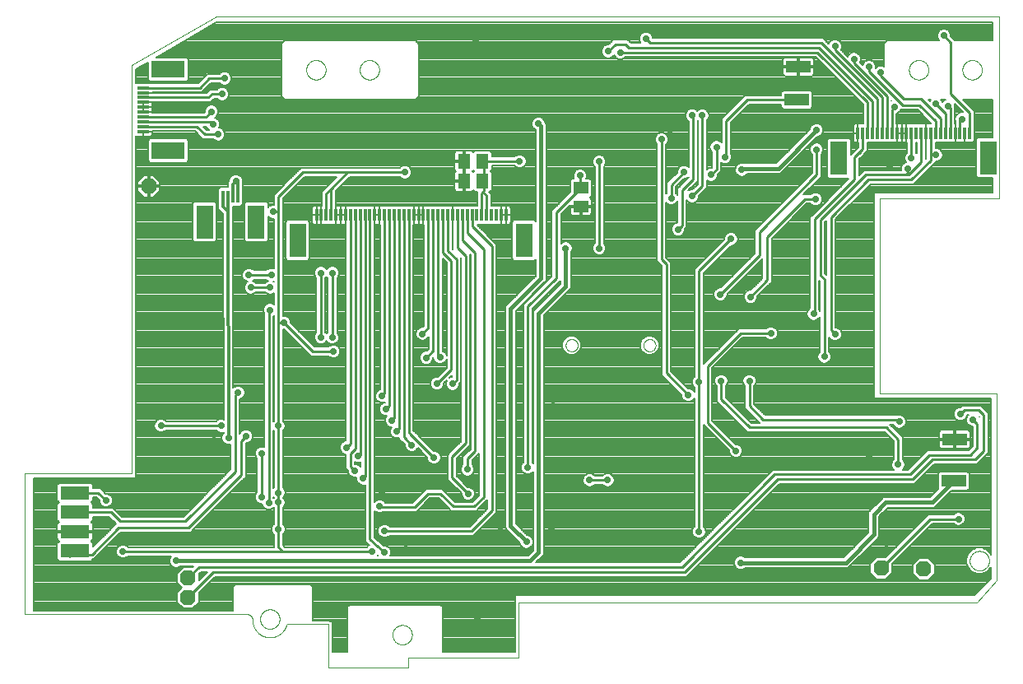
<source format=gtl>
G75*
%MOIN*%
%OFA0B0*%
%FSLAX25Y25*%
%IPPOS*%
%LPD*%
%AMOC8*
5,1,8,0,0,1.08239X$1,22.5*
%
%ADD10C,0.00000*%
%ADD11R,0.01181X0.05118*%
%ADD12R,0.07087X0.13780*%
%ADD13R,0.05906X0.05118*%
%ADD14R,0.05118X0.05906*%
%ADD15OC8,0.06300*%
%ADD16R,0.05118X0.01181*%
%ADD17R,0.13780X0.07087*%
%ADD18R,0.10000X0.05000*%
%ADD19R,0.11811X0.05354*%
%ADD20C,0.00700*%
%ADD21C,0.02800*%
%ADD22C,0.01200*%
%ADD23C,0.01000*%
%ADD24C,0.01600*%
D10*
X0001000Y0022654D02*
X0090961Y0022654D01*
X0090961Y0022653D02*
X0091058Y0022654D01*
X0091156Y0022650D01*
X0091254Y0022643D01*
X0091351Y0022631D01*
X0091447Y0022616D01*
X0091543Y0022597D01*
X0091638Y0022574D01*
X0091732Y0022548D01*
X0091825Y0022517D01*
X0091917Y0022483D01*
X0092007Y0022446D01*
X0092096Y0022404D01*
X0092183Y0022360D01*
X0092268Y0022311D01*
X0092351Y0022260D01*
X0092432Y0022205D01*
X0092511Y0022147D01*
X0092587Y0022086D01*
X0092661Y0022022D01*
X0092732Y0021955D01*
X0092801Y0021885D01*
X0092866Y0021813D01*
X0092929Y0021738D01*
X0092989Y0021660D01*
X0093045Y0021581D01*
X0093099Y0021499D01*
X0093149Y0021415D01*
X0093195Y0021329D01*
X0093238Y0021241D01*
X0093278Y0021152D01*
X0093314Y0021061D01*
X0093346Y0020968D01*
X0093375Y0020875D01*
X0093400Y0020780D01*
X0093421Y0020685D01*
X0096472Y0020685D02*
X0096474Y0020810D01*
X0096480Y0020935D01*
X0096490Y0021059D01*
X0096504Y0021183D01*
X0096521Y0021307D01*
X0096543Y0021430D01*
X0096569Y0021552D01*
X0096598Y0021674D01*
X0096631Y0021794D01*
X0096669Y0021913D01*
X0096709Y0022032D01*
X0096754Y0022148D01*
X0096802Y0022263D01*
X0096854Y0022377D01*
X0096910Y0022489D01*
X0096969Y0022599D01*
X0097031Y0022707D01*
X0097097Y0022814D01*
X0097166Y0022918D01*
X0097239Y0023019D01*
X0097314Y0023119D01*
X0097393Y0023216D01*
X0097475Y0023310D01*
X0097560Y0023402D01*
X0097647Y0023491D01*
X0097738Y0023577D01*
X0097831Y0023660D01*
X0097927Y0023741D01*
X0098025Y0023818D01*
X0098125Y0023892D01*
X0098228Y0023963D01*
X0098333Y0024030D01*
X0098441Y0024095D01*
X0098550Y0024155D01*
X0098661Y0024213D01*
X0098774Y0024266D01*
X0098888Y0024316D01*
X0099004Y0024363D01*
X0099121Y0024405D01*
X0099240Y0024444D01*
X0099360Y0024480D01*
X0099481Y0024511D01*
X0099603Y0024539D01*
X0099725Y0024562D01*
X0099849Y0024582D01*
X0099973Y0024598D01*
X0100097Y0024610D01*
X0100222Y0024618D01*
X0100347Y0024622D01*
X0100471Y0024622D01*
X0100596Y0024618D01*
X0100721Y0024610D01*
X0100845Y0024598D01*
X0100969Y0024582D01*
X0101093Y0024562D01*
X0101215Y0024539D01*
X0101337Y0024511D01*
X0101458Y0024480D01*
X0101578Y0024444D01*
X0101697Y0024405D01*
X0101814Y0024363D01*
X0101930Y0024316D01*
X0102044Y0024266D01*
X0102157Y0024213D01*
X0102268Y0024155D01*
X0102378Y0024095D01*
X0102485Y0024030D01*
X0102590Y0023963D01*
X0102693Y0023892D01*
X0102793Y0023818D01*
X0102891Y0023741D01*
X0102987Y0023660D01*
X0103080Y0023577D01*
X0103171Y0023491D01*
X0103258Y0023402D01*
X0103343Y0023310D01*
X0103425Y0023216D01*
X0103504Y0023119D01*
X0103579Y0023019D01*
X0103652Y0022918D01*
X0103721Y0022814D01*
X0103787Y0022707D01*
X0103849Y0022599D01*
X0103908Y0022489D01*
X0103964Y0022377D01*
X0104016Y0022263D01*
X0104064Y0022148D01*
X0104109Y0022032D01*
X0104149Y0021913D01*
X0104187Y0021794D01*
X0104220Y0021674D01*
X0104249Y0021552D01*
X0104275Y0021430D01*
X0104297Y0021307D01*
X0104314Y0021183D01*
X0104328Y0021059D01*
X0104338Y0020935D01*
X0104344Y0020810D01*
X0104346Y0020685D01*
X0104344Y0020560D01*
X0104338Y0020435D01*
X0104328Y0020311D01*
X0104314Y0020187D01*
X0104297Y0020063D01*
X0104275Y0019940D01*
X0104249Y0019818D01*
X0104220Y0019696D01*
X0104187Y0019576D01*
X0104149Y0019457D01*
X0104109Y0019338D01*
X0104064Y0019222D01*
X0104016Y0019107D01*
X0103964Y0018993D01*
X0103908Y0018881D01*
X0103849Y0018771D01*
X0103787Y0018663D01*
X0103721Y0018556D01*
X0103652Y0018452D01*
X0103579Y0018351D01*
X0103504Y0018251D01*
X0103425Y0018154D01*
X0103343Y0018060D01*
X0103258Y0017968D01*
X0103171Y0017879D01*
X0103080Y0017793D01*
X0102987Y0017710D01*
X0102891Y0017629D01*
X0102793Y0017552D01*
X0102693Y0017478D01*
X0102590Y0017407D01*
X0102485Y0017340D01*
X0102377Y0017275D01*
X0102268Y0017215D01*
X0102157Y0017157D01*
X0102044Y0017104D01*
X0101930Y0017054D01*
X0101814Y0017007D01*
X0101697Y0016965D01*
X0101578Y0016926D01*
X0101458Y0016890D01*
X0101337Y0016859D01*
X0101215Y0016831D01*
X0101093Y0016808D01*
X0100969Y0016788D01*
X0100845Y0016772D01*
X0100721Y0016760D01*
X0100596Y0016752D01*
X0100471Y0016748D01*
X0100347Y0016748D01*
X0100222Y0016752D01*
X0100097Y0016760D01*
X0099973Y0016772D01*
X0099849Y0016788D01*
X0099725Y0016808D01*
X0099603Y0016831D01*
X0099481Y0016859D01*
X0099360Y0016890D01*
X0099240Y0016926D01*
X0099121Y0016965D01*
X0099004Y0017007D01*
X0098888Y0017054D01*
X0098774Y0017104D01*
X0098661Y0017157D01*
X0098550Y0017215D01*
X0098440Y0017275D01*
X0098333Y0017340D01*
X0098228Y0017407D01*
X0098125Y0017478D01*
X0098025Y0017552D01*
X0097927Y0017629D01*
X0097831Y0017710D01*
X0097738Y0017793D01*
X0097647Y0017879D01*
X0097560Y0017968D01*
X0097475Y0018060D01*
X0097393Y0018154D01*
X0097314Y0018251D01*
X0097239Y0018351D01*
X0097166Y0018452D01*
X0097097Y0018556D01*
X0097031Y0018663D01*
X0096969Y0018771D01*
X0096910Y0018881D01*
X0096854Y0018993D01*
X0096802Y0019107D01*
X0096754Y0019222D01*
X0096709Y0019338D01*
X0096669Y0019457D01*
X0096631Y0019576D01*
X0096598Y0019696D01*
X0096569Y0019818D01*
X0096543Y0019940D01*
X0096521Y0020063D01*
X0096504Y0020187D01*
X0096490Y0020311D01*
X0096480Y0020435D01*
X0096474Y0020560D01*
X0096472Y0020685D01*
X0093421Y0020685D02*
X0093414Y0020513D01*
X0093411Y0020340D01*
X0093412Y0020168D01*
X0093418Y0019995D01*
X0093428Y0019823D01*
X0093442Y0019651D01*
X0093460Y0019480D01*
X0093482Y0019309D01*
X0093509Y0019138D01*
X0093540Y0018969D01*
X0093575Y0018800D01*
X0093614Y0018632D01*
X0093657Y0018465D01*
X0093704Y0018299D01*
X0093755Y0018134D01*
X0093811Y0017971D01*
X0093870Y0017809D01*
X0093933Y0017648D01*
X0094000Y0017489D01*
X0094071Y0017332D01*
X0094146Y0017177D01*
X0094225Y0017023D01*
X0094307Y0016872D01*
X0094394Y0016722D01*
X0094483Y0016575D01*
X0094577Y0016430D01*
X0094673Y0016287D01*
X0094774Y0016147D01*
X0094878Y0016009D01*
X0094985Y0015874D01*
X0095095Y0015741D01*
X0095209Y0015611D01*
X0095325Y0015484D01*
X0095445Y0015360D01*
X0095568Y0015239D01*
X0095694Y0015121D01*
X0095822Y0015006D01*
X0095954Y0014894D01*
X0096088Y0014786D01*
X0096225Y0014680D01*
X0096364Y0014579D01*
X0096505Y0014480D01*
X0096650Y0014385D01*
X0096796Y0014294D01*
X0096944Y0014206D01*
X0097095Y0014122D01*
X0097248Y0014042D01*
X0097402Y0013965D01*
X0097559Y0013893D01*
X0097717Y0013824D01*
X0097877Y0013759D01*
X0098038Y0013698D01*
X0098201Y0013641D01*
X0098365Y0013588D01*
X0098530Y0013539D01*
X0098697Y0013494D01*
X0098865Y0013453D01*
X0099033Y0013416D01*
X0099203Y0013384D01*
X0099373Y0013355D01*
X0099543Y0013331D01*
X0099715Y0013311D01*
X0099887Y0013295D01*
X0100059Y0013284D01*
X0100231Y0013276D01*
X0100404Y0013273D01*
X0100576Y0013274D01*
X0100748Y0013280D01*
X0100921Y0013289D01*
X0101093Y0013303D01*
X0101264Y0013321D01*
X0101435Y0013343D01*
X0101606Y0013369D01*
X0101776Y0013400D01*
X0101945Y0013434D01*
X0102113Y0013473D01*
X0102280Y0013516D01*
X0102446Y0013563D01*
X0102610Y0013614D01*
X0102774Y0013669D01*
X0102936Y0013728D01*
X0103097Y0013791D01*
X0103256Y0013858D01*
X0103413Y0013929D01*
X0103568Y0014004D01*
X0103722Y0014082D01*
X0103874Y0014164D01*
X0104023Y0014250D01*
X0104171Y0014340D01*
X0104316Y0014433D01*
X0104459Y0014530D01*
X0104599Y0014630D01*
X0104737Y0014733D01*
X0104873Y0014840D01*
X0105005Y0014950D01*
X0105135Y0015064D01*
X0105262Y0015180D01*
X0105387Y0015300D01*
X0105508Y0015423D01*
X0105626Y0015548D01*
X0105741Y0015677D01*
X0105853Y0015808D01*
X0105962Y0015942D01*
X0106068Y0016078D01*
X0106170Y0016218D01*
X0106268Y0016359D01*
X0106363Y0016503D01*
X0106455Y0016649D01*
X0106543Y0016798D01*
X0106627Y0016948D01*
X0106707Y0017101D01*
X0106784Y0017255D01*
X0106857Y0017412D01*
X0106926Y0017570D01*
X0106991Y0017729D01*
X0107053Y0017891D01*
X0107110Y0018053D01*
X0107163Y0018217D01*
X0107212Y0018383D01*
X0107258Y0018549D01*
X0107299Y0018717D01*
X0124031Y0018717D01*
X0124031Y0001000D01*
X0156512Y0001000D01*
X0156512Y0004937D01*
X0201000Y0004937D01*
X0201000Y0027559D01*
X0386827Y0027559D01*
X0394701Y0036433D01*
X0394701Y0112220D01*
X0347457Y0112220D01*
X0347457Y0190961D01*
X0395701Y0190961D01*
X0395701Y0264780D01*
X0078756Y0264780D01*
X0044307Y0245094D01*
X0044307Y0079740D01*
X0001000Y0079740D01*
X0001000Y0022654D01*
X0150114Y0014346D02*
X0150116Y0014471D01*
X0150122Y0014596D01*
X0150132Y0014720D01*
X0150146Y0014844D01*
X0150163Y0014968D01*
X0150185Y0015091D01*
X0150211Y0015213D01*
X0150240Y0015335D01*
X0150273Y0015455D01*
X0150311Y0015574D01*
X0150351Y0015693D01*
X0150396Y0015809D01*
X0150444Y0015924D01*
X0150496Y0016038D01*
X0150552Y0016150D01*
X0150611Y0016260D01*
X0150673Y0016368D01*
X0150739Y0016475D01*
X0150808Y0016579D01*
X0150881Y0016680D01*
X0150956Y0016780D01*
X0151035Y0016877D01*
X0151117Y0016971D01*
X0151202Y0017063D01*
X0151289Y0017152D01*
X0151380Y0017238D01*
X0151473Y0017321D01*
X0151569Y0017402D01*
X0151667Y0017479D01*
X0151767Y0017553D01*
X0151870Y0017624D01*
X0151975Y0017691D01*
X0152083Y0017756D01*
X0152192Y0017816D01*
X0152303Y0017874D01*
X0152416Y0017927D01*
X0152530Y0017977D01*
X0152646Y0018024D01*
X0152763Y0018066D01*
X0152882Y0018105D01*
X0153002Y0018141D01*
X0153123Y0018172D01*
X0153245Y0018200D01*
X0153367Y0018223D01*
X0153491Y0018243D01*
X0153615Y0018259D01*
X0153739Y0018271D01*
X0153864Y0018279D01*
X0153989Y0018283D01*
X0154113Y0018283D01*
X0154238Y0018279D01*
X0154363Y0018271D01*
X0154487Y0018259D01*
X0154611Y0018243D01*
X0154735Y0018223D01*
X0154857Y0018200D01*
X0154979Y0018172D01*
X0155100Y0018141D01*
X0155220Y0018105D01*
X0155339Y0018066D01*
X0155456Y0018024D01*
X0155572Y0017977D01*
X0155686Y0017927D01*
X0155799Y0017874D01*
X0155910Y0017816D01*
X0156020Y0017756D01*
X0156127Y0017691D01*
X0156232Y0017624D01*
X0156335Y0017553D01*
X0156435Y0017479D01*
X0156533Y0017402D01*
X0156629Y0017321D01*
X0156722Y0017238D01*
X0156813Y0017152D01*
X0156900Y0017063D01*
X0156985Y0016971D01*
X0157067Y0016877D01*
X0157146Y0016780D01*
X0157221Y0016680D01*
X0157294Y0016579D01*
X0157363Y0016475D01*
X0157429Y0016368D01*
X0157491Y0016260D01*
X0157550Y0016150D01*
X0157606Y0016038D01*
X0157658Y0015924D01*
X0157706Y0015809D01*
X0157751Y0015693D01*
X0157791Y0015574D01*
X0157829Y0015455D01*
X0157862Y0015335D01*
X0157891Y0015213D01*
X0157917Y0015091D01*
X0157939Y0014968D01*
X0157956Y0014844D01*
X0157970Y0014720D01*
X0157980Y0014596D01*
X0157986Y0014471D01*
X0157988Y0014346D01*
X0157986Y0014221D01*
X0157980Y0014096D01*
X0157970Y0013972D01*
X0157956Y0013848D01*
X0157939Y0013724D01*
X0157917Y0013601D01*
X0157891Y0013479D01*
X0157862Y0013357D01*
X0157829Y0013237D01*
X0157791Y0013118D01*
X0157751Y0012999D01*
X0157706Y0012883D01*
X0157658Y0012768D01*
X0157606Y0012654D01*
X0157550Y0012542D01*
X0157491Y0012432D01*
X0157429Y0012324D01*
X0157363Y0012217D01*
X0157294Y0012113D01*
X0157221Y0012012D01*
X0157146Y0011912D01*
X0157067Y0011815D01*
X0156985Y0011721D01*
X0156900Y0011629D01*
X0156813Y0011540D01*
X0156722Y0011454D01*
X0156629Y0011371D01*
X0156533Y0011290D01*
X0156435Y0011213D01*
X0156335Y0011139D01*
X0156232Y0011068D01*
X0156127Y0011001D01*
X0156019Y0010936D01*
X0155910Y0010876D01*
X0155799Y0010818D01*
X0155686Y0010765D01*
X0155572Y0010715D01*
X0155456Y0010668D01*
X0155339Y0010626D01*
X0155220Y0010587D01*
X0155100Y0010551D01*
X0154979Y0010520D01*
X0154857Y0010492D01*
X0154735Y0010469D01*
X0154611Y0010449D01*
X0154487Y0010433D01*
X0154363Y0010421D01*
X0154238Y0010413D01*
X0154113Y0010409D01*
X0153989Y0010409D01*
X0153864Y0010413D01*
X0153739Y0010421D01*
X0153615Y0010433D01*
X0153491Y0010449D01*
X0153367Y0010469D01*
X0153245Y0010492D01*
X0153123Y0010520D01*
X0153002Y0010551D01*
X0152882Y0010587D01*
X0152763Y0010626D01*
X0152646Y0010668D01*
X0152530Y0010715D01*
X0152416Y0010765D01*
X0152303Y0010818D01*
X0152192Y0010876D01*
X0152082Y0010936D01*
X0151975Y0011001D01*
X0151870Y0011068D01*
X0151767Y0011139D01*
X0151667Y0011213D01*
X0151569Y0011290D01*
X0151473Y0011371D01*
X0151380Y0011454D01*
X0151289Y0011540D01*
X0151202Y0011629D01*
X0151117Y0011721D01*
X0151035Y0011815D01*
X0150956Y0011912D01*
X0150881Y0012012D01*
X0150808Y0012113D01*
X0150739Y0012217D01*
X0150673Y0012324D01*
X0150611Y0012432D01*
X0150552Y0012542D01*
X0150496Y0012654D01*
X0150444Y0012768D01*
X0150396Y0012883D01*
X0150351Y0012999D01*
X0150311Y0013118D01*
X0150273Y0013237D01*
X0150240Y0013357D01*
X0150211Y0013479D01*
X0150185Y0013601D01*
X0150163Y0013724D01*
X0150146Y0013848D01*
X0150132Y0013972D01*
X0150122Y0014096D01*
X0150116Y0014221D01*
X0150114Y0014346D01*
X0220232Y0131583D02*
X0220234Y0131682D01*
X0220240Y0131781D01*
X0220250Y0131880D01*
X0220264Y0131978D01*
X0220282Y0132075D01*
X0220304Y0132172D01*
X0220329Y0132268D01*
X0220359Y0132362D01*
X0220392Y0132456D01*
X0220429Y0132548D01*
X0220470Y0132638D01*
X0220514Y0132727D01*
X0220562Y0132813D01*
X0220613Y0132898D01*
X0220668Y0132981D01*
X0220726Y0133061D01*
X0220787Y0133139D01*
X0220851Y0133215D01*
X0220918Y0133288D01*
X0220988Y0133358D01*
X0221061Y0133425D01*
X0221137Y0133489D01*
X0221215Y0133550D01*
X0221295Y0133608D01*
X0221378Y0133663D01*
X0221462Y0133714D01*
X0221549Y0133762D01*
X0221638Y0133806D01*
X0221728Y0133847D01*
X0221820Y0133884D01*
X0221914Y0133917D01*
X0222008Y0133947D01*
X0222104Y0133972D01*
X0222201Y0133994D01*
X0222298Y0134012D01*
X0222396Y0134026D01*
X0222495Y0134036D01*
X0222594Y0134042D01*
X0222693Y0134044D01*
X0222792Y0134042D01*
X0222891Y0134036D01*
X0222990Y0134026D01*
X0223088Y0134012D01*
X0223185Y0133994D01*
X0223282Y0133972D01*
X0223378Y0133947D01*
X0223472Y0133917D01*
X0223566Y0133884D01*
X0223658Y0133847D01*
X0223748Y0133806D01*
X0223837Y0133762D01*
X0223923Y0133714D01*
X0224008Y0133663D01*
X0224091Y0133608D01*
X0224171Y0133550D01*
X0224249Y0133489D01*
X0224325Y0133425D01*
X0224398Y0133358D01*
X0224468Y0133288D01*
X0224535Y0133215D01*
X0224599Y0133139D01*
X0224660Y0133061D01*
X0224718Y0132981D01*
X0224773Y0132898D01*
X0224824Y0132814D01*
X0224872Y0132727D01*
X0224916Y0132638D01*
X0224957Y0132548D01*
X0224994Y0132456D01*
X0225027Y0132362D01*
X0225057Y0132268D01*
X0225082Y0132172D01*
X0225104Y0132075D01*
X0225122Y0131978D01*
X0225136Y0131880D01*
X0225146Y0131781D01*
X0225152Y0131682D01*
X0225154Y0131583D01*
X0225152Y0131484D01*
X0225146Y0131385D01*
X0225136Y0131286D01*
X0225122Y0131188D01*
X0225104Y0131091D01*
X0225082Y0130994D01*
X0225057Y0130898D01*
X0225027Y0130804D01*
X0224994Y0130710D01*
X0224957Y0130618D01*
X0224916Y0130528D01*
X0224872Y0130439D01*
X0224824Y0130353D01*
X0224773Y0130268D01*
X0224718Y0130185D01*
X0224660Y0130105D01*
X0224599Y0130027D01*
X0224535Y0129951D01*
X0224468Y0129878D01*
X0224398Y0129808D01*
X0224325Y0129741D01*
X0224249Y0129677D01*
X0224171Y0129616D01*
X0224091Y0129558D01*
X0224008Y0129503D01*
X0223924Y0129452D01*
X0223837Y0129404D01*
X0223748Y0129360D01*
X0223658Y0129319D01*
X0223566Y0129282D01*
X0223472Y0129249D01*
X0223378Y0129219D01*
X0223282Y0129194D01*
X0223185Y0129172D01*
X0223088Y0129154D01*
X0222990Y0129140D01*
X0222891Y0129130D01*
X0222792Y0129124D01*
X0222693Y0129122D01*
X0222594Y0129124D01*
X0222495Y0129130D01*
X0222396Y0129140D01*
X0222298Y0129154D01*
X0222201Y0129172D01*
X0222104Y0129194D01*
X0222008Y0129219D01*
X0221914Y0129249D01*
X0221820Y0129282D01*
X0221728Y0129319D01*
X0221638Y0129360D01*
X0221549Y0129404D01*
X0221463Y0129452D01*
X0221378Y0129503D01*
X0221295Y0129558D01*
X0221215Y0129616D01*
X0221137Y0129677D01*
X0221061Y0129741D01*
X0220988Y0129808D01*
X0220918Y0129878D01*
X0220851Y0129951D01*
X0220787Y0130027D01*
X0220726Y0130105D01*
X0220668Y0130185D01*
X0220613Y0130268D01*
X0220562Y0130352D01*
X0220514Y0130439D01*
X0220470Y0130528D01*
X0220429Y0130618D01*
X0220392Y0130710D01*
X0220359Y0130804D01*
X0220329Y0130898D01*
X0220304Y0130994D01*
X0220282Y0131091D01*
X0220264Y0131188D01*
X0220250Y0131286D01*
X0220240Y0131385D01*
X0220234Y0131484D01*
X0220232Y0131583D01*
X0251728Y0131583D02*
X0251730Y0131682D01*
X0251736Y0131781D01*
X0251746Y0131880D01*
X0251760Y0131978D01*
X0251778Y0132075D01*
X0251800Y0132172D01*
X0251825Y0132268D01*
X0251855Y0132362D01*
X0251888Y0132456D01*
X0251925Y0132548D01*
X0251966Y0132638D01*
X0252010Y0132727D01*
X0252058Y0132813D01*
X0252109Y0132898D01*
X0252164Y0132981D01*
X0252222Y0133061D01*
X0252283Y0133139D01*
X0252347Y0133215D01*
X0252414Y0133288D01*
X0252484Y0133358D01*
X0252557Y0133425D01*
X0252633Y0133489D01*
X0252711Y0133550D01*
X0252791Y0133608D01*
X0252874Y0133663D01*
X0252958Y0133714D01*
X0253045Y0133762D01*
X0253134Y0133806D01*
X0253224Y0133847D01*
X0253316Y0133884D01*
X0253410Y0133917D01*
X0253504Y0133947D01*
X0253600Y0133972D01*
X0253697Y0133994D01*
X0253794Y0134012D01*
X0253892Y0134026D01*
X0253991Y0134036D01*
X0254090Y0134042D01*
X0254189Y0134044D01*
X0254288Y0134042D01*
X0254387Y0134036D01*
X0254486Y0134026D01*
X0254584Y0134012D01*
X0254681Y0133994D01*
X0254778Y0133972D01*
X0254874Y0133947D01*
X0254968Y0133917D01*
X0255062Y0133884D01*
X0255154Y0133847D01*
X0255244Y0133806D01*
X0255333Y0133762D01*
X0255419Y0133714D01*
X0255504Y0133663D01*
X0255587Y0133608D01*
X0255667Y0133550D01*
X0255745Y0133489D01*
X0255821Y0133425D01*
X0255894Y0133358D01*
X0255964Y0133288D01*
X0256031Y0133215D01*
X0256095Y0133139D01*
X0256156Y0133061D01*
X0256214Y0132981D01*
X0256269Y0132898D01*
X0256320Y0132814D01*
X0256368Y0132727D01*
X0256412Y0132638D01*
X0256453Y0132548D01*
X0256490Y0132456D01*
X0256523Y0132362D01*
X0256553Y0132268D01*
X0256578Y0132172D01*
X0256600Y0132075D01*
X0256618Y0131978D01*
X0256632Y0131880D01*
X0256642Y0131781D01*
X0256648Y0131682D01*
X0256650Y0131583D01*
X0256648Y0131484D01*
X0256642Y0131385D01*
X0256632Y0131286D01*
X0256618Y0131188D01*
X0256600Y0131091D01*
X0256578Y0130994D01*
X0256553Y0130898D01*
X0256523Y0130804D01*
X0256490Y0130710D01*
X0256453Y0130618D01*
X0256412Y0130528D01*
X0256368Y0130439D01*
X0256320Y0130353D01*
X0256269Y0130268D01*
X0256214Y0130185D01*
X0256156Y0130105D01*
X0256095Y0130027D01*
X0256031Y0129951D01*
X0255964Y0129878D01*
X0255894Y0129808D01*
X0255821Y0129741D01*
X0255745Y0129677D01*
X0255667Y0129616D01*
X0255587Y0129558D01*
X0255504Y0129503D01*
X0255420Y0129452D01*
X0255333Y0129404D01*
X0255244Y0129360D01*
X0255154Y0129319D01*
X0255062Y0129282D01*
X0254968Y0129249D01*
X0254874Y0129219D01*
X0254778Y0129194D01*
X0254681Y0129172D01*
X0254584Y0129154D01*
X0254486Y0129140D01*
X0254387Y0129130D01*
X0254288Y0129124D01*
X0254189Y0129122D01*
X0254090Y0129124D01*
X0253991Y0129130D01*
X0253892Y0129140D01*
X0253794Y0129154D01*
X0253697Y0129172D01*
X0253600Y0129194D01*
X0253504Y0129219D01*
X0253410Y0129249D01*
X0253316Y0129282D01*
X0253224Y0129319D01*
X0253134Y0129360D01*
X0253045Y0129404D01*
X0252959Y0129452D01*
X0252874Y0129503D01*
X0252791Y0129558D01*
X0252711Y0129616D01*
X0252633Y0129677D01*
X0252557Y0129741D01*
X0252484Y0129808D01*
X0252414Y0129878D01*
X0252347Y0129951D01*
X0252283Y0130027D01*
X0252222Y0130105D01*
X0252164Y0130185D01*
X0252109Y0130268D01*
X0252058Y0130352D01*
X0252010Y0130439D01*
X0251966Y0130528D01*
X0251925Y0130618D01*
X0251888Y0130710D01*
X0251855Y0130804D01*
X0251825Y0130898D01*
X0251800Y0130994D01*
X0251778Y0131091D01*
X0251760Y0131188D01*
X0251746Y0131286D01*
X0251736Y0131385D01*
X0251730Y0131484D01*
X0251728Y0131583D01*
X0383874Y0044307D02*
X0383876Y0044432D01*
X0383882Y0044557D01*
X0383892Y0044681D01*
X0383906Y0044805D01*
X0383923Y0044929D01*
X0383945Y0045052D01*
X0383971Y0045174D01*
X0384000Y0045296D01*
X0384033Y0045416D01*
X0384071Y0045535D01*
X0384111Y0045654D01*
X0384156Y0045770D01*
X0384204Y0045885D01*
X0384256Y0045999D01*
X0384312Y0046111D01*
X0384371Y0046221D01*
X0384433Y0046329D01*
X0384499Y0046436D01*
X0384568Y0046540D01*
X0384641Y0046641D01*
X0384716Y0046741D01*
X0384795Y0046838D01*
X0384877Y0046932D01*
X0384962Y0047024D01*
X0385049Y0047113D01*
X0385140Y0047199D01*
X0385233Y0047282D01*
X0385329Y0047363D01*
X0385427Y0047440D01*
X0385527Y0047514D01*
X0385630Y0047585D01*
X0385735Y0047652D01*
X0385843Y0047717D01*
X0385952Y0047777D01*
X0386063Y0047835D01*
X0386176Y0047888D01*
X0386290Y0047938D01*
X0386406Y0047985D01*
X0386523Y0048027D01*
X0386642Y0048066D01*
X0386762Y0048102D01*
X0386883Y0048133D01*
X0387005Y0048161D01*
X0387127Y0048184D01*
X0387251Y0048204D01*
X0387375Y0048220D01*
X0387499Y0048232D01*
X0387624Y0048240D01*
X0387749Y0048244D01*
X0387873Y0048244D01*
X0387998Y0048240D01*
X0388123Y0048232D01*
X0388247Y0048220D01*
X0388371Y0048204D01*
X0388495Y0048184D01*
X0388617Y0048161D01*
X0388739Y0048133D01*
X0388860Y0048102D01*
X0388980Y0048066D01*
X0389099Y0048027D01*
X0389216Y0047985D01*
X0389332Y0047938D01*
X0389446Y0047888D01*
X0389559Y0047835D01*
X0389670Y0047777D01*
X0389780Y0047717D01*
X0389887Y0047652D01*
X0389992Y0047585D01*
X0390095Y0047514D01*
X0390195Y0047440D01*
X0390293Y0047363D01*
X0390389Y0047282D01*
X0390482Y0047199D01*
X0390573Y0047113D01*
X0390660Y0047024D01*
X0390745Y0046932D01*
X0390827Y0046838D01*
X0390906Y0046741D01*
X0390981Y0046641D01*
X0391054Y0046540D01*
X0391123Y0046436D01*
X0391189Y0046329D01*
X0391251Y0046221D01*
X0391310Y0046111D01*
X0391366Y0045999D01*
X0391418Y0045885D01*
X0391466Y0045770D01*
X0391511Y0045654D01*
X0391551Y0045535D01*
X0391589Y0045416D01*
X0391622Y0045296D01*
X0391651Y0045174D01*
X0391677Y0045052D01*
X0391699Y0044929D01*
X0391716Y0044805D01*
X0391730Y0044681D01*
X0391740Y0044557D01*
X0391746Y0044432D01*
X0391748Y0044307D01*
X0391746Y0044182D01*
X0391740Y0044057D01*
X0391730Y0043933D01*
X0391716Y0043809D01*
X0391699Y0043685D01*
X0391677Y0043562D01*
X0391651Y0043440D01*
X0391622Y0043318D01*
X0391589Y0043198D01*
X0391551Y0043079D01*
X0391511Y0042960D01*
X0391466Y0042844D01*
X0391418Y0042729D01*
X0391366Y0042615D01*
X0391310Y0042503D01*
X0391251Y0042393D01*
X0391189Y0042285D01*
X0391123Y0042178D01*
X0391054Y0042074D01*
X0390981Y0041973D01*
X0390906Y0041873D01*
X0390827Y0041776D01*
X0390745Y0041682D01*
X0390660Y0041590D01*
X0390573Y0041501D01*
X0390482Y0041415D01*
X0390389Y0041332D01*
X0390293Y0041251D01*
X0390195Y0041174D01*
X0390095Y0041100D01*
X0389992Y0041029D01*
X0389887Y0040962D01*
X0389779Y0040897D01*
X0389670Y0040837D01*
X0389559Y0040779D01*
X0389446Y0040726D01*
X0389332Y0040676D01*
X0389216Y0040629D01*
X0389099Y0040587D01*
X0388980Y0040548D01*
X0388860Y0040512D01*
X0388739Y0040481D01*
X0388617Y0040453D01*
X0388495Y0040430D01*
X0388371Y0040410D01*
X0388247Y0040394D01*
X0388123Y0040382D01*
X0387998Y0040374D01*
X0387873Y0040370D01*
X0387749Y0040370D01*
X0387624Y0040374D01*
X0387499Y0040382D01*
X0387375Y0040394D01*
X0387251Y0040410D01*
X0387127Y0040430D01*
X0387005Y0040453D01*
X0386883Y0040481D01*
X0386762Y0040512D01*
X0386642Y0040548D01*
X0386523Y0040587D01*
X0386406Y0040629D01*
X0386290Y0040676D01*
X0386176Y0040726D01*
X0386063Y0040779D01*
X0385952Y0040837D01*
X0385842Y0040897D01*
X0385735Y0040962D01*
X0385630Y0041029D01*
X0385527Y0041100D01*
X0385427Y0041174D01*
X0385329Y0041251D01*
X0385233Y0041332D01*
X0385140Y0041415D01*
X0385049Y0041501D01*
X0384962Y0041590D01*
X0384877Y0041682D01*
X0384795Y0041776D01*
X0384716Y0041873D01*
X0384641Y0041973D01*
X0384568Y0042074D01*
X0384499Y0042178D01*
X0384433Y0042285D01*
X0384371Y0042393D01*
X0384312Y0042503D01*
X0384256Y0042615D01*
X0384204Y0042729D01*
X0384156Y0042844D01*
X0384111Y0042960D01*
X0384071Y0043079D01*
X0384033Y0043198D01*
X0384000Y0043318D01*
X0383971Y0043440D01*
X0383945Y0043562D01*
X0383923Y0043685D01*
X0383906Y0043809D01*
X0383892Y0043933D01*
X0383882Y0044057D01*
X0383876Y0044182D01*
X0383874Y0044307D01*
X0380921Y0243126D02*
X0380923Y0243251D01*
X0380929Y0243376D01*
X0380939Y0243500D01*
X0380953Y0243624D01*
X0380970Y0243748D01*
X0380992Y0243871D01*
X0381018Y0243993D01*
X0381047Y0244115D01*
X0381080Y0244235D01*
X0381118Y0244354D01*
X0381158Y0244473D01*
X0381203Y0244589D01*
X0381251Y0244704D01*
X0381303Y0244818D01*
X0381359Y0244930D01*
X0381418Y0245040D01*
X0381480Y0245148D01*
X0381546Y0245255D01*
X0381615Y0245359D01*
X0381688Y0245460D01*
X0381763Y0245560D01*
X0381842Y0245657D01*
X0381924Y0245751D01*
X0382009Y0245843D01*
X0382096Y0245932D01*
X0382187Y0246018D01*
X0382280Y0246101D01*
X0382376Y0246182D01*
X0382474Y0246259D01*
X0382574Y0246333D01*
X0382677Y0246404D01*
X0382782Y0246471D01*
X0382890Y0246536D01*
X0382999Y0246596D01*
X0383110Y0246654D01*
X0383223Y0246707D01*
X0383337Y0246757D01*
X0383453Y0246804D01*
X0383570Y0246846D01*
X0383689Y0246885D01*
X0383809Y0246921D01*
X0383930Y0246952D01*
X0384052Y0246980D01*
X0384174Y0247003D01*
X0384298Y0247023D01*
X0384422Y0247039D01*
X0384546Y0247051D01*
X0384671Y0247059D01*
X0384796Y0247063D01*
X0384920Y0247063D01*
X0385045Y0247059D01*
X0385170Y0247051D01*
X0385294Y0247039D01*
X0385418Y0247023D01*
X0385542Y0247003D01*
X0385664Y0246980D01*
X0385786Y0246952D01*
X0385907Y0246921D01*
X0386027Y0246885D01*
X0386146Y0246846D01*
X0386263Y0246804D01*
X0386379Y0246757D01*
X0386493Y0246707D01*
X0386606Y0246654D01*
X0386717Y0246596D01*
X0386827Y0246536D01*
X0386934Y0246471D01*
X0387039Y0246404D01*
X0387142Y0246333D01*
X0387242Y0246259D01*
X0387340Y0246182D01*
X0387436Y0246101D01*
X0387529Y0246018D01*
X0387620Y0245932D01*
X0387707Y0245843D01*
X0387792Y0245751D01*
X0387874Y0245657D01*
X0387953Y0245560D01*
X0388028Y0245460D01*
X0388101Y0245359D01*
X0388170Y0245255D01*
X0388236Y0245148D01*
X0388298Y0245040D01*
X0388357Y0244930D01*
X0388413Y0244818D01*
X0388465Y0244704D01*
X0388513Y0244589D01*
X0388558Y0244473D01*
X0388598Y0244354D01*
X0388636Y0244235D01*
X0388669Y0244115D01*
X0388698Y0243993D01*
X0388724Y0243871D01*
X0388746Y0243748D01*
X0388763Y0243624D01*
X0388777Y0243500D01*
X0388787Y0243376D01*
X0388793Y0243251D01*
X0388795Y0243126D01*
X0388793Y0243001D01*
X0388787Y0242876D01*
X0388777Y0242752D01*
X0388763Y0242628D01*
X0388746Y0242504D01*
X0388724Y0242381D01*
X0388698Y0242259D01*
X0388669Y0242137D01*
X0388636Y0242017D01*
X0388598Y0241898D01*
X0388558Y0241779D01*
X0388513Y0241663D01*
X0388465Y0241548D01*
X0388413Y0241434D01*
X0388357Y0241322D01*
X0388298Y0241212D01*
X0388236Y0241104D01*
X0388170Y0240997D01*
X0388101Y0240893D01*
X0388028Y0240792D01*
X0387953Y0240692D01*
X0387874Y0240595D01*
X0387792Y0240501D01*
X0387707Y0240409D01*
X0387620Y0240320D01*
X0387529Y0240234D01*
X0387436Y0240151D01*
X0387340Y0240070D01*
X0387242Y0239993D01*
X0387142Y0239919D01*
X0387039Y0239848D01*
X0386934Y0239781D01*
X0386826Y0239716D01*
X0386717Y0239656D01*
X0386606Y0239598D01*
X0386493Y0239545D01*
X0386379Y0239495D01*
X0386263Y0239448D01*
X0386146Y0239406D01*
X0386027Y0239367D01*
X0385907Y0239331D01*
X0385786Y0239300D01*
X0385664Y0239272D01*
X0385542Y0239249D01*
X0385418Y0239229D01*
X0385294Y0239213D01*
X0385170Y0239201D01*
X0385045Y0239193D01*
X0384920Y0239189D01*
X0384796Y0239189D01*
X0384671Y0239193D01*
X0384546Y0239201D01*
X0384422Y0239213D01*
X0384298Y0239229D01*
X0384174Y0239249D01*
X0384052Y0239272D01*
X0383930Y0239300D01*
X0383809Y0239331D01*
X0383689Y0239367D01*
X0383570Y0239406D01*
X0383453Y0239448D01*
X0383337Y0239495D01*
X0383223Y0239545D01*
X0383110Y0239598D01*
X0382999Y0239656D01*
X0382889Y0239716D01*
X0382782Y0239781D01*
X0382677Y0239848D01*
X0382574Y0239919D01*
X0382474Y0239993D01*
X0382376Y0240070D01*
X0382280Y0240151D01*
X0382187Y0240234D01*
X0382096Y0240320D01*
X0382009Y0240409D01*
X0381924Y0240501D01*
X0381842Y0240595D01*
X0381763Y0240692D01*
X0381688Y0240792D01*
X0381615Y0240893D01*
X0381546Y0240997D01*
X0381480Y0241104D01*
X0381418Y0241212D01*
X0381359Y0241322D01*
X0381303Y0241434D01*
X0381251Y0241548D01*
X0381203Y0241663D01*
X0381158Y0241779D01*
X0381118Y0241898D01*
X0381080Y0242017D01*
X0381047Y0242137D01*
X0381018Y0242259D01*
X0380992Y0242381D01*
X0380970Y0242504D01*
X0380953Y0242628D01*
X0380939Y0242752D01*
X0380929Y0242876D01*
X0380923Y0243001D01*
X0380921Y0243126D01*
X0359268Y0243126D02*
X0359270Y0243251D01*
X0359276Y0243376D01*
X0359286Y0243500D01*
X0359300Y0243624D01*
X0359317Y0243748D01*
X0359339Y0243871D01*
X0359365Y0243993D01*
X0359394Y0244115D01*
X0359427Y0244235D01*
X0359465Y0244354D01*
X0359505Y0244473D01*
X0359550Y0244589D01*
X0359598Y0244704D01*
X0359650Y0244818D01*
X0359706Y0244930D01*
X0359765Y0245040D01*
X0359827Y0245148D01*
X0359893Y0245255D01*
X0359962Y0245359D01*
X0360035Y0245460D01*
X0360110Y0245560D01*
X0360189Y0245657D01*
X0360271Y0245751D01*
X0360356Y0245843D01*
X0360443Y0245932D01*
X0360534Y0246018D01*
X0360627Y0246101D01*
X0360723Y0246182D01*
X0360821Y0246259D01*
X0360921Y0246333D01*
X0361024Y0246404D01*
X0361129Y0246471D01*
X0361237Y0246536D01*
X0361346Y0246596D01*
X0361457Y0246654D01*
X0361570Y0246707D01*
X0361684Y0246757D01*
X0361800Y0246804D01*
X0361917Y0246846D01*
X0362036Y0246885D01*
X0362156Y0246921D01*
X0362277Y0246952D01*
X0362399Y0246980D01*
X0362521Y0247003D01*
X0362645Y0247023D01*
X0362769Y0247039D01*
X0362893Y0247051D01*
X0363018Y0247059D01*
X0363143Y0247063D01*
X0363267Y0247063D01*
X0363392Y0247059D01*
X0363517Y0247051D01*
X0363641Y0247039D01*
X0363765Y0247023D01*
X0363889Y0247003D01*
X0364011Y0246980D01*
X0364133Y0246952D01*
X0364254Y0246921D01*
X0364374Y0246885D01*
X0364493Y0246846D01*
X0364610Y0246804D01*
X0364726Y0246757D01*
X0364840Y0246707D01*
X0364953Y0246654D01*
X0365064Y0246596D01*
X0365174Y0246536D01*
X0365281Y0246471D01*
X0365386Y0246404D01*
X0365489Y0246333D01*
X0365589Y0246259D01*
X0365687Y0246182D01*
X0365783Y0246101D01*
X0365876Y0246018D01*
X0365967Y0245932D01*
X0366054Y0245843D01*
X0366139Y0245751D01*
X0366221Y0245657D01*
X0366300Y0245560D01*
X0366375Y0245460D01*
X0366448Y0245359D01*
X0366517Y0245255D01*
X0366583Y0245148D01*
X0366645Y0245040D01*
X0366704Y0244930D01*
X0366760Y0244818D01*
X0366812Y0244704D01*
X0366860Y0244589D01*
X0366905Y0244473D01*
X0366945Y0244354D01*
X0366983Y0244235D01*
X0367016Y0244115D01*
X0367045Y0243993D01*
X0367071Y0243871D01*
X0367093Y0243748D01*
X0367110Y0243624D01*
X0367124Y0243500D01*
X0367134Y0243376D01*
X0367140Y0243251D01*
X0367142Y0243126D01*
X0367140Y0243001D01*
X0367134Y0242876D01*
X0367124Y0242752D01*
X0367110Y0242628D01*
X0367093Y0242504D01*
X0367071Y0242381D01*
X0367045Y0242259D01*
X0367016Y0242137D01*
X0366983Y0242017D01*
X0366945Y0241898D01*
X0366905Y0241779D01*
X0366860Y0241663D01*
X0366812Y0241548D01*
X0366760Y0241434D01*
X0366704Y0241322D01*
X0366645Y0241212D01*
X0366583Y0241104D01*
X0366517Y0240997D01*
X0366448Y0240893D01*
X0366375Y0240792D01*
X0366300Y0240692D01*
X0366221Y0240595D01*
X0366139Y0240501D01*
X0366054Y0240409D01*
X0365967Y0240320D01*
X0365876Y0240234D01*
X0365783Y0240151D01*
X0365687Y0240070D01*
X0365589Y0239993D01*
X0365489Y0239919D01*
X0365386Y0239848D01*
X0365281Y0239781D01*
X0365173Y0239716D01*
X0365064Y0239656D01*
X0364953Y0239598D01*
X0364840Y0239545D01*
X0364726Y0239495D01*
X0364610Y0239448D01*
X0364493Y0239406D01*
X0364374Y0239367D01*
X0364254Y0239331D01*
X0364133Y0239300D01*
X0364011Y0239272D01*
X0363889Y0239249D01*
X0363765Y0239229D01*
X0363641Y0239213D01*
X0363517Y0239201D01*
X0363392Y0239193D01*
X0363267Y0239189D01*
X0363143Y0239189D01*
X0363018Y0239193D01*
X0362893Y0239201D01*
X0362769Y0239213D01*
X0362645Y0239229D01*
X0362521Y0239249D01*
X0362399Y0239272D01*
X0362277Y0239300D01*
X0362156Y0239331D01*
X0362036Y0239367D01*
X0361917Y0239406D01*
X0361800Y0239448D01*
X0361684Y0239495D01*
X0361570Y0239545D01*
X0361457Y0239598D01*
X0361346Y0239656D01*
X0361236Y0239716D01*
X0361129Y0239781D01*
X0361024Y0239848D01*
X0360921Y0239919D01*
X0360821Y0239993D01*
X0360723Y0240070D01*
X0360627Y0240151D01*
X0360534Y0240234D01*
X0360443Y0240320D01*
X0360356Y0240409D01*
X0360271Y0240501D01*
X0360189Y0240595D01*
X0360110Y0240692D01*
X0360035Y0240792D01*
X0359962Y0240893D01*
X0359893Y0240997D01*
X0359827Y0241104D01*
X0359765Y0241212D01*
X0359706Y0241322D01*
X0359650Y0241434D01*
X0359598Y0241548D01*
X0359550Y0241663D01*
X0359505Y0241779D01*
X0359465Y0241898D01*
X0359427Y0242017D01*
X0359394Y0242137D01*
X0359365Y0242259D01*
X0359339Y0242381D01*
X0359317Y0242504D01*
X0359300Y0242628D01*
X0359286Y0242752D01*
X0359276Y0242876D01*
X0359270Y0243001D01*
X0359268Y0243126D01*
X0136827Y0243126D02*
X0136829Y0243251D01*
X0136835Y0243376D01*
X0136845Y0243500D01*
X0136859Y0243624D01*
X0136876Y0243748D01*
X0136898Y0243871D01*
X0136924Y0243993D01*
X0136953Y0244115D01*
X0136986Y0244235D01*
X0137024Y0244354D01*
X0137064Y0244473D01*
X0137109Y0244589D01*
X0137157Y0244704D01*
X0137209Y0244818D01*
X0137265Y0244930D01*
X0137324Y0245040D01*
X0137386Y0245148D01*
X0137452Y0245255D01*
X0137521Y0245359D01*
X0137594Y0245460D01*
X0137669Y0245560D01*
X0137748Y0245657D01*
X0137830Y0245751D01*
X0137915Y0245843D01*
X0138002Y0245932D01*
X0138093Y0246018D01*
X0138186Y0246101D01*
X0138282Y0246182D01*
X0138380Y0246259D01*
X0138480Y0246333D01*
X0138583Y0246404D01*
X0138688Y0246471D01*
X0138796Y0246536D01*
X0138905Y0246596D01*
X0139016Y0246654D01*
X0139129Y0246707D01*
X0139243Y0246757D01*
X0139359Y0246804D01*
X0139476Y0246846D01*
X0139595Y0246885D01*
X0139715Y0246921D01*
X0139836Y0246952D01*
X0139958Y0246980D01*
X0140080Y0247003D01*
X0140204Y0247023D01*
X0140328Y0247039D01*
X0140452Y0247051D01*
X0140577Y0247059D01*
X0140702Y0247063D01*
X0140826Y0247063D01*
X0140951Y0247059D01*
X0141076Y0247051D01*
X0141200Y0247039D01*
X0141324Y0247023D01*
X0141448Y0247003D01*
X0141570Y0246980D01*
X0141692Y0246952D01*
X0141813Y0246921D01*
X0141933Y0246885D01*
X0142052Y0246846D01*
X0142169Y0246804D01*
X0142285Y0246757D01*
X0142399Y0246707D01*
X0142512Y0246654D01*
X0142623Y0246596D01*
X0142733Y0246536D01*
X0142840Y0246471D01*
X0142945Y0246404D01*
X0143048Y0246333D01*
X0143148Y0246259D01*
X0143246Y0246182D01*
X0143342Y0246101D01*
X0143435Y0246018D01*
X0143526Y0245932D01*
X0143613Y0245843D01*
X0143698Y0245751D01*
X0143780Y0245657D01*
X0143859Y0245560D01*
X0143934Y0245460D01*
X0144007Y0245359D01*
X0144076Y0245255D01*
X0144142Y0245148D01*
X0144204Y0245040D01*
X0144263Y0244930D01*
X0144319Y0244818D01*
X0144371Y0244704D01*
X0144419Y0244589D01*
X0144464Y0244473D01*
X0144504Y0244354D01*
X0144542Y0244235D01*
X0144575Y0244115D01*
X0144604Y0243993D01*
X0144630Y0243871D01*
X0144652Y0243748D01*
X0144669Y0243624D01*
X0144683Y0243500D01*
X0144693Y0243376D01*
X0144699Y0243251D01*
X0144701Y0243126D01*
X0144699Y0243001D01*
X0144693Y0242876D01*
X0144683Y0242752D01*
X0144669Y0242628D01*
X0144652Y0242504D01*
X0144630Y0242381D01*
X0144604Y0242259D01*
X0144575Y0242137D01*
X0144542Y0242017D01*
X0144504Y0241898D01*
X0144464Y0241779D01*
X0144419Y0241663D01*
X0144371Y0241548D01*
X0144319Y0241434D01*
X0144263Y0241322D01*
X0144204Y0241212D01*
X0144142Y0241104D01*
X0144076Y0240997D01*
X0144007Y0240893D01*
X0143934Y0240792D01*
X0143859Y0240692D01*
X0143780Y0240595D01*
X0143698Y0240501D01*
X0143613Y0240409D01*
X0143526Y0240320D01*
X0143435Y0240234D01*
X0143342Y0240151D01*
X0143246Y0240070D01*
X0143148Y0239993D01*
X0143048Y0239919D01*
X0142945Y0239848D01*
X0142840Y0239781D01*
X0142732Y0239716D01*
X0142623Y0239656D01*
X0142512Y0239598D01*
X0142399Y0239545D01*
X0142285Y0239495D01*
X0142169Y0239448D01*
X0142052Y0239406D01*
X0141933Y0239367D01*
X0141813Y0239331D01*
X0141692Y0239300D01*
X0141570Y0239272D01*
X0141448Y0239249D01*
X0141324Y0239229D01*
X0141200Y0239213D01*
X0141076Y0239201D01*
X0140951Y0239193D01*
X0140826Y0239189D01*
X0140702Y0239189D01*
X0140577Y0239193D01*
X0140452Y0239201D01*
X0140328Y0239213D01*
X0140204Y0239229D01*
X0140080Y0239249D01*
X0139958Y0239272D01*
X0139836Y0239300D01*
X0139715Y0239331D01*
X0139595Y0239367D01*
X0139476Y0239406D01*
X0139359Y0239448D01*
X0139243Y0239495D01*
X0139129Y0239545D01*
X0139016Y0239598D01*
X0138905Y0239656D01*
X0138795Y0239716D01*
X0138688Y0239781D01*
X0138583Y0239848D01*
X0138480Y0239919D01*
X0138380Y0239993D01*
X0138282Y0240070D01*
X0138186Y0240151D01*
X0138093Y0240234D01*
X0138002Y0240320D01*
X0137915Y0240409D01*
X0137830Y0240501D01*
X0137748Y0240595D01*
X0137669Y0240692D01*
X0137594Y0240792D01*
X0137521Y0240893D01*
X0137452Y0240997D01*
X0137386Y0241104D01*
X0137324Y0241212D01*
X0137265Y0241322D01*
X0137209Y0241434D01*
X0137157Y0241548D01*
X0137109Y0241663D01*
X0137064Y0241779D01*
X0137024Y0241898D01*
X0136986Y0242017D01*
X0136953Y0242137D01*
X0136924Y0242259D01*
X0136898Y0242381D01*
X0136876Y0242504D01*
X0136859Y0242628D01*
X0136845Y0242752D01*
X0136835Y0242876D01*
X0136829Y0243001D01*
X0136827Y0243126D01*
X0115173Y0243126D02*
X0115175Y0243251D01*
X0115181Y0243376D01*
X0115191Y0243500D01*
X0115205Y0243624D01*
X0115222Y0243748D01*
X0115244Y0243871D01*
X0115270Y0243993D01*
X0115299Y0244115D01*
X0115332Y0244235D01*
X0115370Y0244354D01*
X0115410Y0244473D01*
X0115455Y0244589D01*
X0115503Y0244704D01*
X0115555Y0244818D01*
X0115611Y0244930D01*
X0115670Y0245040D01*
X0115732Y0245148D01*
X0115798Y0245255D01*
X0115867Y0245359D01*
X0115940Y0245460D01*
X0116015Y0245560D01*
X0116094Y0245657D01*
X0116176Y0245751D01*
X0116261Y0245843D01*
X0116348Y0245932D01*
X0116439Y0246018D01*
X0116532Y0246101D01*
X0116628Y0246182D01*
X0116726Y0246259D01*
X0116826Y0246333D01*
X0116929Y0246404D01*
X0117034Y0246471D01*
X0117142Y0246536D01*
X0117251Y0246596D01*
X0117362Y0246654D01*
X0117475Y0246707D01*
X0117589Y0246757D01*
X0117705Y0246804D01*
X0117822Y0246846D01*
X0117941Y0246885D01*
X0118061Y0246921D01*
X0118182Y0246952D01*
X0118304Y0246980D01*
X0118426Y0247003D01*
X0118550Y0247023D01*
X0118674Y0247039D01*
X0118798Y0247051D01*
X0118923Y0247059D01*
X0119048Y0247063D01*
X0119172Y0247063D01*
X0119297Y0247059D01*
X0119422Y0247051D01*
X0119546Y0247039D01*
X0119670Y0247023D01*
X0119794Y0247003D01*
X0119916Y0246980D01*
X0120038Y0246952D01*
X0120159Y0246921D01*
X0120279Y0246885D01*
X0120398Y0246846D01*
X0120515Y0246804D01*
X0120631Y0246757D01*
X0120745Y0246707D01*
X0120858Y0246654D01*
X0120969Y0246596D01*
X0121079Y0246536D01*
X0121186Y0246471D01*
X0121291Y0246404D01*
X0121394Y0246333D01*
X0121494Y0246259D01*
X0121592Y0246182D01*
X0121688Y0246101D01*
X0121781Y0246018D01*
X0121872Y0245932D01*
X0121959Y0245843D01*
X0122044Y0245751D01*
X0122126Y0245657D01*
X0122205Y0245560D01*
X0122280Y0245460D01*
X0122353Y0245359D01*
X0122422Y0245255D01*
X0122488Y0245148D01*
X0122550Y0245040D01*
X0122609Y0244930D01*
X0122665Y0244818D01*
X0122717Y0244704D01*
X0122765Y0244589D01*
X0122810Y0244473D01*
X0122850Y0244354D01*
X0122888Y0244235D01*
X0122921Y0244115D01*
X0122950Y0243993D01*
X0122976Y0243871D01*
X0122998Y0243748D01*
X0123015Y0243624D01*
X0123029Y0243500D01*
X0123039Y0243376D01*
X0123045Y0243251D01*
X0123047Y0243126D01*
X0123045Y0243001D01*
X0123039Y0242876D01*
X0123029Y0242752D01*
X0123015Y0242628D01*
X0122998Y0242504D01*
X0122976Y0242381D01*
X0122950Y0242259D01*
X0122921Y0242137D01*
X0122888Y0242017D01*
X0122850Y0241898D01*
X0122810Y0241779D01*
X0122765Y0241663D01*
X0122717Y0241548D01*
X0122665Y0241434D01*
X0122609Y0241322D01*
X0122550Y0241212D01*
X0122488Y0241104D01*
X0122422Y0240997D01*
X0122353Y0240893D01*
X0122280Y0240792D01*
X0122205Y0240692D01*
X0122126Y0240595D01*
X0122044Y0240501D01*
X0121959Y0240409D01*
X0121872Y0240320D01*
X0121781Y0240234D01*
X0121688Y0240151D01*
X0121592Y0240070D01*
X0121494Y0239993D01*
X0121394Y0239919D01*
X0121291Y0239848D01*
X0121186Y0239781D01*
X0121078Y0239716D01*
X0120969Y0239656D01*
X0120858Y0239598D01*
X0120745Y0239545D01*
X0120631Y0239495D01*
X0120515Y0239448D01*
X0120398Y0239406D01*
X0120279Y0239367D01*
X0120159Y0239331D01*
X0120038Y0239300D01*
X0119916Y0239272D01*
X0119794Y0239249D01*
X0119670Y0239229D01*
X0119546Y0239213D01*
X0119422Y0239201D01*
X0119297Y0239193D01*
X0119172Y0239189D01*
X0119048Y0239189D01*
X0118923Y0239193D01*
X0118798Y0239201D01*
X0118674Y0239213D01*
X0118550Y0239229D01*
X0118426Y0239249D01*
X0118304Y0239272D01*
X0118182Y0239300D01*
X0118061Y0239331D01*
X0117941Y0239367D01*
X0117822Y0239406D01*
X0117705Y0239448D01*
X0117589Y0239495D01*
X0117475Y0239545D01*
X0117362Y0239598D01*
X0117251Y0239656D01*
X0117141Y0239716D01*
X0117034Y0239781D01*
X0116929Y0239848D01*
X0116826Y0239919D01*
X0116726Y0239993D01*
X0116628Y0240070D01*
X0116532Y0240151D01*
X0116439Y0240234D01*
X0116348Y0240320D01*
X0116261Y0240409D01*
X0116176Y0240501D01*
X0116094Y0240595D01*
X0116015Y0240692D01*
X0115940Y0240792D01*
X0115867Y0240893D01*
X0115798Y0240997D01*
X0115732Y0241104D01*
X0115670Y0241212D01*
X0115611Y0241322D01*
X0115555Y0241434D01*
X0115503Y0241548D01*
X0115455Y0241663D01*
X0115410Y0241779D01*
X0115370Y0241898D01*
X0115332Y0242017D01*
X0115299Y0242137D01*
X0115270Y0242259D01*
X0115244Y0242381D01*
X0115222Y0242504D01*
X0115205Y0242628D01*
X0115191Y0242752D01*
X0115181Y0242876D01*
X0115175Y0243001D01*
X0115173Y0243126D01*
D11*
X0087417Y0191748D03*
X0085449Y0191748D03*
X0083480Y0191748D03*
X0081512Y0191748D03*
X0119307Y0184268D03*
X0121276Y0184268D03*
X0123244Y0184268D03*
X0125213Y0184268D03*
X0127181Y0184268D03*
X0129150Y0184268D03*
X0131118Y0184268D03*
X0133087Y0184268D03*
X0135055Y0184268D03*
X0137024Y0184268D03*
X0138992Y0184268D03*
X0140961Y0184268D03*
X0142929Y0184268D03*
X0144898Y0184268D03*
X0146866Y0184268D03*
X0148835Y0184268D03*
X0150803Y0184268D03*
X0152772Y0184268D03*
X0154740Y0184268D03*
X0156709Y0184268D03*
X0158677Y0184268D03*
X0160646Y0184268D03*
X0162614Y0184268D03*
X0164583Y0184268D03*
X0166551Y0184268D03*
X0168520Y0184268D03*
X0170488Y0184268D03*
X0172457Y0184268D03*
X0174425Y0184268D03*
X0176394Y0184268D03*
X0178362Y0184268D03*
X0180331Y0184268D03*
X0182299Y0184268D03*
X0184268Y0184268D03*
X0186236Y0184268D03*
X0188205Y0184268D03*
X0190173Y0184268D03*
X0192142Y0184268D03*
X0194110Y0184268D03*
X0196079Y0184268D03*
X0338598Y0217535D03*
X0340567Y0217535D03*
X0342535Y0217535D03*
X0344504Y0217535D03*
X0346472Y0217535D03*
X0348441Y0217535D03*
X0350409Y0217535D03*
X0352378Y0217535D03*
X0354346Y0217535D03*
X0356315Y0217535D03*
X0358283Y0217535D03*
X0360252Y0217535D03*
X0362220Y0217535D03*
X0364189Y0217535D03*
X0366157Y0217535D03*
X0368126Y0217535D03*
X0370094Y0217535D03*
X0372063Y0217535D03*
X0374031Y0217535D03*
X0376000Y0217535D03*
X0377969Y0217535D03*
X0379937Y0217535D03*
X0381906Y0217535D03*
X0383874Y0217535D03*
D12*
X0391354Y0207496D03*
X0330921Y0207299D03*
X0203362Y0174031D03*
X0111630Y0174031D03*
X0094898Y0181512D03*
X0074031Y0181512D03*
D13*
X0226357Y0187823D03*
X0226357Y0195303D03*
D14*
X0186483Y0198050D03*
X0179003Y0198050D03*
X0179003Y0206165D03*
X0186483Y0206165D03*
D15*
X0051315Y0195921D03*
X0067220Y0037260D03*
X0067220Y0029425D03*
X0348047Y0041354D03*
X0365213Y0040961D03*
D16*
X0049031Y0218126D03*
X0049031Y0220094D03*
X0049031Y0222063D03*
X0049031Y0224031D03*
X0049031Y0226000D03*
X0049031Y0227969D03*
X0049031Y0229937D03*
X0049031Y0231906D03*
X0049031Y0233874D03*
X0049031Y0235843D03*
D17*
X0059268Y0243323D03*
X0059268Y0210449D03*
D18*
X0313870Y0231039D03*
X0314484Y0244339D03*
X0377772Y0093520D03*
X0377378Y0076591D03*
D19*
X0021541Y0071866D03*
X0021541Y0063992D03*
X0021541Y0056118D03*
X0021541Y0048244D03*
D20*
X0028048Y0052229D02*
X0028276Y0052361D01*
X0028527Y0052612D01*
X0028705Y0052920D01*
X0028797Y0053263D01*
X0028797Y0055768D01*
X0021891Y0055768D01*
X0021891Y0056468D01*
X0028797Y0056468D01*
X0028797Y0058973D01*
X0028705Y0059316D01*
X0028527Y0059624D01*
X0028276Y0059876D01*
X0028048Y0060007D01*
X0028797Y0060756D01*
X0028797Y0062142D01*
X0035273Y0062142D01*
X0038147Y0059268D01*
X0028797Y0049917D01*
X0028797Y0051480D01*
X0028048Y0052229D01*
X0028286Y0051991D02*
X0030871Y0051991D01*
X0030173Y0051293D02*
X0028797Y0051293D01*
X0028797Y0050594D02*
X0029474Y0050594D01*
X0028572Y0052690D02*
X0031570Y0052690D01*
X0032268Y0053388D02*
X0028797Y0053388D01*
X0028797Y0054087D02*
X0032967Y0054087D01*
X0033665Y0054785D02*
X0028797Y0054785D01*
X0028797Y0055484D02*
X0034364Y0055484D01*
X0035062Y0056182D02*
X0021891Y0056182D01*
X0021191Y0056182D02*
X0004937Y0056182D01*
X0004937Y0055484D02*
X0014286Y0055484D01*
X0014286Y0055768D02*
X0014286Y0053263D01*
X0014378Y0052920D01*
X0014556Y0052612D01*
X0014807Y0052361D01*
X0015035Y0052229D01*
X0014286Y0051480D01*
X0014286Y0045008D01*
X0015077Y0044217D01*
X0018342Y0044217D01*
X0018415Y0044142D01*
X0019947Y0044119D01*
X0020048Y0044217D01*
X0028006Y0044217D01*
X0028783Y0044994D01*
X0029106Y0044994D01*
X0030190Y0046078D01*
X0039955Y0055843D01*
X0068302Y0055843D01*
X0069385Y0056927D01*
X0089562Y0077103D01*
X0090645Y0078186D01*
X0090645Y0091951D01*
X0091311Y0091951D01*
X0092322Y0092369D01*
X0093095Y0093143D01*
X0093514Y0094154D01*
X0093514Y0095248D01*
X0093095Y0096259D01*
X0092322Y0097032D01*
X0091311Y0097451D01*
X0090217Y0097451D01*
X0089206Y0097032D01*
X0088432Y0096259D01*
X0088283Y0095898D01*
X0088283Y0109718D01*
X0089172Y0110086D01*
X0089945Y0110860D01*
X0090364Y0111870D01*
X0090364Y0112964D01*
X0089945Y0113975D01*
X0089172Y0114749D01*
X0088161Y0115167D01*
X0087067Y0115167D01*
X0086056Y0114749D01*
X0085553Y0114245D01*
X0085430Y0185609D01*
X0085430Y0187839D01*
X0088567Y0187839D01*
X0089358Y0188630D01*
X0089358Y0190931D01*
X0089367Y0190940D01*
X0089367Y0197375D01*
X0089419Y0197500D01*
X0089419Y0198594D01*
X0089001Y0199605D01*
X0088227Y0200379D01*
X0087216Y0200797D01*
X0086122Y0200797D01*
X0085112Y0200379D01*
X0084338Y0199605D01*
X0083919Y0198594D01*
X0083919Y0198055D01*
X0083499Y0197634D01*
X0083499Y0195657D01*
X0080362Y0195657D01*
X0079571Y0194866D01*
X0079571Y0192565D01*
X0079562Y0192556D01*
X0079562Y0186767D01*
X0081532Y0184797D01*
X0081675Y0101564D01*
X0081303Y0101718D01*
X0080209Y0101718D01*
X0079198Y0101300D01*
X0078756Y0100858D01*
X0058417Y0100858D01*
X0057936Y0101339D01*
X0056925Y0101758D01*
X0055831Y0101758D01*
X0054820Y0101339D01*
X0054047Y0100566D01*
X0053628Y0099555D01*
X0053628Y0098461D01*
X0054047Y0097450D01*
X0054820Y0096677D01*
X0055831Y0096258D01*
X0056925Y0096258D01*
X0057936Y0096677D01*
X0058417Y0097158D01*
X0078677Y0097158D01*
X0079198Y0096637D01*
X0080209Y0096219D01*
X0081303Y0096219D01*
X0081684Y0096376D01*
X0081684Y0095967D01*
X0081306Y0095589D01*
X0080888Y0094579D01*
X0080888Y0093484D01*
X0081306Y0092474D01*
X0082080Y0091700D01*
X0083091Y0091281D01*
X0084185Y0091281D01*
X0084583Y0091446D01*
X0084583Y0081294D01*
X0065458Y0062169D01*
X0040479Y0062169D01*
X0037889Y0064758D01*
X0036806Y0065842D01*
X0028797Y0065842D01*
X0028797Y0067228D01*
X0028096Y0067929D01*
X0028797Y0068630D01*
X0028797Y0070016D01*
X0030155Y0070016D01*
X0031321Y0068850D01*
X0031321Y0068170D01*
X0031740Y0067159D01*
X0032513Y0066385D01*
X0033524Y0065967D01*
X0034618Y0065967D01*
X0035629Y0066385D01*
X0036402Y0067159D01*
X0036821Y0068170D01*
X0036821Y0069264D01*
X0036402Y0070274D01*
X0035629Y0071048D01*
X0034618Y0071467D01*
X0033937Y0071467D01*
X0032771Y0072632D01*
X0031688Y0073716D01*
X0028797Y0073716D01*
X0028797Y0075102D01*
X0028006Y0075893D01*
X0015077Y0075893D01*
X0014286Y0075102D01*
X0014286Y0068630D01*
X0014986Y0067929D01*
X0014286Y0067228D01*
X0014286Y0060756D01*
X0015035Y0060007D01*
X0014807Y0059876D01*
X0014556Y0059624D01*
X0014378Y0059316D01*
X0014286Y0058973D01*
X0014286Y0056468D01*
X0021191Y0056468D01*
X0021191Y0055768D01*
X0014286Y0055768D01*
X0014286Y0054785D02*
X0004937Y0054785D01*
X0004937Y0054087D02*
X0014286Y0054087D01*
X0014286Y0053388D02*
X0004937Y0053388D01*
X0004937Y0052690D02*
X0014511Y0052690D01*
X0014797Y0051991D02*
X0004937Y0051991D01*
X0004937Y0051293D02*
X0014286Y0051293D01*
X0014286Y0050594D02*
X0004937Y0050594D01*
X0004937Y0049896D02*
X0014286Y0049896D01*
X0014286Y0049197D02*
X0004937Y0049197D01*
X0004937Y0048499D02*
X0014286Y0048499D01*
X0014286Y0047800D02*
X0004937Y0047800D01*
X0004937Y0047102D02*
X0014286Y0047102D01*
X0014286Y0046403D02*
X0004937Y0046403D01*
X0004937Y0045705D02*
X0014286Y0045705D01*
X0014287Y0045006D02*
X0004937Y0045006D01*
X0004937Y0044308D02*
X0014986Y0044308D01*
X0004937Y0043609D02*
X0059730Y0043609D01*
X0059667Y0043760D02*
X0060086Y0042749D01*
X0060860Y0041976D01*
X0061870Y0041557D01*
X0062964Y0041557D01*
X0063975Y0041976D01*
X0064156Y0042157D01*
X0069501Y0042157D01*
X0069094Y0041750D01*
X0069084Y0041760D01*
X0065357Y0041760D01*
X0062720Y0039124D01*
X0062720Y0035396D01*
X0064774Y0033343D01*
X0062720Y0031289D01*
X0062720Y0027561D01*
X0065357Y0024925D01*
X0069084Y0024925D01*
X0071720Y0027561D01*
X0071720Y0031289D01*
X0071711Y0031299D01*
X0078144Y0037733D01*
X0269089Y0037733D01*
X0270173Y0038816D01*
X0306884Y0075528D01*
X0361609Y0075528D01*
X0369483Y0083402D01*
X0386806Y0083402D01*
X0391433Y0088029D01*
X0391433Y0104128D01*
X0389464Y0106097D01*
X0388380Y0107181D01*
X0380942Y0107181D01*
X0380268Y0106506D01*
X0379587Y0106506D01*
X0378576Y0106087D01*
X0377803Y0105314D01*
X0377384Y0104303D01*
X0377384Y0103209D01*
X0377803Y0102198D01*
X0378576Y0101425D01*
X0379587Y0101006D01*
X0380681Y0101006D01*
X0381692Y0101425D01*
X0382465Y0102198D01*
X0382884Y0103209D01*
X0382884Y0103481D01*
X0383450Y0103481D01*
X0382921Y0102951D01*
X0382502Y0101941D01*
X0382502Y0100847D01*
X0382921Y0099836D01*
X0383694Y0099062D01*
X0384705Y0098644D01*
X0384977Y0098644D01*
X0384977Y0090743D01*
X0383305Y0089070D01*
X0366769Y0089070D01*
X0365685Y0087987D01*
X0358895Y0081196D01*
X0356739Y0081196D01*
X0357268Y0081726D01*
X0357687Y0082736D01*
X0357687Y0083830D01*
X0357268Y0084841D01*
X0356787Y0085323D01*
X0356787Y0094286D01*
X0355703Y0095370D01*
X0352063Y0099010D01*
X0351529Y0099544D01*
X0352794Y0099544D01*
X0352999Y0099049D01*
X0353773Y0098275D01*
X0354784Y0097856D01*
X0355878Y0097856D01*
X0356888Y0098275D01*
X0357662Y0099049D01*
X0358081Y0100059D01*
X0358081Y0101153D01*
X0357662Y0102164D01*
X0356888Y0102938D01*
X0355878Y0103356D01*
X0354784Y0103356D01*
X0354512Y0103244D01*
X0300979Y0103244D01*
X0296551Y0107672D01*
X0296551Y0115103D01*
X0297032Y0115584D01*
X0297451Y0116595D01*
X0297451Y0117689D01*
X0297032Y0118699D01*
X0296259Y0119473D01*
X0295248Y0119892D01*
X0294154Y0119892D01*
X0293143Y0119473D01*
X0292369Y0118699D01*
X0291951Y0117689D01*
X0291951Y0116595D01*
X0292369Y0115584D01*
X0292851Y0115103D01*
X0292851Y0106139D01*
X0293934Y0105056D01*
X0298896Y0100094D01*
X0295467Y0100094D01*
X0285133Y0110428D01*
X0285133Y0115103D01*
X0285615Y0115584D01*
X0286033Y0116595D01*
X0286033Y0117689D01*
X0285615Y0118699D01*
X0284841Y0119473D01*
X0283830Y0119892D01*
X0282736Y0119892D01*
X0281726Y0119473D01*
X0280952Y0118699D01*
X0280533Y0117689D01*
X0280533Y0116595D01*
X0280952Y0115584D01*
X0281433Y0115103D01*
X0281433Y0108895D01*
X0282517Y0107811D01*
X0293934Y0096394D01*
X0349446Y0096394D01*
X0353087Y0092753D01*
X0353087Y0085323D01*
X0352606Y0084841D01*
X0352187Y0083830D01*
X0352187Y0082736D01*
X0352606Y0081726D01*
X0353135Y0081196D01*
X0304171Y0081196D01*
X0303087Y0080113D01*
X0266572Y0043598D01*
X0208253Y0043598D01*
X0211418Y0046763D01*
X0211418Y0143613D01*
X0221182Y0153378D01*
X0222441Y0154637D01*
X0222441Y0169143D01*
X0222623Y0169324D01*
X0223041Y0170335D01*
X0223041Y0171429D01*
X0222623Y0172440D01*
X0221849Y0173213D01*
X0220838Y0173632D01*
X0219744Y0173632D01*
X0218734Y0173213D01*
X0218303Y0172782D01*
X0218303Y0184633D01*
X0222054Y0188384D01*
X0222054Y0188173D01*
X0226007Y0188173D01*
X0226007Y0187473D01*
X0226707Y0187473D01*
X0226707Y0188173D01*
X0230659Y0188173D01*
X0230659Y0190560D01*
X0230567Y0190903D01*
X0230390Y0191211D01*
X0230138Y0191462D01*
X0230010Y0191536D01*
X0230659Y0192185D01*
X0230659Y0198421D01*
X0229869Y0199212D01*
X0228581Y0199212D01*
X0228801Y0199744D01*
X0228801Y0200838D01*
X0228383Y0201849D01*
X0227609Y0202623D01*
X0226598Y0203041D01*
X0225504Y0203041D01*
X0224493Y0202623D01*
X0223720Y0201849D01*
X0223301Y0200838D01*
X0223301Y0199744D01*
X0223522Y0199212D01*
X0222845Y0199212D01*
X0222054Y0198421D01*
X0222054Y0193617D01*
X0214603Y0186166D01*
X0214603Y0159542D01*
X0203087Y0148026D01*
X0203087Y0084141D01*
X0202606Y0083660D01*
X0202187Y0082649D01*
X0202187Y0081555D01*
X0202606Y0080545D01*
X0203379Y0079771D01*
X0204390Y0079352D01*
X0205484Y0079352D01*
X0206495Y0079771D01*
X0207118Y0080394D01*
X0207118Y0048544D01*
X0205031Y0046457D01*
X0149106Y0046457D01*
X0149419Y0047213D01*
X0149419Y0048307D01*
X0149001Y0049318D01*
X0148227Y0050091D01*
X0147216Y0050510D01*
X0146400Y0050510D01*
X0142811Y0053785D01*
X0142811Y0064552D01*
X0143340Y0064023D01*
X0144351Y0063604D01*
X0145445Y0063604D01*
X0146455Y0064023D01*
X0146582Y0064150D01*
X0159766Y0064150D01*
X0165266Y0069650D01*
X0168734Y0069650D01*
X0172796Y0065588D01*
X0173879Y0064504D01*
X0184050Y0064504D01*
X0185133Y0065588D01*
X0188520Y0068975D01*
X0188520Y0065349D01*
X0181375Y0058204D01*
X0148988Y0058204D01*
X0148507Y0058686D01*
X0147496Y0059104D01*
X0146402Y0059104D01*
X0145391Y0058686D01*
X0144617Y0057912D01*
X0144199Y0056901D01*
X0144199Y0055807D01*
X0144617Y0054797D01*
X0145391Y0054023D01*
X0146402Y0053604D01*
X0147496Y0053604D01*
X0148507Y0054023D01*
X0148988Y0054504D01*
X0182908Y0054504D01*
X0183992Y0055588D01*
X0192220Y0063816D01*
X0192220Y0172475D01*
X0191136Y0173559D01*
X0184336Y0180359D01*
X0193291Y0180359D01*
X0193302Y0180369D01*
X0193342Y0180359D01*
X0194110Y0180359D01*
X0194110Y0184268D01*
X0194110Y0188177D01*
X0193342Y0188177D01*
X0193302Y0188166D01*
X0193291Y0188177D01*
X0190055Y0188177D01*
X0190055Y0192908D01*
X0189215Y0193748D01*
X0189601Y0193748D01*
X0190392Y0194538D01*
X0190392Y0201562D01*
X0189847Y0202108D01*
X0190392Y0202653D01*
X0190392Y0204268D01*
X0199551Y0204268D01*
X0200033Y0203787D01*
X0201044Y0203368D01*
X0202138Y0203368D01*
X0203148Y0203787D01*
X0203922Y0204560D01*
X0204341Y0205571D01*
X0204341Y0206665D01*
X0203922Y0207676D01*
X0203148Y0208449D01*
X0202138Y0208868D01*
X0201044Y0208868D01*
X0200033Y0208449D01*
X0199551Y0207968D01*
X0190392Y0207968D01*
X0190392Y0209677D01*
X0189601Y0210468D01*
X0183365Y0210468D01*
X0182716Y0209819D01*
X0182642Y0209947D01*
X0182391Y0210198D01*
X0182083Y0210376D01*
X0181740Y0210468D01*
X0179353Y0210468D01*
X0179353Y0206515D01*
X0178653Y0206515D01*
X0178653Y0205815D01*
X0179353Y0205815D01*
X0179353Y0198400D01*
X0178653Y0198400D01*
X0178653Y0197700D01*
X0179353Y0197700D01*
X0179353Y0193748D01*
X0181740Y0193748D01*
X0182083Y0193840D01*
X0182391Y0194017D01*
X0182642Y0194269D01*
X0182716Y0194397D01*
X0183365Y0193748D01*
X0184386Y0193748D01*
X0184386Y0188177D01*
X0175244Y0188177D01*
X0175233Y0188166D01*
X0175193Y0188177D01*
X0174425Y0188177D01*
X0173657Y0188177D01*
X0173617Y0188166D01*
X0173606Y0188177D01*
X0163433Y0188177D01*
X0163422Y0188166D01*
X0163382Y0188177D01*
X0162614Y0188177D01*
X0161846Y0188177D01*
X0161630Y0188119D01*
X0161414Y0188177D01*
X0160646Y0188177D01*
X0160646Y0184268D01*
X0162614Y0184268D01*
X0162614Y0188177D01*
X0162614Y0184268D01*
X0162614Y0184268D01*
X0162614Y0184268D01*
X0162586Y0184268D01*
X0160646Y0184268D01*
X0160646Y0184268D01*
X0160646Y0184268D01*
X0160646Y0188177D01*
X0159877Y0188177D01*
X0159661Y0188119D01*
X0159445Y0188177D01*
X0158677Y0188177D01*
X0157909Y0188177D01*
X0157869Y0188166D01*
X0157858Y0188177D01*
X0145716Y0188177D01*
X0145706Y0188166D01*
X0145666Y0188177D01*
X0144898Y0188177D01*
X0144898Y0184268D01*
X0144898Y0184268D01*
X0144898Y0188177D01*
X0144129Y0188177D01*
X0143913Y0188119D01*
X0143697Y0188177D01*
X0142929Y0188177D01*
X0142161Y0188177D01*
X0142121Y0188166D01*
X0142110Y0188177D01*
X0131937Y0188177D01*
X0131926Y0188166D01*
X0131886Y0188177D01*
X0131118Y0188177D01*
X0130350Y0188177D01*
X0130134Y0188119D01*
X0129918Y0188177D01*
X0129150Y0188177D01*
X0129150Y0184268D01*
X0131118Y0184268D01*
X0131118Y0188177D01*
X0131118Y0184268D01*
X0131118Y0184268D01*
X0131118Y0184268D01*
X0131090Y0184268D01*
X0129150Y0184268D01*
X0129150Y0184268D01*
X0129150Y0184268D01*
X0129150Y0188177D01*
X0128381Y0188177D01*
X0128165Y0188119D01*
X0127949Y0188177D01*
X0127181Y0188177D01*
X0127063Y0188177D01*
X0127063Y0194131D01*
X0132672Y0199741D01*
X0153095Y0199741D01*
X0153576Y0199259D01*
X0154587Y0198841D01*
X0155681Y0198841D01*
X0156692Y0199259D01*
X0157465Y0200033D01*
X0157884Y0201044D01*
X0157884Y0202138D01*
X0157465Y0203148D01*
X0156692Y0203922D01*
X0155681Y0204341D01*
X0154587Y0204341D01*
X0153576Y0203922D01*
X0153095Y0203441D01*
X0113029Y0203441D01*
X0111945Y0202357D01*
X0102103Y0192514D01*
X0102103Y0188396D01*
X0101240Y0188396D01*
X0100230Y0187977D01*
X0099791Y0187538D01*
X0099791Y0188961D01*
X0099000Y0189752D01*
X0090795Y0189752D01*
X0090004Y0188961D01*
X0090004Y0174063D01*
X0090795Y0173272D01*
X0099000Y0173272D01*
X0099791Y0174063D01*
X0099791Y0183753D01*
X0100230Y0183314D01*
X0101240Y0182896D01*
X0102103Y0182896D01*
X0102103Y0162575D01*
X0101547Y0162805D01*
X0100453Y0162805D01*
X0099442Y0162386D01*
X0098961Y0161905D01*
X0093984Y0161905D01*
X0093503Y0162386D01*
X0092492Y0162805D01*
X0091398Y0162805D01*
X0090387Y0162386D01*
X0089614Y0161613D01*
X0089195Y0160602D01*
X0089195Y0159508D01*
X0089614Y0158497D01*
X0090387Y0157724D01*
X0091331Y0157333D01*
X0091175Y0157268D01*
X0090401Y0156495D01*
X0089982Y0155484D01*
X0089982Y0154390D01*
X0090401Y0153379D01*
X0091175Y0152606D01*
X0092185Y0152187D01*
X0093279Y0152187D01*
X0094290Y0152606D01*
X0094771Y0153087D01*
X0098567Y0153087D01*
X0099049Y0152606D01*
X0100059Y0152187D01*
X0101153Y0152187D01*
X0102103Y0152580D01*
X0102103Y0148184D01*
X0102073Y0148213D01*
X0101063Y0148632D01*
X0099969Y0148632D01*
X0098958Y0148213D01*
X0098184Y0147440D01*
X0097766Y0146429D01*
X0097766Y0145335D01*
X0098166Y0144369D01*
X0098166Y0090331D01*
X0097610Y0090561D01*
X0096516Y0090561D01*
X0095505Y0090142D01*
X0094732Y0089369D01*
X0094313Y0088358D01*
X0094313Y0087264D01*
X0094732Y0086253D01*
X0095213Y0085772D01*
X0095213Y0072134D01*
X0094732Y0071652D01*
X0094313Y0070641D01*
X0094313Y0069547D01*
X0094732Y0068537D01*
X0095505Y0067763D01*
X0096516Y0067344D01*
X0097266Y0067344D01*
X0097266Y0067185D01*
X0097684Y0066175D01*
X0098458Y0065401D01*
X0099469Y0064982D01*
X0100563Y0064982D01*
X0101573Y0065401D01*
X0102083Y0065910D01*
X0102103Y0065890D01*
X0102103Y0059141D01*
X0101621Y0058660D01*
X0101203Y0057649D01*
X0101203Y0056555D01*
X0101621Y0055545D01*
X0102103Y0055063D01*
X0102103Y0049897D01*
X0043000Y0049897D01*
X0042518Y0050379D01*
X0041508Y0050797D01*
X0040414Y0050797D01*
X0039403Y0050379D01*
X0038629Y0049605D01*
X0038211Y0048594D01*
X0038211Y0047500D01*
X0038629Y0046489D01*
X0039403Y0045716D01*
X0040414Y0045297D01*
X0041508Y0045297D01*
X0042518Y0045716D01*
X0043000Y0046197D01*
X0060418Y0046197D01*
X0060086Y0045865D01*
X0059667Y0044854D01*
X0059667Y0043760D01*
X0059667Y0044308D02*
X0028097Y0044308D01*
X0029119Y0045006D02*
X0059730Y0045006D01*
X0060020Y0045705D02*
X0042491Y0045705D01*
X0039430Y0045705D02*
X0029817Y0045705D01*
X0030516Y0046403D02*
X0038716Y0046403D01*
X0038376Y0047102D02*
X0031214Y0047102D01*
X0031913Y0047800D02*
X0038211Y0047800D01*
X0038211Y0048499D02*
X0032611Y0048499D01*
X0033310Y0049197D02*
X0038460Y0049197D01*
X0038920Y0049896D02*
X0034008Y0049896D01*
X0034707Y0050594D02*
X0039924Y0050594D01*
X0041998Y0050594D02*
X0102103Y0050594D01*
X0102103Y0051293D02*
X0035405Y0051293D01*
X0036104Y0051991D02*
X0102103Y0051991D01*
X0102103Y0052690D02*
X0036802Y0052690D01*
X0037501Y0053388D02*
X0102103Y0053388D01*
X0102103Y0054087D02*
X0038199Y0054087D01*
X0038898Y0054785D02*
X0102103Y0054785D01*
X0101682Y0055484D02*
X0039596Y0055484D01*
X0037158Y0058278D02*
X0028797Y0058278D01*
X0028796Y0058976D02*
X0037856Y0058976D01*
X0037740Y0059675D02*
X0028476Y0059675D01*
X0028415Y0060373D02*
X0037042Y0060373D01*
X0036343Y0061072D02*
X0028797Y0061072D01*
X0028797Y0061770D02*
X0035645Y0061770D01*
X0038083Y0064565D02*
X0067854Y0064565D01*
X0068552Y0065263D02*
X0037385Y0065263D01*
X0038782Y0063866D02*
X0067155Y0063866D01*
X0066457Y0063168D02*
X0039480Y0063168D01*
X0040179Y0062469D02*
X0065758Y0062469D01*
X0069251Y0065962D02*
X0028797Y0065962D01*
X0028797Y0066660D02*
X0032238Y0066660D01*
X0031657Y0067359D02*
X0028667Y0067359D01*
X0028224Y0068057D02*
X0031367Y0068057D01*
X0031321Y0068756D02*
X0028797Y0068756D01*
X0028797Y0069454D02*
X0030717Y0069454D01*
X0033156Y0072248D02*
X0075537Y0072248D01*
X0074839Y0071550D02*
X0033854Y0071550D01*
X0032457Y0072947D02*
X0076236Y0072947D01*
X0076934Y0073645D02*
X0031759Y0073645D01*
X0028797Y0074344D02*
X0077633Y0074344D01*
X0078331Y0075042D02*
X0028797Y0075042D01*
X0028159Y0075741D02*
X0079030Y0075741D01*
X0079728Y0076439D02*
X0004937Y0076439D01*
X0004937Y0075741D02*
X0014924Y0075741D01*
X0014286Y0075042D02*
X0004937Y0075042D01*
X0004937Y0074344D02*
X0014286Y0074344D01*
X0014286Y0073645D02*
X0004937Y0073645D01*
X0004937Y0072947D02*
X0014286Y0072947D01*
X0014286Y0072248D02*
X0004937Y0072248D01*
X0004937Y0071550D02*
X0014286Y0071550D01*
X0014286Y0070851D02*
X0004937Y0070851D01*
X0004937Y0070153D02*
X0014286Y0070153D01*
X0014286Y0069454D02*
X0004937Y0069454D01*
X0004937Y0068756D02*
X0014286Y0068756D01*
X0014859Y0068057D02*
X0004937Y0068057D01*
X0004937Y0067359D02*
X0014416Y0067359D01*
X0014286Y0066660D02*
X0004937Y0066660D01*
X0004937Y0065962D02*
X0014286Y0065962D01*
X0014286Y0065263D02*
X0004937Y0065263D01*
X0004937Y0064565D02*
X0014286Y0064565D01*
X0014286Y0063866D02*
X0004937Y0063866D01*
X0004937Y0063168D02*
X0014286Y0063168D01*
X0014286Y0062469D02*
X0004937Y0062469D01*
X0004937Y0061770D02*
X0014286Y0061770D01*
X0014286Y0061072D02*
X0004937Y0061072D01*
X0004937Y0060373D02*
X0014668Y0060373D01*
X0014606Y0059675D02*
X0004937Y0059675D01*
X0004937Y0058976D02*
X0014287Y0058976D01*
X0014286Y0058278D02*
X0004937Y0058278D01*
X0004937Y0057579D02*
X0014286Y0057579D01*
X0014286Y0056881D02*
X0004937Y0056881D01*
X0004937Y0042911D02*
X0060019Y0042911D01*
X0060623Y0042212D02*
X0004937Y0042212D01*
X0004937Y0041514D02*
X0065110Y0041514D01*
X0064412Y0040815D02*
X0004937Y0040815D01*
X0004937Y0040117D02*
X0063713Y0040117D01*
X0063015Y0039418D02*
X0004937Y0039418D01*
X0004937Y0038720D02*
X0062720Y0038720D01*
X0062720Y0038021D02*
X0004937Y0038021D01*
X0004937Y0037323D02*
X0062720Y0037323D01*
X0062720Y0036624D02*
X0004937Y0036624D01*
X0004937Y0035926D02*
X0062720Y0035926D01*
X0062889Y0035227D02*
X0004937Y0035227D01*
X0004937Y0034529D02*
X0063588Y0034529D01*
X0064286Y0033830D02*
X0004937Y0033830D01*
X0004937Y0033132D02*
X0064563Y0033132D01*
X0063864Y0032433D02*
X0004937Y0032433D01*
X0004937Y0031734D02*
X0063166Y0031734D01*
X0062720Y0031036D02*
X0004937Y0031036D01*
X0004937Y0030337D02*
X0062720Y0030337D01*
X0062720Y0029639D02*
X0004937Y0029639D01*
X0004937Y0028940D02*
X0062720Y0028940D01*
X0062720Y0028242D02*
X0004937Y0028242D01*
X0004937Y0027543D02*
X0062738Y0027543D01*
X0063437Y0026845D02*
X0004937Y0026845D01*
X0004937Y0026146D02*
X0064135Y0026146D01*
X0064834Y0025448D02*
X0004937Y0025448D01*
X0004937Y0024749D02*
X0085477Y0024749D01*
X0085477Y0024051D02*
X0004937Y0024051D01*
X0004937Y0024031D02*
X0004937Y0077772D01*
X0046079Y0077772D01*
X0046079Y0216243D01*
X0046295Y0216185D01*
X0049031Y0216185D01*
X0049031Y0218126D01*
X0049032Y0218126D01*
X0052941Y0218126D01*
X0052941Y0218244D01*
X0070116Y0218244D01*
X0073265Y0215095D01*
X0077504Y0215095D01*
X0077986Y0214614D01*
X0078996Y0214195D01*
X0080090Y0214195D01*
X0081101Y0214614D01*
X0081875Y0215387D01*
X0082293Y0216398D01*
X0082293Y0217492D01*
X0081875Y0218503D01*
X0081101Y0219276D01*
X0080090Y0219695D01*
X0079781Y0219695D01*
X0080128Y0220532D01*
X0080128Y0221626D01*
X0079709Y0222636D01*
X0078936Y0223410D01*
X0078091Y0223760D01*
X0078345Y0223866D01*
X0079119Y0224639D01*
X0079537Y0225650D01*
X0079537Y0226744D01*
X0079119Y0227755D01*
X0078345Y0228528D01*
X0077334Y0228947D01*
X0076240Y0228947D01*
X0075230Y0228528D01*
X0074456Y0227755D01*
X0074037Y0226744D01*
X0074037Y0226063D01*
X0073856Y0225881D01*
X0052941Y0225881D01*
X0052941Y0226000D01*
X0052941Y0226768D01*
X0052883Y0226984D01*
X0052941Y0227200D01*
X0052941Y0227968D01*
X0049032Y0227968D01*
X0049032Y0227969D01*
X0049031Y0227969D01*
X0049031Y0229937D01*
X0049032Y0229937D01*
X0052941Y0229937D01*
X0052941Y0230056D01*
X0076373Y0230056D01*
X0077751Y0231433D01*
X0079079Y0231433D01*
X0079560Y0230952D01*
X0080571Y0230533D01*
X0081665Y0230533D01*
X0082676Y0230952D01*
X0083449Y0231726D01*
X0083868Y0232736D01*
X0083868Y0233830D01*
X0083449Y0234841D01*
X0082676Y0235615D01*
X0081665Y0236033D01*
X0080571Y0236033D01*
X0079560Y0235615D01*
X0079079Y0235133D01*
X0076218Y0235133D01*
X0075134Y0234050D01*
X0074840Y0233755D01*
X0052941Y0233755D01*
X0052941Y0233874D01*
X0052941Y0233993D01*
X0072829Y0233993D01*
X0073913Y0235076D01*
X0076585Y0237748D01*
X0080063Y0237748D01*
X0080545Y0237267D01*
X0081555Y0236848D01*
X0082649Y0236848D01*
X0083660Y0237267D01*
X0084434Y0238041D01*
X0084852Y0239051D01*
X0084852Y0240145D01*
X0084434Y0241156D01*
X0083660Y0241930D01*
X0082649Y0242348D01*
X0081555Y0242348D01*
X0080545Y0241930D01*
X0080063Y0241448D01*
X0075053Y0241448D01*
X0073969Y0240365D01*
X0071297Y0237693D01*
X0052240Y0237693D01*
X0052150Y0237783D01*
X0046079Y0237783D01*
X0046079Y0243323D01*
X0051028Y0246198D01*
X0051028Y0239220D01*
X0051819Y0238430D01*
X0066717Y0238430D01*
X0067507Y0239220D01*
X0067507Y0247425D01*
X0066717Y0248216D01*
X0054503Y0248216D01*
X0078953Y0262417D01*
X0393126Y0262417D01*
X0393126Y0255118D01*
X0377844Y0255118D01*
X0376963Y0256000D01*
X0376191Y0256772D01*
X0376191Y0257453D01*
X0375772Y0258463D01*
X0374999Y0259237D01*
X0373988Y0259655D01*
X0372894Y0259655D01*
X0371883Y0259237D01*
X0371110Y0258463D01*
X0370691Y0257453D01*
X0370691Y0256358D01*
X0371110Y0255348D01*
X0371339Y0255118D01*
X0350503Y0255118D01*
X0349244Y0253859D01*
X0349244Y0244360D01*
X0348397Y0244711D01*
X0347303Y0244711D01*
X0346293Y0244292D01*
X0345876Y0243875D01*
X0345876Y0244854D01*
X0345457Y0245865D01*
X0344684Y0246638D01*
X0343673Y0247057D01*
X0342579Y0247057D01*
X0341568Y0246638D01*
X0340795Y0245865D01*
X0340461Y0245060D01*
X0339402Y0246120D01*
X0339774Y0247016D01*
X0339774Y0248110D01*
X0339355Y0249121D01*
X0338581Y0249894D01*
X0337571Y0250313D01*
X0336477Y0250313D01*
X0335466Y0249894D01*
X0334692Y0249121D01*
X0334443Y0248519D01*
X0331699Y0251264D01*
X0332096Y0252225D01*
X0332096Y0253319D01*
X0331678Y0254329D01*
X0330904Y0255103D01*
X0329893Y0255522D01*
X0328799Y0255522D01*
X0327789Y0255103D01*
X0327015Y0254329D01*
X0326740Y0253664D01*
X0325488Y0254916D01*
X0324404Y0256000D01*
X0255522Y0256000D01*
X0255522Y0256271D01*
X0255103Y0257282D01*
X0254329Y0258056D01*
X0253319Y0258474D01*
X0252225Y0258474D01*
X0251214Y0258056D01*
X0250440Y0257282D01*
X0250022Y0256271D01*
X0250022Y0255177D01*
X0250440Y0254167D01*
X0250576Y0254031D01*
X0246648Y0254031D01*
X0246354Y0254325D01*
X0245270Y0255409D01*
X0239604Y0255409D01*
X0237551Y0253356D01*
X0236870Y0253356D01*
X0235860Y0252938D01*
X0235086Y0252164D01*
X0234667Y0251153D01*
X0234667Y0250059D01*
X0235086Y0249049D01*
X0235860Y0248275D01*
X0236870Y0247856D01*
X0237964Y0247856D01*
X0238975Y0248275D01*
X0239749Y0249049D01*
X0239796Y0249164D01*
X0240007Y0248655D01*
X0240781Y0247881D01*
X0241792Y0247463D01*
X0242886Y0247463D01*
X0243896Y0247881D01*
X0244378Y0248363D01*
X0321494Y0248363D01*
X0340685Y0229171D01*
X0340685Y0221444D01*
X0339417Y0221444D01*
X0339407Y0221434D01*
X0339367Y0221444D01*
X0338598Y0221444D01*
X0337830Y0221444D01*
X0337487Y0221352D01*
X0337179Y0221175D01*
X0336928Y0220923D01*
X0336750Y0220616D01*
X0336658Y0220272D01*
X0336658Y0217535D01*
X0336658Y0214799D01*
X0336750Y0214455D01*
X0336928Y0214147D01*
X0337179Y0213896D01*
X0337487Y0213718D01*
X0337830Y0213626D01*
X0338598Y0213626D01*
X0338598Y0217535D01*
X0338598Y0217535D01*
X0336658Y0217535D01*
X0338598Y0217535D01*
X0338598Y0217535D01*
X0338598Y0213626D01*
X0338717Y0213626D01*
X0338717Y0211806D01*
X0338423Y0211511D01*
X0337339Y0210428D01*
X0336454Y0209543D01*
X0335815Y0208903D01*
X0335815Y0214748D01*
X0335024Y0215539D01*
X0326819Y0215539D01*
X0326028Y0214748D01*
X0326028Y0199850D01*
X0326819Y0199059D01*
X0334829Y0199059D01*
X0320312Y0184543D01*
X0319229Y0183459D01*
X0319229Y0146680D01*
X0319127Y0146638D01*
X0318354Y0145865D01*
X0317935Y0144854D01*
X0317935Y0143760D01*
X0318354Y0142749D01*
X0319127Y0141976D01*
X0320138Y0141557D01*
X0321232Y0141557D01*
X0322243Y0141976D01*
X0323016Y0142749D01*
X0323166Y0143110D01*
X0323166Y0129023D01*
X0322684Y0128542D01*
X0322266Y0127531D01*
X0322266Y0126437D01*
X0322684Y0125427D01*
X0323458Y0124653D01*
X0324469Y0124234D01*
X0325563Y0124234D01*
X0326573Y0124653D01*
X0327347Y0125427D01*
X0327766Y0126437D01*
X0327766Y0127531D01*
X0327347Y0128542D01*
X0326866Y0129023D01*
X0326866Y0134842D01*
X0327015Y0134482D01*
X0327789Y0133708D01*
X0328799Y0133289D01*
X0329893Y0133289D01*
X0330904Y0133708D01*
X0331678Y0134482D01*
X0332096Y0135492D01*
X0332096Y0136586D01*
X0331678Y0137597D01*
X0330904Y0138371D01*
X0329893Y0138789D01*
X0329622Y0138789D01*
X0329622Y0182714D01*
X0343695Y0196788D01*
X0361018Y0196788D01*
X0362102Y0197871D01*
X0369976Y0205746D01*
X0369976Y0205927D01*
X0370838Y0205927D01*
X0371849Y0206346D01*
X0372623Y0207119D01*
X0373041Y0208130D01*
X0373041Y0209224D01*
X0372623Y0210235D01*
X0371849Y0211008D01*
X0370838Y0211427D01*
X0369976Y0211427D01*
X0369976Y0213626D01*
X0377150Y0213626D01*
X0377160Y0213637D01*
X0377200Y0213626D01*
X0377968Y0213626D01*
X0377968Y0217535D01*
X0377969Y0217535D01*
X0377969Y0213626D01*
X0378737Y0213626D01*
X0378777Y0213637D01*
X0378787Y0213626D01*
X0381087Y0213626D01*
X0381097Y0213637D01*
X0381137Y0213626D01*
X0381905Y0213626D01*
X0381905Y0217535D01*
X0381906Y0217535D01*
X0381906Y0213626D01*
X0382674Y0213626D01*
X0382714Y0213637D01*
X0382724Y0213626D01*
X0385024Y0213626D01*
X0385815Y0214417D01*
X0385815Y0220654D01*
X0385724Y0220744D01*
X0385724Y0226569D01*
X0381160Y0231133D01*
X0393126Y0231133D01*
X0393126Y0215736D01*
X0387252Y0215736D01*
X0386461Y0214945D01*
X0386461Y0200047D01*
X0387252Y0199256D01*
X0393126Y0199256D01*
X0393126Y0193323D01*
X0345291Y0193323D01*
X0345291Y0110055D01*
X0392535Y0110055D01*
X0392535Y0046717D01*
X0392293Y0047302D01*
X0390806Y0048789D01*
X0388863Y0049594D01*
X0386759Y0049594D01*
X0384816Y0048789D01*
X0383329Y0047302D01*
X0382524Y0045359D01*
X0382524Y0043255D01*
X0383329Y0041312D01*
X0384816Y0039825D01*
X0386759Y0039020D01*
X0388863Y0039020D01*
X0390806Y0039825D01*
X0392293Y0041312D01*
X0392535Y0041897D01*
X0392535Y0037220D01*
X0385843Y0030528D01*
X0199819Y0030528D01*
X0199819Y0028287D01*
X0199650Y0028118D01*
X0199650Y0007496D01*
X0170460Y0007496D01*
X0170460Y0025575D01*
X0169669Y0026366D01*
X0132724Y0026366D01*
X0131933Y0025575D01*
X0131933Y0007496D01*
X0125803Y0007496D01*
X0125803Y0019701D01*
X0124956Y0019701D01*
X0124591Y0020067D01*
X0117704Y0020067D01*
X0117704Y0033843D01*
X0116914Y0034633D01*
X0086268Y0034633D01*
X0085477Y0033843D01*
X0085477Y0024031D01*
X0004937Y0024031D01*
X0028797Y0056881D02*
X0035761Y0056881D01*
X0036459Y0057579D02*
X0028797Y0057579D01*
X0035903Y0066660D02*
X0069949Y0066660D01*
X0070648Y0067359D02*
X0036485Y0067359D01*
X0036774Y0068057D02*
X0071346Y0068057D01*
X0072045Y0068756D02*
X0036821Y0068756D01*
X0036742Y0069454D02*
X0072743Y0069454D01*
X0073442Y0070153D02*
X0036453Y0070153D01*
X0035825Y0070851D02*
X0074140Y0070851D01*
X0078420Y0065962D02*
X0097897Y0065962D01*
X0097483Y0066660D02*
X0079119Y0066660D01*
X0079817Y0067359D02*
X0096482Y0067359D01*
X0095211Y0068057D02*
X0080516Y0068057D01*
X0081214Y0068756D02*
X0094641Y0068756D01*
X0094352Y0069454D02*
X0081913Y0069454D01*
X0082611Y0070153D02*
X0094313Y0070153D01*
X0094400Y0070851D02*
X0083310Y0070851D01*
X0084008Y0071550D02*
X0094689Y0071550D01*
X0095213Y0072248D02*
X0084707Y0072248D01*
X0085405Y0072947D02*
X0095213Y0072947D01*
X0095213Y0073645D02*
X0086104Y0073645D01*
X0086802Y0074344D02*
X0095213Y0074344D01*
X0095213Y0075042D02*
X0087501Y0075042D01*
X0088200Y0075741D02*
X0095213Y0075741D01*
X0095213Y0076439D02*
X0088898Y0076439D01*
X0089597Y0077138D02*
X0095213Y0077138D01*
X0095213Y0077836D02*
X0090295Y0077836D01*
X0090645Y0078535D02*
X0095213Y0078535D01*
X0095213Y0079233D02*
X0090645Y0079233D01*
X0090645Y0079932D02*
X0095213Y0079932D01*
X0095213Y0080630D02*
X0090645Y0080630D01*
X0090645Y0081329D02*
X0095213Y0081329D01*
X0095213Y0082027D02*
X0090645Y0082027D01*
X0090645Y0082726D02*
X0095213Y0082726D01*
X0095213Y0083424D02*
X0090645Y0083424D01*
X0090645Y0084123D02*
X0095213Y0084123D01*
X0095213Y0084821D02*
X0090645Y0084821D01*
X0090645Y0085520D02*
X0095213Y0085520D01*
X0094767Y0086218D02*
X0090645Y0086218D01*
X0090645Y0086917D02*
X0094457Y0086917D01*
X0094313Y0087615D02*
X0090645Y0087615D01*
X0090645Y0088314D02*
X0094313Y0088314D01*
X0094584Y0089012D02*
X0090645Y0089012D01*
X0090645Y0089711D02*
X0095074Y0089711D01*
X0096150Y0090409D02*
X0090645Y0090409D01*
X0090645Y0091108D02*
X0098166Y0091108D01*
X0098166Y0091806D02*
X0090645Y0091806D01*
X0092457Y0092505D02*
X0098166Y0092505D01*
X0098166Y0093203D02*
X0093120Y0093203D01*
X0093409Y0093902D02*
X0098166Y0093902D01*
X0098166Y0094601D02*
X0093514Y0094601D01*
X0093493Y0095299D02*
X0098166Y0095299D01*
X0098166Y0095998D02*
X0093203Y0095998D01*
X0092658Y0096696D02*
X0098166Y0096696D01*
X0098166Y0097395D02*
X0091447Y0097395D01*
X0090081Y0097395D02*
X0088283Y0097395D01*
X0088283Y0098093D02*
X0098166Y0098093D01*
X0098166Y0098792D02*
X0088283Y0098792D01*
X0088283Y0099490D02*
X0098166Y0099490D01*
X0098166Y0100189D02*
X0088283Y0100189D01*
X0088283Y0100887D02*
X0098166Y0100887D01*
X0098166Y0101586D02*
X0088283Y0101586D01*
X0088283Y0102284D02*
X0098166Y0102284D01*
X0098166Y0102983D02*
X0088283Y0102983D01*
X0088283Y0103681D02*
X0098166Y0103681D01*
X0098166Y0104380D02*
X0088283Y0104380D01*
X0088283Y0105078D02*
X0098166Y0105078D01*
X0098166Y0105777D02*
X0088283Y0105777D01*
X0088283Y0106475D02*
X0098166Y0106475D01*
X0098166Y0107174D02*
X0088283Y0107174D01*
X0088283Y0107872D02*
X0098166Y0107872D01*
X0098166Y0108571D02*
X0088283Y0108571D01*
X0088283Y0109269D02*
X0098166Y0109269D01*
X0098166Y0109968D02*
X0088886Y0109968D01*
X0089752Y0110666D02*
X0098166Y0110666D01*
X0098166Y0111365D02*
X0090155Y0111365D01*
X0090364Y0112063D02*
X0098166Y0112063D01*
X0098166Y0112762D02*
X0090364Y0112762D01*
X0090159Y0113460D02*
X0098166Y0113460D01*
X0098166Y0114159D02*
X0089762Y0114159D01*
X0088909Y0114857D02*
X0098166Y0114857D01*
X0098166Y0115556D02*
X0085551Y0115556D01*
X0085550Y0116254D02*
X0098166Y0116254D01*
X0098166Y0116953D02*
X0085548Y0116953D01*
X0085547Y0117651D02*
X0098166Y0117651D01*
X0098166Y0118350D02*
X0085546Y0118350D01*
X0085545Y0119048D02*
X0098166Y0119048D01*
X0098166Y0119747D02*
X0085544Y0119747D01*
X0085542Y0120445D02*
X0098166Y0120445D01*
X0098166Y0121144D02*
X0085541Y0121144D01*
X0085540Y0121842D02*
X0098166Y0121842D01*
X0098166Y0122541D02*
X0085539Y0122541D01*
X0085538Y0123239D02*
X0098166Y0123239D01*
X0098166Y0123938D02*
X0085536Y0123938D01*
X0085535Y0124637D02*
X0098166Y0124637D01*
X0098166Y0125335D02*
X0085534Y0125335D01*
X0085533Y0126034D02*
X0098166Y0126034D01*
X0098166Y0126732D02*
X0085532Y0126732D01*
X0085530Y0127431D02*
X0098166Y0127431D01*
X0098166Y0128129D02*
X0085529Y0128129D01*
X0085528Y0128828D02*
X0098166Y0128828D01*
X0098166Y0129526D02*
X0085527Y0129526D01*
X0085526Y0130225D02*
X0098166Y0130225D01*
X0098166Y0130923D02*
X0085524Y0130923D01*
X0085523Y0131622D02*
X0098166Y0131622D01*
X0098166Y0132320D02*
X0085522Y0132320D01*
X0085521Y0133019D02*
X0098166Y0133019D01*
X0098166Y0133717D02*
X0085520Y0133717D01*
X0085518Y0134416D02*
X0098166Y0134416D01*
X0098166Y0135114D02*
X0085517Y0135114D01*
X0085516Y0135813D02*
X0098166Y0135813D01*
X0098166Y0136511D02*
X0085515Y0136511D01*
X0085514Y0137210D02*
X0098166Y0137210D01*
X0098166Y0137908D02*
X0085512Y0137908D01*
X0085511Y0138607D02*
X0098166Y0138607D01*
X0098166Y0139305D02*
X0085510Y0139305D01*
X0085509Y0140004D02*
X0098166Y0140004D01*
X0098166Y0140702D02*
X0085508Y0140702D01*
X0085506Y0141401D02*
X0098166Y0141401D01*
X0098166Y0142099D02*
X0085505Y0142099D01*
X0085504Y0142798D02*
X0098166Y0142798D01*
X0098166Y0143496D02*
X0085503Y0143496D01*
X0085502Y0144195D02*
X0098166Y0144195D01*
X0097949Y0144893D02*
X0085500Y0144893D01*
X0085499Y0145592D02*
X0097766Y0145592D01*
X0097766Y0146290D02*
X0085498Y0146290D01*
X0085497Y0146989D02*
X0097998Y0146989D01*
X0098432Y0147687D02*
X0085496Y0147687D01*
X0085494Y0148386D02*
X0099375Y0148386D01*
X0101657Y0148386D02*
X0102103Y0148386D01*
X0102103Y0149084D02*
X0085493Y0149084D01*
X0085492Y0149783D02*
X0102103Y0149783D01*
X0102103Y0150481D02*
X0085491Y0150481D01*
X0085490Y0151180D02*
X0102103Y0151180D01*
X0102103Y0151878D02*
X0085488Y0151878D01*
X0085487Y0152577D02*
X0091244Y0152577D01*
X0090505Y0153275D02*
X0085486Y0153275D01*
X0085485Y0153974D02*
X0090155Y0153974D01*
X0089982Y0154672D02*
X0085484Y0154672D01*
X0085482Y0155371D02*
X0089982Y0155371D01*
X0090225Y0156070D02*
X0085481Y0156070D01*
X0085480Y0156768D02*
X0090674Y0156768D01*
X0091008Y0157467D02*
X0085479Y0157467D01*
X0085478Y0158165D02*
X0089946Y0158165D01*
X0089462Y0158864D02*
X0085476Y0158864D01*
X0085475Y0159562D02*
X0089195Y0159562D01*
X0089195Y0160261D02*
X0085474Y0160261D01*
X0085473Y0160959D02*
X0089343Y0160959D01*
X0089658Y0161658D02*
X0085471Y0161658D01*
X0085470Y0162356D02*
X0090357Y0162356D01*
X0093533Y0162356D02*
X0099412Y0162356D01*
X0102103Y0163055D02*
X0085469Y0163055D01*
X0085468Y0163753D02*
X0102103Y0163753D01*
X0102103Y0164452D02*
X0085467Y0164452D01*
X0085465Y0165150D02*
X0102103Y0165150D01*
X0102103Y0165849D02*
X0085464Y0165849D01*
X0085463Y0166547D02*
X0102103Y0166547D01*
X0102103Y0167246D02*
X0085462Y0167246D01*
X0085461Y0167944D02*
X0102103Y0167944D01*
X0102103Y0168643D02*
X0085459Y0168643D01*
X0085458Y0169341D02*
X0102103Y0169341D01*
X0102103Y0170040D02*
X0085457Y0170040D01*
X0085456Y0170738D02*
X0102103Y0170738D01*
X0102103Y0171437D02*
X0085455Y0171437D01*
X0085453Y0172135D02*
X0102103Y0172135D01*
X0102103Y0172834D02*
X0085452Y0172834D01*
X0085451Y0173532D02*
X0090535Y0173532D01*
X0090004Y0174231D02*
X0085450Y0174231D01*
X0085449Y0174929D02*
X0090004Y0174929D01*
X0090004Y0175628D02*
X0085447Y0175628D01*
X0085446Y0176326D02*
X0090004Y0176326D01*
X0090004Y0177025D02*
X0085445Y0177025D01*
X0085444Y0177723D02*
X0090004Y0177723D01*
X0090004Y0178422D02*
X0085443Y0178422D01*
X0085441Y0179120D02*
X0090004Y0179120D01*
X0090004Y0179819D02*
X0085440Y0179819D01*
X0085439Y0180517D02*
X0090004Y0180517D01*
X0090004Y0181216D02*
X0085438Y0181216D01*
X0085437Y0181914D02*
X0090004Y0181914D01*
X0090004Y0182613D02*
X0085435Y0182613D01*
X0085434Y0183311D02*
X0090004Y0183311D01*
X0090004Y0184010D02*
X0085433Y0184010D01*
X0085432Y0184708D02*
X0090004Y0184708D01*
X0090004Y0185407D02*
X0085431Y0185407D01*
X0085430Y0186105D02*
X0090004Y0186105D01*
X0090004Y0186804D02*
X0085430Y0186804D01*
X0085430Y0187503D02*
X0090004Y0187503D01*
X0090004Y0188201D02*
X0088929Y0188201D01*
X0089358Y0188900D02*
X0090004Y0188900D01*
X0090642Y0189598D02*
X0089358Y0189598D01*
X0089358Y0190297D02*
X0102103Y0190297D01*
X0102103Y0190995D02*
X0089367Y0190995D01*
X0089367Y0191694D02*
X0102103Y0191694D01*
X0102103Y0192392D02*
X0089367Y0192392D01*
X0089367Y0193091D02*
X0102679Y0193091D01*
X0103378Y0193789D02*
X0089367Y0193789D01*
X0089367Y0194488D02*
X0104076Y0194488D01*
X0104775Y0195186D02*
X0089367Y0195186D01*
X0089367Y0195885D02*
X0105473Y0195885D01*
X0106172Y0196583D02*
X0089367Y0196583D01*
X0089367Y0197282D02*
X0106870Y0197282D01*
X0107569Y0197980D02*
X0089419Y0197980D01*
X0089384Y0198679D02*
X0108267Y0198679D01*
X0108966Y0199377D02*
X0089095Y0199377D01*
X0088530Y0200076D02*
X0109664Y0200076D01*
X0110363Y0200774D02*
X0087272Y0200774D01*
X0086067Y0200774D02*
X0046079Y0200774D01*
X0046079Y0200076D02*
X0049105Y0200076D01*
X0049451Y0200421D02*
X0046815Y0197785D01*
X0046815Y0196271D01*
X0050965Y0196271D01*
X0050965Y0195571D01*
X0051665Y0195571D01*
X0051665Y0191421D01*
X0053179Y0191421D01*
X0055815Y0194057D01*
X0055815Y0195571D01*
X0051665Y0195571D01*
X0051665Y0196271D01*
X0055815Y0196271D01*
X0055815Y0197785D01*
X0053179Y0200421D01*
X0051665Y0200421D01*
X0051665Y0196271D01*
X0050965Y0196271D01*
X0050965Y0200421D01*
X0049451Y0200421D01*
X0048407Y0199377D02*
X0046079Y0199377D01*
X0046079Y0198679D02*
X0047708Y0198679D01*
X0047010Y0197980D02*
X0046079Y0197980D01*
X0046079Y0197282D02*
X0046815Y0197282D01*
X0046815Y0196583D02*
X0046079Y0196583D01*
X0046079Y0195885D02*
X0050965Y0195885D01*
X0050965Y0195571D02*
X0046815Y0195571D01*
X0046815Y0194057D01*
X0049451Y0191421D01*
X0050965Y0191421D01*
X0050965Y0195571D01*
X0050965Y0195186D02*
X0051665Y0195186D01*
X0051665Y0194488D02*
X0050965Y0194488D01*
X0050965Y0193789D02*
X0051665Y0193789D01*
X0051665Y0193091D02*
X0050965Y0193091D01*
X0050965Y0192392D02*
X0051665Y0192392D01*
X0051665Y0191694D02*
X0050965Y0191694D01*
X0049179Y0191694D02*
X0046079Y0191694D01*
X0046079Y0192392D02*
X0048480Y0192392D01*
X0047782Y0193091D02*
X0046079Y0193091D01*
X0046079Y0193789D02*
X0047083Y0193789D01*
X0046815Y0194488D02*
X0046079Y0194488D01*
X0046079Y0195186D02*
X0046815Y0195186D01*
X0050965Y0196583D02*
X0051665Y0196583D01*
X0051665Y0195885D02*
X0083499Y0195885D01*
X0083499Y0196583D02*
X0055815Y0196583D01*
X0055815Y0197282D02*
X0083499Y0197282D01*
X0083845Y0197980D02*
X0055620Y0197980D01*
X0054921Y0198679D02*
X0083954Y0198679D01*
X0084244Y0199377D02*
X0054223Y0199377D01*
X0053524Y0200076D02*
X0084809Y0200076D01*
X0079891Y0195186D02*
X0055815Y0195186D01*
X0055815Y0194488D02*
X0079571Y0194488D01*
X0079571Y0193789D02*
X0055547Y0193789D01*
X0054848Y0193091D02*
X0079571Y0193091D01*
X0079562Y0192392D02*
X0054150Y0192392D01*
X0053451Y0191694D02*
X0079562Y0191694D01*
X0079562Y0190995D02*
X0046079Y0190995D01*
X0046079Y0190297D02*
X0079562Y0190297D01*
X0079562Y0189598D02*
X0078287Y0189598D01*
X0078134Y0189752D02*
X0069929Y0189752D01*
X0069138Y0188961D01*
X0069138Y0174063D01*
X0069929Y0173272D01*
X0078134Y0173272D01*
X0078925Y0174063D01*
X0078925Y0188961D01*
X0078134Y0189752D01*
X0078925Y0188900D02*
X0079562Y0188900D01*
X0079562Y0188201D02*
X0078925Y0188201D01*
X0078925Y0187503D02*
X0079562Y0187503D01*
X0079562Y0186804D02*
X0078925Y0186804D01*
X0078925Y0186105D02*
X0080223Y0186105D01*
X0080922Y0185407D02*
X0078925Y0185407D01*
X0078925Y0184708D02*
X0081532Y0184708D01*
X0081533Y0184010D02*
X0078925Y0184010D01*
X0078925Y0183311D02*
X0081534Y0183311D01*
X0081535Y0182613D02*
X0078925Y0182613D01*
X0078925Y0181914D02*
X0081537Y0181914D01*
X0081538Y0181216D02*
X0078925Y0181216D01*
X0078925Y0180517D02*
X0081539Y0180517D01*
X0081540Y0179819D02*
X0078925Y0179819D01*
X0078925Y0179120D02*
X0081541Y0179120D01*
X0081543Y0178422D02*
X0078925Y0178422D01*
X0078925Y0177723D02*
X0081544Y0177723D01*
X0081545Y0177025D02*
X0078925Y0177025D01*
X0078925Y0176326D02*
X0081546Y0176326D01*
X0081547Y0175628D02*
X0078925Y0175628D01*
X0078925Y0174929D02*
X0081549Y0174929D01*
X0081550Y0174231D02*
X0078925Y0174231D01*
X0078394Y0173532D02*
X0081551Y0173532D01*
X0081552Y0172834D02*
X0046079Y0172834D01*
X0046079Y0173532D02*
X0069669Y0173532D01*
X0069138Y0174231D02*
X0046079Y0174231D01*
X0046079Y0174929D02*
X0069138Y0174929D01*
X0069138Y0175628D02*
X0046079Y0175628D01*
X0046079Y0176326D02*
X0069138Y0176326D01*
X0069138Y0177025D02*
X0046079Y0177025D01*
X0046079Y0177723D02*
X0069138Y0177723D01*
X0069138Y0178422D02*
X0046079Y0178422D01*
X0046079Y0179120D02*
X0069138Y0179120D01*
X0069138Y0179819D02*
X0046079Y0179819D01*
X0046079Y0180517D02*
X0069138Y0180517D01*
X0069138Y0181216D02*
X0046079Y0181216D01*
X0046079Y0181914D02*
X0069138Y0181914D01*
X0069138Y0182613D02*
X0046079Y0182613D01*
X0046079Y0183311D02*
X0069138Y0183311D01*
X0069138Y0184010D02*
X0046079Y0184010D01*
X0046079Y0184708D02*
X0069138Y0184708D01*
X0069138Y0185407D02*
X0046079Y0185407D01*
X0046079Y0186105D02*
X0069138Y0186105D01*
X0069138Y0186804D02*
X0046079Y0186804D01*
X0046079Y0187503D02*
X0069138Y0187503D01*
X0069138Y0188201D02*
X0046079Y0188201D01*
X0046079Y0188900D02*
X0069138Y0188900D01*
X0069775Y0189598D02*
X0046079Y0189598D01*
X0050965Y0197282D02*
X0051665Y0197282D01*
X0051665Y0197980D02*
X0050965Y0197980D01*
X0050965Y0198679D02*
X0051665Y0198679D01*
X0051665Y0199377D02*
X0050965Y0199377D01*
X0050965Y0200076D02*
X0051665Y0200076D01*
X0046079Y0201473D02*
X0111061Y0201473D01*
X0111760Y0202171D02*
X0046079Y0202171D01*
X0046079Y0202870D02*
X0112458Y0202870D01*
X0114562Y0199741D02*
X0127439Y0199741D01*
X0124446Y0196748D01*
X0123363Y0195664D01*
X0122478Y0194779D01*
X0122478Y0194779D01*
X0121394Y0193695D01*
X0121394Y0188177D01*
X0121276Y0188177D01*
X0121276Y0184268D01*
X0121276Y0184268D01*
X0121276Y0188177D01*
X0120507Y0188177D01*
X0120291Y0188119D01*
X0120075Y0188177D01*
X0119307Y0188177D01*
X0118539Y0188177D01*
X0118195Y0188085D01*
X0117888Y0187907D01*
X0117636Y0187656D01*
X0117459Y0187348D01*
X0117367Y0187005D01*
X0117367Y0184268D01*
X0119307Y0184268D01*
X0119307Y0188177D01*
X0119307Y0184268D01*
X0119307Y0184268D01*
X0119307Y0184268D01*
X0121275Y0184268D01*
X0121275Y0184268D01*
X0119335Y0184268D01*
X0119307Y0184268D01*
X0119307Y0184268D01*
X0117367Y0184268D01*
X0117367Y0181531D01*
X0117459Y0181188D01*
X0117636Y0180880D01*
X0117888Y0180628D01*
X0118195Y0180451D01*
X0118539Y0180359D01*
X0119307Y0180359D01*
X0119307Y0184268D01*
X0119307Y0184268D01*
X0119307Y0180359D01*
X0120075Y0180359D01*
X0120291Y0180417D01*
X0120507Y0180359D01*
X0121276Y0180359D01*
X0122044Y0180359D01*
X0122084Y0180369D01*
X0122094Y0180359D01*
X0126362Y0180359D01*
X0126373Y0180369D01*
X0126413Y0180359D01*
X0127181Y0180359D01*
X0127181Y0184268D01*
X0127181Y0188177D01*
X0127181Y0184268D01*
X0127181Y0184268D01*
X0129149Y0184268D01*
X0129149Y0184268D01*
X0127209Y0184268D01*
X0127181Y0184268D01*
X0127181Y0184268D01*
X0127181Y0184268D01*
X0127181Y0180359D01*
X0127949Y0180359D01*
X0128165Y0180417D01*
X0128381Y0180359D01*
X0129150Y0180359D01*
X0129918Y0180359D01*
X0130134Y0180417D01*
X0130350Y0180359D01*
X0131118Y0180359D01*
X0131118Y0184268D01*
X0131118Y0184268D01*
X0131118Y0180359D01*
X0131237Y0180359D01*
X0131237Y0092907D01*
X0130949Y0092907D01*
X0129938Y0092489D01*
X0129165Y0091715D01*
X0128746Y0090704D01*
X0128746Y0089610D01*
X0129165Y0088600D01*
X0129938Y0087826D01*
X0130949Y0087407D01*
X0131237Y0087407D01*
X0131237Y0081730D01*
X0132108Y0080858D01*
X0132108Y0080177D01*
X0132527Y0079167D01*
X0133301Y0078393D01*
X0134311Y0077974D01*
X0135405Y0077974D01*
X0135455Y0077995D01*
X0135455Y0077028D01*
X0135873Y0076017D01*
X0136647Y0075243D01*
X0137658Y0074825D01*
X0138752Y0074825D01*
X0139111Y0074973D01*
X0139111Y0053686D01*
X0139078Y0053649D01*
X0139111Y0052926D01*
X0139111Y0052202D01*
X0139145Y0052167D01*
X0139148Y0052118D01*
X0139682Y0051630D01*
X0140194Y0051119D01*
X0140243Y0051119D01*
X0140785Y0050625D01*
X0140190Y0050379D01*
X0139709Y0049897D01*
X0106491Y0049897D01*
X0105803Y0050585D01*
X0105803Y0055063D01*
X0106284Y0055545D01*
X0106703Y0056555D01*
X0106703Y0057649D01*
X0106284Y0058660D01*
X0105803Y0059141D01*
X0105803Y0065890D01*
X0106284Y0066371D01*
X0106703Y0067382D01*
X0106703Y0068476D01*
X0106284Y0069487D01*
X0105873Y0069898D01*
X0106284Y0070308D01*
X0106703Y0071319D01*
X0106703Y0072413D01*
X0106284Y0073424D01*
X0105803Y0073905D01*
X0105803Y0096941D01*
X0106284Y0097423D01*
X0106703Y0098433D01*
X0106703Y0099527D01*
X0106284Y0100538D01*
X0105803Y0101019D01*
X0105803Y0138014D01*
X0106252Y0138014D01*
X0117057Y0127209D01*
X0124158Y0127209D01*
X0124639Y0126728D01*
X0125650Y0126309D01*
X0126744Y0126309D01*
X0127755Y0126728D01*
X0128528Y0127501D01*
X0128947Y0128512D01*
X0128947Y0129606D01*
X0128528Y0130617D01*
X0127755Y0131390D01*
X0126744Y0131809D01*
X0125650Y0131809D01*
X0124639Y0131390D01*
X0124158Y0130909D01*
X0118589Y0130909D01*
X0108868Y0140630D01*
X0108868Y0141311D01*
X0108449Y0142322D01*
X0107676Y0143095D01*
X0106665Y0143514D01*
X0105803Y0143514D01*
X0105803Y0190982D01*
X0114562Y0199741D01*
X0114198Y0199377D02*
X0127076Y0199377D01*
X0126377Y0198679D02*
X0113500Y0198679D01*
X0112801Y0197980D02*
X0125679Y0197980D01*
X0124980Y0197282D02*
X0112103Y0197282D01*
X0111404Y0196583D02*
X0124282Y0196583D01*
X0124446Y0196748D02*
X0124446Y0196748D01*
X0123583Y0195885D02*
X0110706Y0195885D01*
X0110007Y0195186D02*
X0122885Y0195186D01*
X0123363Y0195664D02*
X0123363Y0195664D01*
X0122186Y0194488D02*
X0109309Y0194488D01*
X0108610Y0193789D02*
X0121488Y0193789D01*
X0121394Y0193091D02*
X0107912Y0193091D01*
X0107213Y0192392D02*
X0121394Y0192392D01*
X0121394Y0191694D02*
X0106515Y0191694D01*
X0105816Y0190995D02*
X0121394Y0190995D01*
X0121394Y0190297D02*
X0105803Y0190297D01*
X0105803Y0189598D02*
X0121394Y0189598D01*
X0121394Y0188900D02*
X0105803Y0188900D01*
X0105803Y0188201D02*
X0121394Y0188201D01*
X0121276Y0187503D02*
X0121276Y0187503D01*
X0121276Y0186804D02*
X0121276Y0186804D01*
X0121276Y0186105D02*
X0121276Y0186105D01*
X0121276Y0185407D02*
X0121276Y0185407D01*
X0121276Y0184708D02*
X0121276Y0184708D01*
X0121276Y0184268D02*
X0121276Y0180359D01*
X0121276Y0184268D01*
X0121276Y0184268D01*
X0121276Y0184010D02*
X0121276Y0184010D01*
X0121276Y0183311D02*
X0121276Y0183311D01*
X0121276Y0182613D02*
X0121276Y0182613D01*
X0121276Y0181914D02*
X0121276Y0181914D01*
X0121276Y0181216D02*
X0121276Y0181216D01*
X0121276Y0180517D02*
X0121276Y0180517D01*
X0119307Y0180517D02*
X0119307Y0180517D01*
X0119307Y0181216D02*
X0119307Y0181216D01*
X0119307Y0181914D02*
X0119307Y0181914D01*
X0119307Y0182613D02*
X0119307Y0182613D01*
X0119307Y0183311D02*
X0119307Y0183311D01*
X0119307Y0184010D02*
X0119307Y0184010D01*
X0119307Y0184708D02*
X0119307Y0184708D01*
X0119307Y0185407D02*
X0119307Y0185407D01*
X0119307Y0186105D02*
X0119307Y0186105D01*
X0119307Y0186804D02*
X0119307Y0186804D01*
X0119307Y0187503D02*
X0119307Y0187503D01*
X0117548Y0187503D02*
X0105803Y0187503D01*
X0105803Y0186804D02*
X0117367Y0186804D01*
X0117367Y0186105D02*
X0105803Y0186105D01*
X0105803Y0185407D02*
X0117367Y0185407D01*
X0117367Y0184708D02*
X0105803Y0184708D01*
X0105803Y0184010D02*
X0117367Y0184010D01*
X0117367Y0183311D02*
X0105803Y0183311D01*
X0105803Y0182613D02*
X0117367Y0182613D01*
X0117367Y0181914D02*
X0116089Y0181914D01*
X0115732Y0182271D02*
X0107527Y0182271D01*
X0106737Y0181480D01*
X0106737Y0166583D01*
X0107527Y0165792D01*
X0115732Y0165792D01*
X0116523Y0166583D01*
X0116523Y0181480D01*
X0115732Y0182271D01*
X0116523Y0181216D02*
X0117451Y0181216D01*
X0118080Y0180517D02*
X0116523Y0180517D01*
X0116523Y0179819D02*
X0131237Y0179819D01*
X0131237Y0179120D02*
X0116523Y0179120D01*
X0116523Y0178422D02*
X0131237Y0178422D01*
X0131237Y0177723D02*
X0116523Y0177723D01*
X0116523Y0177025D02*
X0131237Y0177025D01*
X0131237Y0176326D02*
X0116523Y0176326D01*
X0116523Y0175628D02*
X0131237Y0175628D01*
X0131237Y0174929D02*
X0116523Y0174929D01*
X0116523Y0174231D02*
X0131237Y0174231D01*
X0131237Y0173532D02*
X0116523Y0173532D01*
X0116523Y0172834D02*
X0131237Y0172834D01*
X0131237Y0172135D02*
X0116523Y0172135D01*
X0116523Y0171437D02*
X0131237Y0171437D01*
X0131237Y0170738D02*
X0116523Y0170738D01*
X0116523Y0170040D02*
X0131237Y0170040D01*
X0131237Y0169341D02*
X0116523Y0169341D01*
X0116523Y0168643D02*
X0131237Y0168643D01*
X0131237Y0167944D02*
X0116523Y0167944D01*
X0116523Y0167246D02*
X0131237Y0167246D01*
X0131237Y0166547D02*
X0116488Y0166547D01*
X0115789Y0165849D02*
X0131237Y0165849D01*
X0131237Y0165150D02*
X0105803Y0165150D01*
X0105803Y0164452D02*
X0131237Y0164452D01*
X0131237Y0163753D02*
X0105803Y0163753D01*
X0105803Y0163055D02*
X0119402Y0163055D01*
X0119521Y0163174D02*
X0118747Y0162400D01*
X0118329Y0161390D01*
X0118329Y0160295D01*
X0118747Y0159285D01*
X0119229Y0158803D01*
X0119229Y0136897D01*
X0118747Y0136416D01*
X0118329Y0135405D01*
X0118329Y0134311D01*
X0118747Y0133301D01*
X0119521Y0132527D01*
X0120532Y0132108D01*
X0121626Y0132108D01*
X0122636Y0132527D01*
X0123379Y0133269D01*
X0123397Y0133226D01*
X0124171Y0132452D01*
X0125181Y0132033D01*
X0126275Y0132033D01*
X0127286Y0132452D01*
X0128060Y0133226D01*
X0128478Y0134236D01*
X0128478Y0135330D01*
X0128060Y0136341D01*
X0127653Y0136748D01*
X0127653Y0158803D01*
X0128134Y0159285D01*
X0128553Y0160295D01*
X0128553Y0161390D01*
X0128134Y0162400D01*
X0127361Y0163174D01*
X0126350Y0163593D01*
X0125256Y0163593D01*
X0124245Y0163174D01*
X0123472Y0162400D01*
X0123441Y0162326D01*
X0123410Y0162400D01*
X0122636Y0163174D01*
X0121626Y0163593D01*
X0120532Y0163593D01*
X0119521Y0163174D01*
X0118729Y0162356D02*
X0105803Y0162356D01*
X0105803Y0161658D02*
X0118440Y0161658D01*
X0118329Y0160959D02*
X0105803Y0160959D01*
X0105803Y0160261D02*
X0118343Y0160261D01*
X0118633Y0159562D02*
X0105803Y0159562D01*
X0105803Y0158864D02*
X0119169Y0158864D01*
X0119229Y0158165D02*
X0105803Y0158165D01*
X0105803Y0157467D02*
X0119229Y0157467D01*
X0119229Y0156768D02*
X0105803Y0156768D01*
X0105803Y0156070D02*
X0119229Y0156070D01*
X0119229Y0155371D02*
X0105803Y0155371D01*
X0105803Y0154672D02*
X0119229Y0154672D01*
X0119229Y0153974D02*
X0105803Y0153974D01*
X0105803Y0153275D02*
X0119229Y0153275D01*
X0119229Y0152577D02*
X0105803Y0152577D01*
X0105803Y0151878D02*
X0119229Y0151878D01*
X0119229Y0151180D02*
X0105803Y0151180D01*
X0105803Y0150481D02*
X0119229Y0150481D01*
X0119229Y0149783D02*
X0105803Y0149783D01*
X0105803Y0149084D02*
X0119229Y0149084D01*
X0119229Y0148386D02*
X0105803Y0148386D01*
X0105803Y0147687D02*
X0119229Y0147687D01*
X0119229Y0146989D02*
X0105803Y0146989D01*
X0105803Y0146290D02*
X0119229Y0146290D01*
X0119229Y0145592D02*
X0105803Y0145592D01*
X0105803Y0144893D02*
X0119229Y0144893D01*
X0119229Y0144195D02*
X0105803Y0144195D01*
X0106707Y0143496D02*
X0119229Y0143496D01*
X0119229Y0142798D02*
X0107973Y0142798D01*
X0108541Y0142099D02*
X0119229Y0142099D01*
X0119229Y0141401D02*
X0108831Y0141401D01*
X0108868Y0140702D02*
X0119229Y0140702D01*
X0119229Y0140004D02*
X0109494Y0140004D01*
X0110193Y0139305D02*
X0119229Y0139305D01*
X0119229Y0138607D02*
X0110891Y0138607D01*
X0111590Y0137908D02*
X0119229Y0137908D01*
X0119229Y0137210D02*
X0112288Y0137210D01*
X0112987Y0136511D02*
X0118843Y0136511D01*
X0118498Y0135813D02*
X0113685Y0135813D01*
X0114384Y0135114D02*
X0118329Y0135114D01*
X0118329Y0134416D02*
X0115083Y0134416D01*
X0115781Y0133717D02*
X0118575Y0133717D01*
X0119029Y0133019D02*
X0116480Y0133019D01*
X0117178Y0132320D02*
X0120020Y0132320D01*
X0118575Y0130923D02*
X0124172Y0130923D01*
X0125197Y0131622D02*
X0117877Y0131622D01*
X0115438Y0128828D02*
X0105803Y0128828D01*
X0105803Y0129526D02*
X0114740Y0129526D01*
X0114041Y0130225D02*
X0105803Y0130225D01*
X0105803Y0130923D02*
X0113342Y0130923D01*
X0112644Y0131622D02*
X0105803Y0131622D01*
X0105803Y0132320D02*
X0111945Y0132320D01*
X0111247Y0133019D02*
X0105803Y0133019D01*
X0105803Y0133717D02*
X0110548Y0133717D01*
X0109850Y0134416D02*
X0105803Y0134416D01*
X0105803Y0135114D02*
X0109151Y0135114D01*
X0108453Y0135813D02*
X0105803Y0135813D01*
X0105803Y0136511D02*
X0107754Y0136511D01*
X0107056Y0137210D02*
X0105803Y0137210D01*
X0105803Y0137908D02*
X0106357Y0137908D01*
X0102103Y0137908D02*
X0101866Y0137908D01*
X0101866Y0137210D02*
X0102103Y0137210D01*
X0102103Y0136511D02*
X0101866Y0136511D01*
X0101866Y0135813D02*
X0102103Y0135813D01*
X0102103Y0135114D02*
X0101866Y0135114D01*
X0101866Y0134416D02*
X0102103Y0134416D01*
X0102103Y0133717D02*
X0101866Y0133717D01*
X0101866Y0133019D02*
X0102103Y0133019D01*
X0102103Y0132320D02*
X0101866Y0132320D01*
X0101866Y0131622D02*
X0102103Y0131622D01*
X0102103Y0130923D02*
X0101866Y0130923D01*
X0101866Y0130225D02*
X0102103Y0130225D01*
X0102103Y0129526D02*
X0101866Y0129526D01*
X0101866Y0128828D02*
X0102103Y0128828D01*
X0102103Y0128129D02*
X0101866Y0128129D01*
X0101866Y0127431D02*
X0102103Y0127431D01*
X0102103Y0126732D02*
X0101866Y0126732D01*
X0101866Y0126034D02*
X0102103Y0126034D01*
X0102103Y0125335D02*
X0101866Y0125335D01*
X0101866Y0124637D02*
X0102103Y0124637D01*
X0102103Y0123938D02*
X0101866Y0123938D01*
X0101866Y0123239D02*
X0102103Y0123239D01*
X0102103Y0122541D02*
X0101866Y0122541D01*
X0101866Y0121842D02*
X0102103Y0121842D01*
X0102103Y0121144D02*
X0101866Y0121144D01*
X0101866Y0120445D02*
X0102103Y0120445D01*
X0102103Y0119747D02*
X0101866Y0119747D01*
X0101866Y0119048D02*
X0102103Y0119048D01*
X0102103Y0118350D02*
X0101866Y0118350D01*
X0101866Y0117651D02*
X0102103Y0117651D01*
X0102103Y0116953D02*
X0101866Y0116953D01*
X0101866Y0116254D02*
X0102103Y0116254D01*
X0102103Y0115556D02*
X0101866Y0115556D01*
X0101866Y0114857D02*
X0102103Y0114857D01*
X0102103Y0114159D02*
X0101866Y0114159D01*
X0101866Y0113460D02*
X0102103Y0113460D01*
X0102103Y0112762D02*
X0101866Y0112762D01*
X0101866Y0112063D02*
X0102103Y0112063D01*
X0102103Y0111365D02*
X0101866Y0111365D01*
X0101866Y0110666D02*
X0102103Y0110666D01*
X0102103Y0109968D02*
X0101866Y0109968D01*
X0101866Y0109269D02*
X0102103Y0109269D01*
X0102103Y0108571D02*
X0101866Y0108571D01*
X0101866Y0107872D02*
X0102103Y0107872D01*
X0102103Y0107174D02*
X0101866Y0107174D01*
X0101866Y0106475D02*
X0102103Y0106475D01*
X0102103Y0105777D02*
X0101866Y0105777D01*
X0101866Y0105078D02*
X0102103Y0105078D01*
X0102103Y0104380D02*
X0101866Y0104380D01*
X0101866Y0103681D02*
X0102103Y0103681D01*
X0102103Y0102983D02*
X0101866Y0102983D01*
X0101866Y0102284D02*
X0102103Y0102284D01*
X0102103Y0101586D02*
X0101866Y0101586D01*
X0102103Y0101019D02*
X0101866Y0100782D01*
X0101866Y0143465D01*
X0102073Y0143551D01*
X0102103Y0143580D01*
X0102103Y0101019D01*
X0101970Y0100887D02*
X0101866Y0100887D01*
X0101866Y0097178D02*
X0102103Y0096941D01*
X0102103Y0073905D01*
X0101866Y0073668D01*
X0101866Y0097178D01*
X0101866Y0096696D02*
X0102103Y0096696D01*
X0102103Y0095998D02*
X0101866Y0095998D01*
X0101866Y0095299D02*
X0102103Y0095299D01*
X0102103Y0094601D02*
X0101866Y0094601D01*
X0101866Y0093902D02*
X0102103Y0093902D01*
X0102103Y0093203D02*
X0101866Y0093203D01*
X0101866Y0092505D02*
X0102103Y0092505D01*
X0102103Y0091806D02*
X0101866Y0091806D01*
X0101866Y0091108D02*
X0102103Y0091108D01*
X0102103Y0090409D02*
X0101866Y0090409D01*
X0101866Y0089711D02*
X0102103Y0089711D01*
X0102103Y0089012D02*
X0101866Y0089012D01*
X0101866Y0088314D02*
X0102103Y0088314D01*
X0102103Y0087615D02*
X0101866Y0087615D01*
X0101866Y0086917D02*
X0102103Y0086917D01*
X0102103Y0086218D02*
X0101866Y0086218D01*
X0101866Y0085520D02*
X0102103Y0085520D01*
X0102103Y0084821D02*
X0101866Y0084821D01*
X0101866Y0084123D02*
X0102103Y0084123D01*
X0102103Y0083424D02*
X0101866Y0083424D01*
X0101866Y0082726D02*
X0102103Y0082726D01*
X0102103Y0082027D02*
X0101866Y0082027D01*
X0101866Y0081329D02*
X0102103Y0081329D01*
X0102103Y0080630D02*
X0101866Y0080630D01*
X0101866Y0079932D02*
X0102103Y0079932D01*
X0102103Y0079233D02*
X0101866Y0079233D01*
X0101866Y0078535D02*
X0102103Y0078535D01*
X0102103Y0077836D02*
X0101866Y0077836D01*
X0101866Y0077138D02*
X0102103Y0077138D01*
X0102103Y0076439D02*
X0101866Y0076439D01*
X0101866Y0075741D02*
X0102103Y0075741D01*
X0102103Y0075042D02*
X0101866Y0075042D01*
X0101866Y0074344D02*
X0102103Y0074344D01*
X0105803Y0074344D02*
X0139111Y0074344D01*
X0139111Y0073645D02*
X0106063Y0073645D01*
X0106482Y0072947D02*
X0139111Y0072947D01*
X0139111Y0072248D02*
X0106703Y0072248D01*
X0106703Y0071550D02*
X0139111Y0071550D01*
X0139111Y0070851D02*
X0106509Y0070851D01*
X0106128Y0070153D02*
X0139111Y0070153D01*
X0139111Y0069454D02*
X0106298Y0069454D01*
X0106587Y0068756D02*
X0139111Y0068756D01*
X0139111Y0068057D02*
X0106703Y0068057D01*
X0106693Y0067359D02*
X0139111Y0067359D01*
X0139111Y0066660D02*
X0106404Y0066660D01*
X0105874Y0065962D02*
X0139111Y0065962D01*
X0139111Y0065263D02*
X0105803Y0065263D01*
X0105803Y0064565D02*
X0139111Y0064565D01*
X0139111Y0063866D02*
X0105803Y0063866D01*
X0105803Y0063168D02*
X0139111Y0063168D01*
X0139111Y0062469D02*
X0105803Y0062469D01*
X0105803Y0061770D02*
X0139111Y0061770D01*
X0139111Y0061072D02*
X0105803Y0061072D01*
X0105803Y0060373D02*
X0139111Y0060373D01*
X0139111Y0059675D02*
X0105803Y0059675D01*
X0105968Y0058976D02*
X0139111Y0058976D01*
X0139111Y0058278D02*
X0106442Y0058278D01*
X0106703Y0057579D02*
X0139111Y0057579D01*
X0139111Y0056881D02*
X0106703Y0056881D01*
X0106548Y0056182D02*
X0139111Y0056182D01*
X0139111Y0055484D02*
X0106223Y0055484D01*
X0105803Y0054785D02*
X0139111Y0054785D01*
X0139111Y0054087D02*
X0105803Y0054087D01*
X0105803Y0053388D02*
X0139089Y0053388D01*
X0139111Y0052690D02*
X0105803Y0052690D01*
X0105803Y0051991D02*
X0139287Y0051991D01*
X0140020Y0051293D02*
X0105803Y0051293D01*
X0105803Y0050594D02*
X0140711Y0050594D01*
X0143245Y0053388D02*
X0199902Y0053388D01*
X0200600Y0052690D02*
X0144011Y0052690D01*
X0144776Y0051991D02*
X0201299Y0051991D01*
X0201596Y0051694D02*
X0201596Y0051437D01*
X0202015Y0050427D01*
X0202789Y0049653D01*
X0203799Y0049234D01*
X0204893Y0049234D01*
X0205904Y0049653D01*
X0206678Y0050427D01*
X0207096Y0051437D01*
X0207096Y0052531D01*
X0206678Y0053542D01*
X0205904Y0054316D01*
X0204893Y0054734D01*
X0204637Y0054734D01*
X0200000Y0059371D01*
X0200000Y0145460D01*
X0211174Y0156633D01*
X0212433Y0157893D01*
X0212433Y0221150D01*
X0212018Y0221566D01*
X0212018Y0221823D01*
X0211599Y0222833D01*
X0210825Y0223607D01*
X0209815Y0224026D01*
X0208721Y0224026D01*
X0207710Y0223607D01*
X0206936Y0222833D01*
X0206518Y0221823D01*
X0206518Y0220729D01*
X0206936Y0219718D01*
X0207710Y0218944D01*
X0208133Y0218769D01*
X0208133Y0181602D01*
X0207465Y0182271D01*
X0199260Y0182271D01*
X0198469Y0181480D01*
X0198469Y0166583D01*
X0199260Y0165792D01*
X0207465Y0165792D01*
X0208133Y0166461D01*
X0208133Y0159674D01*
X0195700Y0147241D01*
X0195700Y0057590D01*
X0196960Y0056330D01*
X0201596Y0051694D01*
X0201656Y0051293D02*
X0145542Y0051293D01*
X0146307Y0050594D02*
X0201946Y0050594D01*
X0202546Y0049896D02*
X0148422Y0049896D01*
X0149050Y0049197D02*
X0207118Y0049197D01*
X0207118Y0049896D02*
X0206147Y0049896D01*
X0206747Y0050594D02*
X0207118Y0050594D01*
X0207118Y0051293D02*
X0207037Y0051293D01*
X0207096Y0051991D02*
X0207118Y0051991D01*
X0207118Y0052690D02*
X0207031Y0052690D01*
X0207118Y0053388D02*
X0206741Y0053388D01*
X0207118Y0054087D02*
X0206133Y0054087D01*
X0207118Y0054785D02*
X0204586Y0054785D01*
X0203887Y0055484D02*
X0207118Y0055484D01*
X0207118Y0056182D02*
X0203189Y0056182D01*
X0202490Y0056881D02*
X0207118Y0056881D01*
X0207118Y0057579D02*
X0201792Y0057579D01*
X0201093Y0058278D02*
X0207118Y0058278D01*
X0207118Y0058976D02*
X0200395Y0058976D01*
X0200000Y0059675D02*
X0207118Y0059675D01*
X0207118Y0060373D02*
X0200000Y0060373D01*
X0200000Y0061072D02*
X0207118Y0061072D01*
X0207118Y0061770D02*
X0200000Y0061770D01*
X0200000Y0062469D02*
X0207118Y0062469D01*
X0207118Y0063168D02*
X0200000Y0063168D01*
X0200000Y0063866D02*
X0207118Y0063866D01*
X0207118Y0064565D02*
X0200000Y0064565D01*
X0200000Y0065263D02*
X0207118Y0065263D01*
X0207118Y0065962D02*
X0200000Y0065962D01*
X0200000Y0066660D02*
X0207118Y0066660D01*
X0207118Y0067359D02*
X0200000Y0067359D01*
X0200000Y0068057D02*
X0207118Y0068057D01*
X0207118Y0068756D02*
X0200000Y0068756D01*
X0200000Y0069454D02*
X0207118Y0069454D01*
X0207118Y0070153D02*
X0200000Y0070153D01*
X0200000Y0070851D02*
X0207118Y0070851D01*
X0207118Y0071550D02*
X0200000Y0071550D01*
X0200000Y0072248D02*
X0207118Y0072248D01*
X0207118Y0072947D02*
X0200000Y0072947D01*
X0200000Y0073645D02*
X0207118Y0073645D01*
X0207118Y0074344D02*
X0200000Y0074344D01*
X0200000Y0075042D02*
X0207118Y0075042D01*
X0207118Y0075741D02*
X0200000Y0075741D01*
X0200000Y0076439D02*
X0207118Y0076439D01*
X0207118Y0077138D02*
X0200000Y0077138D01*
X0200000Y0077836D02*
X0207118Y0077836D01*
X0207118Y0078535D02*
X0200000Y0078535D01*
X0200000Y0079233D02*
X0207118Y0079233D01*
X0207118Y0079932D02*
X0206655Y0079932D01*
X0203219Y0079932D02*
X0200000Y0079932D01*
X0200000Y0080630D02*
X0202570Y0080630D01*
X0202281Y0081329D02*
X0200000Y0081329D01*
X0200000Y0082027D02*
X0202187Y0082027D01*
X0202219Y0082726D02*
X0200000Y0082726D01*
X0200000Y0083424D02*
X0202508Y0083424D01*
X0203068Y0084123D02*
X0200000Y0084123D01*
X0200000Y0084821D02*
X0203087Y0084821D01*
X0203087Y0085520D02*
X0200000Y0085520D01*
X0200000Y0086218D02*
X0203087Y0086218D01*
X0203087Y0086917D02*
X0200000Y0086917D01*
X0200000Y0087615D02*
X0203087Y0087615D01*
X0203087Y0088314D02*
X0200000Y0088314D01*
X0200000Y0089012D02*
X0203087Y0089012D01*
X0203087Y0089711D02*
X0200000Y0089711D01*
X0200000Y0090409D02*
X0203087Y0090409D01*
X0203087Y0091108D02*
X0200000Y0091108D01*
X0200000Y0091806D02*
X0203087Y0091806D01*
X0203087Y0092505D02*
X0200000Y0092505D01*
X0200000Y0093203D02*
X0203087Y0093203D01*
X0203087Y0093902D02*
X0200000Y0093902D01*
X0200000Y0094601D02*
X0203087Y0094601D01*
X0203087Y0095299D02*
X0200000Y0095299D01*
X0200000Y0095998D02*
X0203087Y0095998D01*
X0203087Y0096696D02*
X0200000Y0096696D01*
X0200000Y0097395D02*
X0203087Y0097395D01*
X0203087Y0098093D02*
X0200000Y0098093D01*
X0200000Y0098792D02*
X0203087Y0098792D01*
X0203087Y0099490D02*
X0200000Y0099490D01*
X0200000Y0100189D02*
X0203087Y0100189D01*
X0203087Y0100887D02*
X0200000Y0100887D01*
X0200000Y0101586D02*
X0203087Y0101586D01*
X0203087Y0102284D02*
X0200000Y0102284D01*
X0200000Y0102983D02*
X0203087Y0102983D01*
X0203087Y0103681D02*
X0200000Y0103681D01*
X0200000Y0104380D02*
X0203087Y0104380D01*
X0203087Y0105078D02*
X0200000Y0105078D01*
X0200000Y0105777D02*
X0203087Y0105777D01*
X0203087Y0106475D02*
X0200000Y0106475D01*
X0200000Y0107174D02*
X0203087Y0107174D01*
X0203087Y0107872D02*
X0200000Y0107872D01*
X0200000Y0108571D02*
X0203087Y0108571D01*
X0203087Y0109269D02*
X0200000Y0109269D01*
X0200000Y0109968D02*
X0203087Y0109968D01*
X0203087Y0110666D02*
X0200000Y0110666D01*
X0200000Y0111365D02*
X0203087Y0111365D01*
X0203087Y0112063D02*
X0200000Y0112063D01*
X0200000Y0112762D02*
X0203087Y0112762D01*
X0203087Y0113460D02*
X0200000Y0113460D01*
X0200000Y0114159D02*
X0203087Y0114159D01*
X0203087Y0114857D02*
X0200000Y0114857D01*
X0200000Y0115556D02*
X0203087Y0115556D01*
X0203087Y0116254D02*
X0200000Y0116254D01*
X0200000Y0116953D02*
X0203087Y0116953D01*
X0203087Y0117651D02*
X0200000Y0117651D01*
X0200000Y0118350D02*
X0203087Y0118350D01*
X0203087Y0119048D02*
X0200000Y0119048D01*
X0200000Y0119747D02*
X0203087Y0119747D01*
X0203087Y0120445D02*
X0200000Y0120445D01*
X0200000Y0121144D02*
X0203087Y0121144D01*
X0203087Y0121842D02*
X0200000Y0121842D01*
X0200000Y0122541D02*
X0203087Y0122541D01*
X0203087Y0123239D02*
X0200000Y0123239D01*
X0200000Y0123938D02*
X0203087Y0123938D01*
X0203087Y0124637D02*
X0200000Y0124637D01*
X0200000Y0125335D02*
X0203087Y0125335D01*
X0203087Y0126034D02*
X0200000Y0126034D01*
X0200000Y0126732D02*
X0203087Y0126732D01*
X0203087Y0127431D02*
X0200000Y0127431D01*
X0200000Y0128129D02*
X0203087Y0128129D01*
X0203087Y0128828D02*
X0200000Y0128828D01*
X0200000Y0129526D02*
X0203087Y0129526D01*
X0203087Y0130225D02*
X0200000Y0130225D01*
X0200000Y0130923D02*
X0203087Y0130923D01*
X0203087Y0131622D02*
X0200000Y0131622D01*
X0200000Y0132320D02*
X0203087Y0132320D01*
X0203087Y0133019D02*
X0200000Y0133019D01*
X0200000Y0133717D02*
X0203087Y0133717D01*
X0203087Y0134416D02*
X0200000Y0134416D01*
X0200000Y0135114D02*
X0203087Y0135114D01*
X0203087Y0135813D02*
X0200000Y0135813D01*
X0200000Y0136511D02*
X0203087Y0136511D01*
X0203087Y0137210D02*
X0200000Y0137210D01*
X0200000Y0137908D02*
X0203087Y0137908D01*
X0203087Y0138607D02*
X0200000Y0138607D01*
X0200000Y0139305D02*
X0203087Y0139305D01*
X0203087Y0140004D02*
X0200000Y0140004D01*
X0200000Y0140702D02*
X0203087Y0140702D01*
X0203087Y0141401D02*
X0200000Y0141401D01*
X0200000Y0142099D02*
X0203087Y0142099D01*
X0203087Y0142798D02*
X0200000Y0142798D01*
X0200000Y0143496D02*
X0203087Y0143496D01*
X0203087Y0144195D02*
X0200000Y0144195D01*
X0200000Y0144893D02*
X0203087Y0144893D01*
X0203087Y0145592D02*
X0200132Y0145592D01*
X0200831Y0146290D02*
X0203087Y0146290D01*
X0203087Y0146989D02*
X0201529Y0146989D01*
X0202228Y0147687D02*
X0203087Y0147687D01*
X0202926Y0148386D02*
X0203447Y0148386D01*
X0203625Y0149084D02*
X0204145Y0149084D01*
X0204323Y0149783D02*
X0204844Y0149783D01*
X0205022Y0150481D02*
X0205542Y0150481D01*
X0205720Y0151180D02*
X0206241Y0151180D01*
X0206419Y0151878D02*
X0206939Y0151878D01*
X0207118Y0152577D02*
X0207638Y0152577D01*
X0207816Y0153275D02*
X0208336Y0153275D01*
X0208515Y0153974D02*
X0209035Y0153974D01*
X0209213Y0154672D02*
X0209733Y0154672D01*
X0209912Y0155371D02*
X0210432Y0155371D01*
X0210610Y0156070D02*
X0211130Y0156070D01*
X0211309Y0156768D02*
X0211829Y0156768D01*
X0212007Y0157467D02*
X0212527Y0157467D01*
X0212433Y0158165D02*
X0213226Y0158165D01*
X0213924Y0158864D02*
X0212433Y0158864D01*
X0212433Y0159562D02*
X0214603Y0159562D01*
X0214603Y0160261D02*
X0212433Y0160261D01*
X0212433Y0160959D02*
X0214603Y0160959D01*
X0214603Y0161658D02*
X0212433Y0161658D01*
X0212433Y0162356D02*
X0214603Y0162356D01*
X0214603Y0163055D02*
X0212433Y0163055D01*
X0212433Y0163753D02*
X0214603Y0163753D01*
X0214603Y0164452D02*
X0212433Y0164452D01*
X0212433Y0165150D02*
X0214603Y0165150D01*
X0214603Y0165849D02*
X0212433Y0165849D01*
X0212433Y0166547D02*
X0214603Y0166547D01*
X0214603Y0167246D02*
X0212433Y0167246D01*
X0212433Y0167944D02*
X0214603Y0167944D01*
X0214603Y0168643D02*
X0212433Y0168643D01*
X0212433Y0169341D02*
X0214603Y0169341D01*
X0214603Y0170040D02*
X0212433Y0170040D01*
X0212433Y0170738D02*
X0214603Y0170738D01*
X0214603Y0171437D02*
X0212433Y0171437D01*
X0212433Y0172135D02*
X0214603Y0172135D01*
X0214603Y0172834D02*
X0212433Y0172834D01*
X0212433Y0173532D02*
X0214603Y0173532D01*
X0214603Y0174231D02*
X0212433Y0174231D01*
X0212433Y0174929D02*
X0214603Y0174929D01*
X0214603Y0175628D02*
X0212433Y0175628D01*
X0212433Y0176326D02*
X0214603Y0176326D01*
X0214603Y0177025D02*
X0212433Y0177025D01*
X0212433Y0177723D02*
X0214603Y0177723D01*
X0214603Y0178422D02*
X0212433Y0178422D01*
X0212433Y0179120D02*
X0214603Y0179120D01*
X0214603Y0179819D02*
X0212433Y0179819D01*
X0212433Y0180517D02*
X0214603Y0180517D01*
X0214603Y0181216D02*
X0212433Y0181216D01*
X0212433Y0181914D02*
X0214603Y0181914D01*
X0214603Y0182613D02*
X0212433Y0182613D01*
X0212433Y0183311D02*
X0214603Y0183311D01*
X0214603Y0184010D02*
X0212433Y0184010D01*
X0212433Y0184708D02*
X0214603Y0184708D01*
X0214603Y0185407D02*
X0212433Y0185407D01*
X0212433Y0186105D02*
X0214603Y0186105D01*
X0215241Y0186804D02*
X0212433Y0186804D01*
X0212433Y0187503D02*
X0215940Y0187503D01*
X0216638Y0188201D02*
X0212433Y0188201D01*
X0212433Y0188900D02*
X0217337Y0188900D01*
X0218035Y0189598D02*
X0212433Y0189598D01*
X0212433Y0190297D02*
X0218734Y0190297D01*
X0219432Y0190995D02*
X0212433Y0190995D01*
X0212433Y0191694D02*
X0220131Y0191694D01*
X0220829Y0192392D02*
X0212433Y0192392D01*
X0212433Y0193091D02*
X0221528Y0193091D01*
X0222054Y0193789D02*
X0212433Y0193789D01*
X0212433Y0194488D02*
X0222054Y0194488D01*
X0222054Y0195186D02*
X0212433Y0195186D01*
X0212433Y0195885D02*
X0222054Y0195885D01*
X0222054Y0196583D02*
X0212433Y0196583D01*
X0212433Y0197282D02*
X0222054Y0197282D01*
X0222054Y0197980D02*
X0212433Y0197980D01*
X0212433Y0198679D02*
X0222311Y0198679D01*
X0223453Y0199377D02*
X0212433Y0199377D01*
X0212433Y0200076D02*
X0223301Y0200076D01*
X0223301Y0200774D02*
X0212433Y0200774D01*
X0212433Y0201473D02*
X0223564Y0201473D01*
X0224042Y0202171D02*
X0212433Y0202171D01*
X0212433Y0202870D02*
X0225090Y0202870D01*
X0227012Y0202870D02*
X0232024Y0202870D01*
X0232024Y0203568D02*
X0212433Y0203568D01*
X0212433Y0204267D02*
X0231639Y0204267D01*
X0231543Y0204364D02*
X0232024Y0203882D01*
X0232024Y0172921D01*
X0231543Y0172440D01*
X0231124Y0171429D01*
X0231124Y0170335D01*
X0231543Y0169324D01*
X0232316Y0168551D01*
X0233327Y0168132D01*
X0234421Y0168132D01*
X0235432Y0168551D01*
X0236205Y0169324D01*
X0236624Y0170335D01*
X0236624Y0171429D01*
X0236205Y0172440D01*
X0235724Y0172921D01*
X0235724Y0203882D01*
X0236205Y0204364D01*
X0236624Y0205374D01*
X0236624Y0206468D01*
X0236205Y0207479D01*
X0235432Y0208253D01*
X0234421Y0208671D01*
X0233327Y0208671D01*
X0232316Y0208253D01*
X0231543Y0207479D01*
X0231124Y0206468D01*
X0231124Y0205374D01*
X0231543Y0204364D01*
X0231293Y0204965D02*
X0212433Y0204965D01*
X0212433Y0205664D02*
X0231124Y0205664D01*
X0231124Y0206362D02*
X0212433Y0206362D01*
X0212433Y0207061D02*
X0231369Y0207061D01*
X0231823Y0207759D02*
X0212433Y0207759D01*
X0212433Y0208458D02*
X0232812Y0208458D01*
X0234936Y0208458D02*
X0257221Y0208458D01*
X0257221Y0209156D02*
X0212433Y0209156D01*
X0212433Y0209855D02*
X0257221Y0209855D01*
X0257221Y0210553D02*
X0212433Y0210553D01*
X0212433Y0211252D02*
X0257221Y0211252D01*
X0257221Y0211950D02*
X0212433Y0211950D01*
X0212433Y0212649D02*
X0257221Y0212649D01*
X0257221Y0212937D02*
X0257221Y0165588D01*
X0259189Y0163620D01*
X0259189Y0119525D01*
X0260273Y0118441D01*
X0267148Y0111567D01*
X0267148Y0110886D01*
X0267566Y0109875D01*
X0268340Y0109102D01*
X0269351Y0108683D01*
X0270445Y0108683D01*
X0271455Y0109102D01*
X0272229Y0109875D01*
X0272378Y0110236D01*
X0272378Y0058157D01*
X0271897Y0057676D01*
X0271478Y0056665D01*
X0271478Y0055571D01*
X0271897Y0054560D01*
X0272671Y0053787D01*
X0273681Y0053368D01*
X0274775Y0053368D01*
X0275786Y0053787D01*
X0276560Y0054560D01*
X0276978Y0055571D01*
X0276978Y0056665D01*
X0276560Y0057676D01*
X0276078Y0058157D01*
X0276078Y0099290D01*
X0286439Y0088929D01*
X0286439Y0088248D01*
X0286858Y0087238D01*
X0287631Y0086464D01*
X0288642Y0086045D01*
X0289736Y0086045D01*
X0290747Y0086464D01*
X0291520Y0087238D01*
X0291939Y0088248D01*
X0291939Y0089342D01*
X0291520Y0090353D01*
X0290747Y0091127D01*
X0289736Y0091545D01*
X0289055Y0091545D01*
X0279622Y0100979D01*
X0279622Y0122281D01*
X0291924Y0134583D01*
X0301323Y0134583D01*
X0301804Y0134102D01*
X0302815Y0133683D01*
X0303909Y0133683D01*
X0304920Y0134102D01*
X0305694Y0134875D01*
X0306112Y0135886D01*
X0306112Y0136980D01*
X0305694Y0137991D01*
X0304920Y0138764D01*
X0303909Y0139183D01*
X0302815Y0139183D01*
X0301804Y0138764D01*
X0301323Y0138283D01*
X0290391Y0138283D01*
X0276078Y0123970D01*
X0276078Y0160864D01*
X0287087Y0171872D01*
X0287767Y0171872D01*
X0288778Y0172291D01*
X0289552Y0173064D01*
X0289970Y0174075D01*
X0289970Y0175169D01*
X0289552Y0176180D01*
X0288778Y0176953D01*
X0287767Y0177372D01*
X0286673Y0177372D01*
X0285663Y0176953D01*
X0284889Y0176180D01*
X0284470Y0175169D01*
X0284470Y0174488D01*
X0272378Y0162396D01*
X0272378Y0118787D01*
X0271897Y0118306D01*
X0271478Y0117295D01*
X0271478Y0116201D01*
X0271897Y0115190D01*
X0272378Y0114709D01*
X0272378Y0112630D01*
X0272229Y0112991D01*
X0271455Y0113764D01*
X0270445Y0114183D01*
X0269764Y0114183D01*
X0262889Y0121058D01*
X0262889Y0165152D01*
X0260921Y0167121D01*
X0260921Y0189355D01*
X0261450Y0188826D01*
X0262461Y0188407D01*
X0263555Y0188407D01*
X0264566Y0188826D01*
X0265339Y0189600D01*
X0265489Y0189960D01*
X0265489Y0181309D01*
X0265217Y0181309D01*
X0264206Y0180890D01*
X0263432Y0180117D01*
X0263014Y0179106D01*
X0263014Y0178012D01*
X0263432Y0177001D01*
X0264206Y0176228D01*
X0265217Y0175809D01*
X0266311Y0175809D01*
X0267322Y0176228D01*
X0268095Y0177001D01*
X0268514Y0178012D01*
X0268514Y0178693D01*
X0269189Y0179368D01*
X0269189Y0190340D01*
X0269915Y0189614D01*
X0270925Y0189195D01*
X0272019Y0189195D01*
X0273030Y0189614D01*
X0273804Y0190387D01*
X0274222Y0191398D01*
X0274222Y0192079D01*
X0277456Y0195312D01*
X0277456Y0198411D01*
X0277592Y0198275D01*
X0278603Y0197856D01*
X0279697Y0197856D01*
X0280707Y0198275D01*
X0281481Y0199049D01*
X0281900Y0200059D01*
X0281900Y0200740D01*
X0283165Y0202005D01*
X0283165Y0205596D01*
X0283230Y0205531D01*
X0284240Y0205112D01*
X0285334Y0205112D01*
X0286345Y0205531D01*
X0287119Y0206304D01*
X0287537Y0207315D01*
X0287537Y0208409D01*
X0287119Y0209420D01*
X0287039Y0209500D01*
X0287039Y0221793D01*
X0294436Y0229189D01*
X0307520Y0229189D01*
X0307520Y0227980D01*
X0308311Y0227189D01*
X0319429Y0227189D01*
X0320220Y0227980D01*
X0320220Y0234099D01*
X0319429Y0234889D01*
X0308311Y0234889D01*
X0307520Y0234099D01*
X0307520Y0232889D01*
X0292903Y0232889D01*
X0284423Y0224409D01*
X0283339Y0223325D01*
X0283339Y0213692D01*
X0282873Y0214158D01*
X0281862Y0214577D01*
X0280768Y0214577D01*
X0279757Y0214158D01*
X0278984Y0213385D01*
X0278565Y0212374D01*
X0278565Y0211280D01*
X0278984Y0210269D01*
X0279465Y0209788D01*
X0279465Y0203538D01*
X0279283Y0203356D01*
X0278603Y0203356D01*
X0277592Y0202938D01*
X0277456Y0202802D01*
X0277456Y0222583D01*
X0277938Y0223064D01*
X0278356Y0224075D01*
X0278356Y0225169D01*
X0277938Y0226180D01*
X0277164Y0226953D01*
X0276153Y0227372D01*
X0275059Y0227372D01*
X0274049Y0226953D01*
X0273539Y0226444D01*
X0273030Y0226953D01*
X0272019Y0227372D01*
X0270925Y0227372D01*
X0269915Y0226953D01*
X0269141Y0226180D01*
X0268722Y0225169D01*
X0268722Y0224075D01*
X0269141Y0223064D01*
X0269915Y0222291D01*
X0270016Y0222249D01*
X0270016Y0203664D01*
X0269684Y0203997D01*
X0268673Y0204415D01*
X0267579Y0204415D01*
X0266568Y0203997D01*
X0265795Y0203223D01*
X0265376Y0202212D01*
X0265376Y0201532D01*
X0262242Y0198397D01*
X0261158Y0197314D01*
X0261158Y0193197D01*
X0260921Y0192960D01*
X0260921Y0212937D01*
X0261402Y0213419D01*
X0261821Y0214429D01*
X0261821Y0215523D01*
X0261402Y0216534D01*
X0260629Y0217308D01*
X0259618Y0217726D01*
X0258524Y0217726D01*
X0257513Y0217308D01*
X0256740Y0216534D01*
X0256321Y0215523D01*
X0256321Y0214429D01*
X0256740Y0213419D01*
X0257221Y0212937D01*
X0256811Y0213347D02*
X0212433Y0213347D01*
X0212433Y0214046D02*
X0256480Y0214046D01*
X0256321Y0214744D02*
X0212433Y0214744D01*
X0212433Y0215443D02*
X0256321Y0215443D01*
X0256577Y0216141D02*
X0212433Y0216141D01*
X0212433Y0216840D02*
X0257045Y0216840D01*
X0258070Y0217539D02*
X0212433Y0217539D01*
X0212433Y0218237D02*
X0270016Y0218237D01*
X0270016Y0217539D02*
X0260071Y0217539D01*
X0261096Y0216840D02*
X0270016Y0216840D01*
X0270016Y0216141D02*
X0261565Y0216141D01*
X0261821Y0215443D02*
X0270016Y0215443D01*
X0270016Y0214744D02*
X0261821Y0214744D01*
X0261662Y0214046D02*
X0270016Y0214046D01*
X0270016Y0213347D02*
X0261331Y0213347D01*
X0260921Y0212649D02*
X0270016Y0212649D01*
X0270016Y0211950D02*
X0260921Y0211950D01*
X0260921Y0211252D02*
X0270016Y0211252D01*
X0270016Y0210553D02*
X0260921Y0210553D01*
X0260921Y0209855D02*
X0270016Y0209855D01*
X0270016Y0209156D02*
X0260921Y0209156D01*
X0260921Y0208458D02*
X0270016Y0208458D01*
X0270016Y0207759D02*
X0260921Y0207759D01*
X0260921Y0207061D02*
X0270016Y0207061D01*
X0270016Y0206362D02*
X0260921Y0206362D01*
X0260921Y0205664D02*
X0270016Y0205664D01*
X0270016Y0204965D02*
X0260921Y0204965D01*
X0260921Y0204267D02*
X0267220Y0204267D01*
X0266140Y0203568D02*
X0260921Y0203568D01*
X0260921Y0202870D02*
X0265648Y0202870D01*
X0265376Y0202171D02*
X0260921Y0202171D01*
X0260921Y0201473D02*
X0265317Y0201473D01*
X0264619Y0200774D02*
X0260921Y0200774D01*
X0260921Y0200076D02*
X0263920Y0200076D01*
X0263222Y0199377D02*
X0260921Y0199377D01*
X0260921Y0198679D02*
X0262523Y0198679D01*
X0261825Y0197980D02*
X0260921Y0197980D01*
X0260921Y0197282D02*
X0261158Y0197282D01*
X0261158Y0196583D02*
X0260921Y0196583D01*
X0260921Y0195885D02*
X0261158Y0195885D01*
X0261158Y0195186D02*
X0260921Y0195186D01*
X0260921Y0194488D02*
X0261158Y0194488D01*
X0261158Y0193789D02*
X0260921Y0193789D01*
X0260921Y0193091D02*
X0261052Y0193091D01*
X0264858Y0193197D02*
X0264858Y0195781D01*
X0267992Y0198915D01*
X0268673Y0198915D01*
X0269684Y0199334D01*
X0270016Y0199666D01*
X0270016Y0199601D01*
X0265489Y0195073D01*
X0265489Y0192355D01*
X0265339Y0192715D01*
X0264858Y0193197D01*
X0264964Y0193091D02*
X0265489Y0193091D01*
X0265489Y0193789D02*
X0264858Y0193789D01*
X0264858Y0194488D02*
X0265489Y0194488D01*
X0265601Y0195186D02*
X0264858Y0195186D01*
X0264962Y0195885D02*
X0266300Y0195885D01*
X0265660Y0196583D02*
X0266998Y0196583D01*
X0266359Y0197282D02*
X0267697Y0197282D01*
X0267057Y0197980D02*
X0268395Y0197980D01*
X0267756Y0198679D02*
X0269094Y0198679D01*
X0269727Y0199377D02*
X0269792Y0199377D01*
X0272231Y0196583D02*
X0273494Y0196583D01*
X0273756Y0196845D02*
X0271606Y0194695D01*
X0270925Y0194695D01*
X0269931Y0194283D01*
X0272632Y0196985D01*
X0273716Y0198068D01*
X0273716Y0222623D01*
X0273756Y0222583D01*
X0273756Y0196845D01*
X0273756Y0197282D02*
X0272929Y0197282D01*
X0273628Y0197980D02*
X0273756Y0197980D01*
X0273756Y0198679D02*
X0273716Y0198679D01*
X0273716Y0199377D02*
X0273756Y0199377D01*
X0273756Y0200076D02*
X0273716Y0200076D01*
X0273716Y0200774D02*
X0273756Y0200774D01*
X0273756Y0201473D02*
X0273716Y0201473D01*
X0273716Y0202171D02*
X0273756Y0202171D01*
X0273756Y0202870D02*
X0273716Y0202870D01*
X0273716Y0203568D02*
X0273756Y0203568D01*
X0273756Y0204267D02*
X0273716Y0204267D01*
X0273716Y0204965D02*
X0273756Y0204965D01*
X0273756Y0205664D02*
X0273716Y0205664D01*
X0273716Y0206362D02*
X0273756Y0206362D01*
X0273756Y0207061D02*
X0273716Y0207061D01*
X0273716Y0207759D02*
X0273756Y0207759D01*
X0273756Y0208458D02*
X0273716Y0208458D01*
X0273716Y0209156D02*
X0273756Y0209156D01*
X0273756Y0209855D02*
X0273716Y0209855D01*
X0273716Y0210553D02*
X0273756Y0210553D01*
X0273756Y0211252D02*
X0273716Y0211252D01*
X0273716Y0211950D02*
X0273756Y0211950D01*
X0273756Y0212649D02*
X0273716Y0212649D01*
X0273716Y0213347D02*
X0273756Y0213347D01*
X0273756Y0214046D02*
X0273716Y0214046D01*
X0273716Y0214744D02*
X0273756Y0214744D01*
X0273756Y0215443D02*
X0273716Y0215443D01*
X0273716Y0216141D02*
X0273756Y0216141D01*
X0273756Y0216840D02*
X0273716Y0216840D01*
X0273716Y0217539D02*
X0273756Y0217539D01*
X0273756Y0218237D02*
X0273716Y0218237D01*
X0273716Y0218936D02*
X0273756Y0218936D01*
X0273756Y0219634D02*
X0273716Y0219634D01*
X0273716Y0220333D02*
X0273756Y0220333D01*
X0273756Y0221031D02*
X0273716Y0221031D01*
X0273716Y0221730D02*
X0273756Y0221730D01*
X0273756Y0222428D02*
X0273716Y0222428D01*
X0277456Y0222428D02*
X0283339Y0222428D01*
X0283339Y0221730D02*
X0277456Y0221730D01*
X0277456Y0221031D02*
X0283339Y0221031D01*
X0283339Y0220333D02*
X0277456Y0220333D01*
X0277456Y0219634D02*
X0283339Y0219634D01*
X0283339Y0218936D02*
X0277456Y0218936D01*
X0277456Y0218237D02*
X0283339Y0218237D01*
X0283339Y0217539D02*
X0277456Y0217539D01*
X0277456Y0216840D02*
X0283339Y0216840D01*
X0283339Y0216141D02*
X0277456Y0216141D01*
X0277456Y0215443D02*
X0283339Y0215443D01*
X0283339Y0214744D02*
X0277456Y0214744D01*
X0277456Y0214046D02*
X0279645Y0214046D01*
X0278968Y0213347D02*
X0277456Y0213347D01*
X0277456Y0212649D02*
X0278679Y0212649D01*
X0278565Y0211950D02*
X0277456Y0211950D01*
X0277456Y0211252D02*
X0278576Y0211252D01*
X0278866Y0210553D02*
X0277456Y0210553D01*
X0277456Y0209855D02*
X0279398Y0209855D01*
X0279465Y0209156D02*
X0277456Y0209156D01*
X0277456Y0208458D02*
X0279465Y0208458D01*
X0279465Y0207759D02*
X0277456Y0207759D01*
X0277456Y0207061D02*
X0279465Y0207061D01*
X0279465Y0206362D02*
X0277456Y0206362D01*
X0277456Y0205664D02*
X0279465Y0205664D01*
X0279465Y0204965D02*
X0277456Y0204965D01*
X0277456Y0204267D02*
X0279465Y0204267D01*
X0279465Y0203568D02*
X0277456Y0203568D01*
X0277456Y0202870D02*
X0277524Y0202870D01*
X0281934Y0200774D02*
X0289463Y0200774D01*
X0289220Y0201017D02*
X0289993Y0200243D01*
X0291004Y0199825D01*
X0292098Y0199825D01*
X0293109Y0200243D01*
X0293881Y0201015D01*
X0307206Y0201015D01*
X0308465Y0202275D01*
X0322157Y0215967D01*
X0322413Y0215967D01*
X0323424Y0216385D01*
X0324197Y0217159D01*
X0324616Y0218170D01*
X0324616Y0219264D01*
X0324197Y0220274D01*
X0323424Y0221048D01*
X0322413Y0221467D01*
X0321319Y0221467D01*
X0320308Y0221048D01*
X0319535Y0220274D01*
X0319116Y0219264D01*
X0319116Y0219007D01*
X0305424Y0205315D01*
X0292121Y0205315D01*
X0292098Y0205325D01*
X0291004Y0205325D01*
X0289993Y0204906D01*
X0289220Y0204133D01*
X0288801Y0203122D01*
X0288801Y0202028D01*
X0289220Y0201017D01*
X0289031Y0201473D02*
X0282632Y0201473D01*
X0283165Y0202171D02*
X0288801Y0202171D01*
X0288801Y0202870D02*
X0283165Y0202870D01*
X0283165Y0203568D02*
X0288986Y0203568D01*
X0289354Y0204267D02*
X0283165Y0204267D01*
X0283165Y0204965D02*
X0290136Y0204965D01*
X0287143Y0206362D02*
X0306471Y0206362D01*
X0305773Y0205664D02*
X0286478Y0205664D01*
X0287432Y0207061D02*
X0307170Y0207061D01*
X0307868Y0207759D02*
X0287537Y0207759D01*
X0287517Y0208458D02*
X0308567Y0208458D01*
X0309265Y0209156D02*
X0287228Y0209156D01*
X0287039Y0209855D02*
X0309964Y0209855D01*
X0310662Y0210553D02*
X0287039Y0210553D01*
X0287039Y0211252D02*
X0311361Y0211252D01*
X0312059Y0211950D02*
X0287039Y0211950D01*
X0287039Y0212649D02*
X0312758Y0212649D01*
X0313457Y0213347D02*
X0287039Y0213347D01*
X0287039Y0214046D02*
X0314155Y0214046D01*
X0314854Y0214744D02*
X0287039Y0214744D01*
X0287039Y0215443D02*
X0315552Y0215443D01*
X0316251Y0216141D02*
X0287039Y0216141D01*
X0287039Y0216840D02*
X0316949Y0216840D01*
X0317648Y0217539D02*
X0287039Y0217539D01*
X0287039Y0218237D02*
X0318346Y0218237D01*
X0319045Y0218936D02*
X0287039Y0218936D01*
X0287039Y0219634D02*
X0319270Y0219634D01*
X0319593Y0220333D02*
X0287039Y0220333D01*
X0287039Y0221031D02*
X0320292Y0221031D01*
X0323441Y0221031D02*
X0337035Y0221031D01*
X0336674Y0220333D02*
X0324139Y0220333D01*
X0324463Y0219634D02*
X0336658Y0219634D01*
X0336658Y0218936D02*
X0324616Y0218936D01*
X0324616Y0218237D02*
X0336658Y0218237D01*
X0336658Y0217539D02*
X0324355Y0217539D01*
X0323879Y0216840D02*
X0336658Y0216840D01*
X0336658Y0216141D02*
X0322836Y0216141D01*
X0321633Y0215443D02*
X0326723Y0215443D01*
X0326028Y0214744D02*
X0320935Y0214744D01*
X0320236Y0214046D02*
X0326028Y0214046D01*
X0326028Y0213347D02*
X0323005Y0213347D01*
X0323424Y0213174D02*
X0322413Y0213593D01*
X0321319Y0213593D01*
X0320308Y0213174D01*
X0319535Y0212400D01*
X0319116Y0211390D01*
X0319116Y0210295D01*
X0319535Y0209285D01*
X0320016Y0208803D01*
X0320016Y0201373D01*
X0296788Y0178144D01*
X0296788Y0168695D01*
X0283023Y0154931D01*
X0282343Y0154931D01*
X0281332Y0154512D01*
X0280558Y0153739D01*
X0280140Y0152728D01*
X0280140Y0151634D01*
X0280558Y0150623D01*
X0281332Y0149850D01*
X0282343Y0149431D01*
X0283437Y0149431D01*
X0284448Y0149850D01*
X0285221Y0150623D01*
X0285640Y0151634D01*
X0285640Y0152315D01*
X0299404Y0166079D01*
X0299937Y0166612D01*
X0299937Y0158672D01*
X0295228Y0153963D01*
X0294547Y0153963D01*
X0293537Y0153544D01*
X0292763Y0152770D01*
X0292344Y0151760D01*
X0292344Y0150666D01*
X0292763Y0149655D01*
X0293537Y0148881D01*
X0294547Y0148463D01*
X0295641Y0148463D01*
X0296652Y0148881D01*
X0297426Y0149655D01*
X0297844Y0150666D01*
X0297844Y0151346D01*
X0302554Y0156056D01*
X0303637Y0157139D01*
X0303637Y0174643D01*
X0317908Y0188914D01*
X0319433Y0188914D01*
X0319915Y0188432D01*
X0320925Y0188014D01*
X0322019Y0188014D01*
X0323030Y0188432D01*
X0323804Y0189206D01*
X0324222Y0190217D01*
X0324222Y0191311D01*
X0323804Y0192322D01*
X0323030Y0193095D01*
X0322019Y0193514D01*
X0320925Y0193514D01*
X0319915Y0193095D01*
X0319433Y0192614D01*
X0316490Y0192614D01*
X0322632Y0198756D01*
X0323716Y0199840D01*
X0323716Y0208803D01*
X0324197Y0209285D01*
X0324616Y0210295D01*
X0324616Y0211390D01*
X0324197Y0212400D01*
X0323424Y0213174D01*
X0323949Y0212649D02*
X0326028Y0212649D01*
X0326028Y0211950D02*
X0324384Y0211950D01*
X0324616Y0211252D02*
X0326028Y0211252D01*
X0326028Y0210553D02*
X0324616Y0210553D01*
X0324434Y0209855D02*
X0326028Y0209855D01*
X0326028Y0209156D02*
X0324069Y0209156D01*
X0323716Y0208458D02*
X0326028Y0208458D01*
X0326028Y0207759D02*
X0323716Y0207759D01*
X0323716Y0207061D02*
X0326028Y0207061D01*
X0326028Y0206362D02*
X0323716Y0206362D01*
X0323716Y0205664D02*
X0326028Y0205664D01*
X0326028Y0204965D02*
X0323716Y0204965D01*
X0323716Y0204267D02*
X0326028Y0204267D01*
X0326028Y0203568D02*
X0323716Y0203568D01*
X0323716Y0202870D02*
X0326028Y0202870D01*
X0326028Y0202171D02*
X0323716Y0202171D01*
X0323716Y0201473D02*
X0326028Y0201473D01*
X0326028Y0200774D02*
X0323716Y0200774D01*
X0323716Y0200076D02*
X0326028Y0200076D01*
X0326501Y0199377D02*
X0323253Y0199377D01*
X0322555Y0198679D02*
X0334448Y0198679D01*
X0333750Y0197980D02*
X0321856Y0197980D01*
X0321158Y0197282D02*
X0333051Y0197282D01*
X0332353Y0196583D02*
X0320459Y0196583D01*
X0319761Y0195885D02*
X0331654Y0195885D01*
X0330956Y0195186D02*
X0319062Y0195186D01*
X0318364Y0194488D02*
X0330257Y0194488D01*
X0329559Y0193789D02*
X0317665Y0193789D01*
X0316967Y0193091D02*
X0319910Y0193091D01*
X0323035Y0193091D02*
X0328860Y0193091D01*
X0328162Y0192392D02*
X0323733Y0192392D01*
X0324064Y0191694D02*
X0327463Y0191694D01*
X0326765Y0190995D02*
X0324222Y0190995D01*
X0324222Y0190297D02*
X0326066Y0190297D01*
X0325368Y0189598D02*
X0323966Y0189598D01*
X0323497Y0188900D02*
X0324669Y0188900D01*
X0323971Y0188201D02*
X0322472Y0188201D01*
X0323272Y0187503D02*
X0316497Y0187503D01*
X0317195Y0188201D02*
X0320473Y0188201D01*
X0319448Y0188900D02*
X0317894Y0188900D01*
X0315798Y0186804D02*
X0322574Y0186804D01*
X0321875Y0186105D02*
X0315100Y0186105D01*
X0314401Y0185407D02*
X0321177Y0185407D01*
X0320478Y0184708D02*
X0313703Y0184708D01*
X0313004Y0184010D02*
X0319780Y0184010D01*
X0319229Y0183311D02*
X0312306Y0183311D01*
X0311607Y0182613D02*
X0319229Y0182613D01*
X0319229Y0181914D02*
X0310909Y0181914D01*
X0310210Y0181216D02*
X0319229Y0181216D01*
X0319229Y0180517D02*
X0309512Y0180517D01*
X0308813Y0179819D02*
X0319229Y0179819D01*
X0319229Y0179120D02*
X0308115Y0179120D01*
X0307416Y0178422D02*
X0319229Y0178422D01*
X0319229Y0177723D02*
X0306718Y0177723D01*
X0306019Y0177025D02*
X0319229Y0177025D01*
X0319229Y0176326D02*
X0305321Y0176326D01*
X0304622Y0175628D02*
X0319229Y0175628D01*
X0319229Y0174929D02*
X0303924Y0174929D01*
X0303637Y0174231D02*
X0319229Y0174231D01*
X0319229Y0173532D02*
X0303637Y0173532D01*
X0303637Y0172834D02*
X0319229Y0172834D01*
X0319229Y0172135D02*
X0303637Y0172135D01*
X0303637Y0171437D02*
X0319229Y0171437D01*
X0319229Y0170738D02*
X0303637Y0170738D01*
X0303637Y0170040D02*
X0319229Y0170040D01*
X0319229Y0169341D02*
X0303637Y0169341D01*
X0303637Y0168643D02*
X0319229Y0168643D01*
X0319229Y0167944D02*
X0303637Y0167944D01*
X0303637Y0167246D02*
X0319229Y0167246D01*
X0319229Y0166547D02*
X0303637Y0166547D01*
X0303637Y0165849D02*
X0319229Y0165849D01*
X0319229Y0165150D02*
X0303637Y0165150D01*
X0303637Y0164452D02*
X0319229Y0164452D01*
X0319229Y0163753D02*
X0303637Y0163753D01*
X0303637Y0163055D02*
X0319229Y0163055D01*
X0319229Y0162356D02*
X0303637Y0162356D01*
X0303637Y0161658D02*
X0319229Y0161658D01*
X0319229Y0160959D02*
X0303637Y0160959D01*
X0303637Y0160261D02*
X0319229Y0160261D01*
X0319229Y0159562D02*
X0303637Y0159562D01*
X0303637Y0158864D02*
X0319229Y0158864D01*
X0319229Y0158165D02*
X0303637Y0158165D01*
X0303637Y0157467D02*
X0319229Y0157467D01*
X0319229Y0156768D02*
X0303266Y0156768D01*
X0302568Y0156070D02*
X0319229Y0156070D01*
X0319229Y0155371D02*
X0301869Y0155371D01*
X0301171Y0154672D02*
X0319229Y0154672D01*
X0319229Y0153974D02*
X0300472Y0153974D01*
X0299774Y0153275D02*
X0319229Y0153275D01*
X0319229Y0152577D02*
X0299075Y0152577D01*
X0298377Y0151878D02*
X0319229Y0151878D01*
X0319229Y0151180D02*
X0297844Y0151180D01*
X0297768Y0150481D02*
X0319229Y0150481D01*
X0319229Y0149783D02*
X0297479Y0149783D01*
X0296855Y0149084D02*
X0319229Y0149084D01*
X0319229Y0148386D02*
X0276078Y0148386D01*
X0276078Y0149084D02*
X0293334Y0149084D01*
X0292710Y0149783D02*
X0284286Y0149783D01*
X0285079Y0150481D02*
X0292421Y0150481D01*
X0292344Y0151180D02*
X0285452Y0151180D01*
X0285640Y0151878D02*
X0292394Y0151878D01*
X0292683Y0152577D02*
X0285902Y0152577D01*
X0286600Y0153275D02*
X0293268Y0153275D01*
X0295240Y0153974D02*
X0287299Y0153974D01*
X0287997Y0154672D02*
X0295938Y0154672D01*
X0296637Y0155371D02*
X0288696Y0155371D01*
X0289394Y0156070D02*
X0297335Y0156070D01*
X0298034Y0156768D02*
X0290093Y0156768D01*
X0290791Y0157467D02*
X0298732Y0157467D01*
X0299431Y0158165D02*
X0291490Y0158165D01*
X0292189Y0158864D02*
X0299937Y0158864D01*
X0299937Y0159562D02*
X0292887Y0159562D01*
X0293586Y0160261D02*
X0299937Y0160261D01*
X0299937Y0160959D02*
X0294284Y0160959D01*
X0294983Y0161658D02*
X0299937Y0161658D01*
X0299937Y0162356D02*
X0295681Y0162356D01*
X0296380Y0163055D02*
X0299937Y0163055D01*
X0299937Y0163753D02*
X0297078Y0163753D01*
X0297777Y0164452D02*
X0299937Y0164452D01*
X0299937Y0165150D02*
X0298475Y0165150D01*
X0299174Y0165849D02*
X0299937Y0165849D01*
X0299937Y0166547D02*
X0299872Y0166547D01*
X0296735Y0168643D02*
X0283857Y0168643D01*
X0283159Y0167944D02*
X0296037Y0167944D01*
X0295338Y0167246D02*
X0282460Y0167246D01*
X0281762Y0166547D02*
X0294640Y0166547D01*
X0293941Y0165849D02*
X0281063Y0165849D01*
X0280365Y0165150D02*
X0293243Y0165150D01*
X0292544Y0164452D02*
X0279666Y0164452D01*
X0278968Y0163753D02*
X0291846Y0163753D01*
X0291147Y0163055D02*
X0278269Y0163055D01*
X0277571Y0162356D02*
X0290448Y0162356D01*
X0289750Y0161658D02*
X0276872Y0161658D01*
X0276174Y0160959D02*
X0289051Y0160959D01*
X0288353Y0160261D02*
X0276078Y0160261D01*
X0276078Y0159562D02*
X0287654Y0159562D01*
X0286956Y0158864D02*
X0276078Y0158864D01*
X0276078Y0158165D02*
X0286257Y0158165D01*
X0285559Y0157467D02*
X0276078Y0157467D01*
X0276078Y0156768D02*
X0284860Y0156768D01*
X0284162Y0156070D02*
X0276078Y0156070D01*
X0276078Y0155371D02*
X0283463Y0155371D01*
X0281718Y0154672D02*
X0276078Y0154672D01*
X0276078Y0153974D02*
X0280794Y0153974D01*
X0280366Y0153275D02*
X0276078Y0153275D01*
X0276078Y0152577D02*
X0280140Y0152577D01*
X0280140Y0151878D02*
X0276078Y0151878D01*
X0276078Y0151180D02*
X0280328Y0151180D01*
X0280700Y0150481D02*
X0276078Y0150481D01*
X0276078Y0149783D02*
X0281493Y0149783D01*
X0276078Y0147687D02*
X0319229Y0147687D01*
X0319229Y0146989D02*
X0276078Y0146989D01*
X0276078Y0146290D02*
X0318779Y0146290D01*
X0318241Y0145592D02*
X0276078Y0145592D01*
X0276078Y0144893D02*
X0317951Y0144893D01*
X0317935Y0144195D02*
X0276078Y0144195D01*
X0276078Y0143496D02*
X0318044Y0143496D01*
X0318334Y0142798D02*
X0276078Y0142798D01*
X0276078Y0142099D02*
X0319004Y0142099D01*
X0322366Y0142099D02*
X0323166Y0142099D01*
X0323166Y0141401D02*
X0276078Y0141401D01*
X0276078Y0140702D02*
X0323166Y0140702D01*
X0323166Y0140004D02*
X0276078Y0140004D01*
X0276078Y0139305D02*
X0323166Y0139305D01*
X0323166Y0138607D02*
X0305078Y0138607D01*
X0305728Y0137908D02*
X0323166Y0137908D01*
X0323166Y0137210D02*
X0306017Y0137210D01*
X0306112Y0136511D02*
X0323166Y0136511D01*
X0323166Y0135813D02*
X0306082Y0135813D01*
X0305792Y0135114D02*
X0323166Y0135114D01*
X0323166Y0134416D02*
X0305234Y0134416D01*
X0303991Y0133717D02*
X0323166Y0133717D01*
X0323166Y0133019D02*
X0290359Y0133019D01*
X0291058Y0133717D02*
X0302733Y0133717D01*
X0301491Y0134416D02*
X0291756Y0134416D01*
X0289661Y0132320D02*
X0323166Y0132320D01*
X0323166Y0131622D02*
X0288962Y0131622D01*
X0288264Y0130923D02*
X0323166Y0130923D01*
X0323166Y0130225D02*
X0287565Y0130225D01*
X0286867Y0129526D02*
X0323166Y0129526D01*
X0322970Y0128828D02*
X0286168Y0128828D01*
X0285470Y0128129D02*
X0322513Y0128129D01*
X0322266Y0127431D02*
X0284771Y0127431D01*
X0284073Y0126732D02*
X0322266Y0126732D01*
X0322433Y0126034D02*
X0283374Y0126034D01*
X0282676Y0125335D02*
X0322776Y0125335D01*
X0323498Y0124637D02*
X0281977Y0124637D01*
X0281279Y0123938D02*
X0345291Y0123938D01*
X0345291Y0124637D02*
X0326534Y0124637D01*
X0327256Y0125335D02*
X0345291Y0125335D01*
X0345291Y0126034D02*
X0327599Y0126034D01*
X0327766Y0126732D02*
X0345291Y0126732D01*
X0345291Y0127431D02*
X0327766Y0127431D01*
X0327518Y0128129D02*
X0345291Y0128129D01*
X0345291Y0128828D02*
X0327061Y0128828D01*
X0326866Y0129526D02*
X0345291Y0129526D01*
X0345291Y0130225D02*
X0326866Y0130225D01*
X0326866Y0130923D02*
X0345291Y0130923D01*
X0345291Y0131622D02*
X0326866Y0131622D01*
X0326866Y0132320D02*
X0345291Y0132320D01*
X0345291Y0133019D02*
X0326866Y0133019D01*
X0326866Y0133717D02*
X0327780Y0133717D01*
X0327081Y0134416D02*
X0326866Y0134416D01*
X0330913Y0133717D02*
X0345291Y0133717D01*
X0345291Y0134416D02*
X0331612Y0134416D01*
X0331940Y0135114D02*
X0345291Y0135114D01*
X0345291Y0135813D02*
X0332096Y0135813D01*
X0332096Y0136511D02*
X0345291Y0136511D01*
X0345291Y0137210D02*
X0331838Y0137210D01*
X0331367Y0137908D02*
X0345291Y0137908D01*
X0345291Y0138607D02*
X0330334Y0138607D01*
X0329622Y0139305D02*
X0345291Y0139305D01*
X0345291Y0140004D02*
X0329622Y0140004D01*
X0329622Y0140702D02*
X0345291Y0140702D01*
X0345291Y0141401D02*
X0329622Y0141401D01*
X0329622Y0142099D02*
X0345291Y0142099D01*
X0345291Y0142798D02*
X0329622Y0142798D01*
X0329622Y0143496D02*
X0345291Y0143496D01*
X0345291Y0144195D02*
X0329622Y0144195D01*
X0329622Y0144893D02*
X0345291Y0144893D01*
X0345291Y0145592D02*
X0329622Y0145592D01*
X0329622Y0146290D02*
X0345291Y0146290D01*
X0345291Y0146989D02*
X0329622Y0146989D01*
X0329622Y0147687D02*
X0345291Y0147687D01*
X0345291Y0148386D02*
X0329622Y0148386D01*
X0329622Y0149084D02*
X0345291Y0149084D01*
X0345291Y0149783D02*
X0329622Y0149783D01*
X0329622Y0150481D02*
X0345291Y0150481D01*
X0345291Y0151180D02*
X0329622Y0151180D01*
X0329622Y0151878D02*
X0345291Y0151878D01*
X0345291Y0152577D02*
X0329622Y0152577D01*
X0329622Y0153275D02*
X0345291Y0153275D01*
X0345291Y0153974D02*
X0329622Y0153974D01*
X0329622Y0154672D02*
X0345291Y0154672D01*
X0345291Y0155371D02*
X0329622Y0155371D01*
X0329622Y0156070D02*
X0345291Y0156070D01*
X0345291Y0156768D02*
X0329622Y0156768D01*
X0329622Y0157467D02*
X0345291Y0157467D01*
X0345291Y0158165D02*
X0329622Y0158165D01*
X0329622Y0158864D02*
X0345291Y0158864D01*
X0345291Y0159562D02*
X0329622Y0159562D01*
X0329622Y0160261D02*
X0345291Y0160261D01*
X0345291Y0160959D02*
X0329622Y0160959D01*
X0329622Y0161658D02*
X0345291Y0161658D01*
X0345291Y0162356D02*
X0329622Y0162356D01*
X0329622Y0163055D02*
X0345291Y0163055D01*
X0345291Y0163753D02*
X0329622Y0163753D01*
X0329622Y0164452D02*
X0345291Y0164452D01*
X0345291Y0165150D02*
X0329622Y0165150D01*
X0329622Y0165849D02*
X0345291Y0165849D01*
X0345291Y0166547D02*
X0329622Y0166547D01*
X0329622Y0167246D02*
X0345291Y0167246D01*
X0345291Y0167944D02*
X0329622Y0167944D01*
X0329622Y0168643D02*
X0345291Y0168643D01*
X0345291Y0169341D02*
X0329622Y0169341D01*
X0329622Y0170040D02*
X0345291Y0170040D01*
X0345291Y0170738D02*
X0329622Y0170738D01*
X0329622Y0171437D02*
X0345291Y0171437D01*
X0345291Y0172135D02*
X0329622Y0172135D01*
X0329622Y0172834D02*
X0345291Y0172834D01*
X0345291Y0173532D02*
X0329622Y0173532D01*
X0329622Y0174231D02*
X0345291Y0174231D01*
X0345291Y0174929D02*
X0329622Y0174929D01*
X0329622Y0175628D02*
X0345291Y0175628D01*
X0345291Y0176326D02*
X0329622Y0176326D01*
X0329622Y0177025D02*
X0345291Y0177025D01*
X0345291Y0177723D02*
X0329622Y0177723D01*
X0329622Y0178422D02*
X0345291Y0178422D01*
X0345291Y0179120D02*
X0329622Y0179120D01*
X0329622Y0179819D02*
X0345291Y0179819D01*
X0345291Y0180517D02*
X0329622Y0180517D01*
X0329622Y0181216D02*
X0345291Y0181216D01*
X0345291Y0181914D02*
X0329622Y0181914D01*
X0329622Y0182613D02*
X0345291Y0182613D01*
X0345291Y0183311D02*
X0330219Y0183311D01*
X0330918Y0184010D02*
X0345291Y0184010D01*
X0345291Y0184708D02*
X0331616Y0184708D01*
X0332315Y0185407D02*
X0345291Y0185407D01*
X0345291Y0186105D02*
X0333013Y0186105D01*
X0333712Y0186804D02*
X0345291Y0186804D01*
X0345291Y0187503D02*
X0334410Y0187503D01*
X0335109Y0188201D02*
X0345291Y0188201D01*
X0345291Y0188900D02*
X0335807Y0188900D01*
X0336506Y0189598D02*
X0345291Y0189598D01*
X0345291Y0190297D02*
X0337204Y0190297D01*
X0337903Y0190995D02*
X0345291Y0190995D01*
X0345291Y0191694D02*
X0338601Y0191694D01*
X0339300Y0192392D02*
X0345291Y0192392D01*
X0345291Y0193091D02*
X0339998Y0193091D01*
X0340697Y0193789D02*
X0393126Y0193789D01*
X0393126Y0194488D02*
X0341395Y0194488D01*
X0342094Y0195186D02*
X0393126Y0195186D01*
X0393126Y0195885D02*
X0342792Y0195885D01*
X0343491Y0196583D02*
X0393126Y0196583D01*
X0393126Y0197282D02*
X0361512Y0197282D01*
X0362211Y0197980D02*
X0393126Y0197980D01*
X0393126Y0198679D02*
X0362909Y0198679D01*
X0363608Y0199377D02*
X0387131Y0199377D01*
X0386461Y0200076D02*
X0364306Y0200076D01*
X0365005Y0200774D02*
X0386461Y0200774D01*
X0386461Y0201473D02*
X0365703Y0201473D01*
X0366402Y0202171D02*
X0386461Y0202171D01*
X0386461Y0202870D02*
X0367100Y0202870D01*
X0367799Y0203568D02*
X0386461Y0203568D01*
X0386461Y0204267D02*
X0368497Y0204267D01*
X0369196Y0204965D02*
X0386461Y0204965D01*
X0386461Y0205664D02*
X0369894Y0205664D01*
X0371866Y0206362D02*
X0386461Y0206362D01*
X0386461Y0207061D02*
X0372564Y0207061D01*
X0372888Y0207759D02*
X0386461Y0207759D01*
X0386461Y0208458D02*
X0373041Y0208458D01*
X0373041Y0209156D02*
X0386461Y0209156D01*
X0386461Y0209855D02*
X0372780Y0209855D01*
X0372304Y0210553D02*
X0386461Y0210553D01*
X0386461Y0211252D02*
X0371261Y0211252D01*
X0369976Y0211950D02*
X0386461Y0211950D01*
X0386461Y0212649D02*
X0369976Y0212649D01*
X0369976Y0213347D02*
X0386461Y0213347D01*
X0386461Y0214046D02*
X0385443Y0214046D01*
X0385815Y0214744D02*
X0386461Y0214744D01*
X0386959Y0215443D02*
X0385815Y0215443D01*
X0385815Y0216141D02*
X0393126Y0216141D01*
X0393126Y0216840D02*
X0385815Y0216840D01*
X0385815Y0217539D02*
X0393126Y0217539D01*
X0393126Y0218237D02*
X0385815Y0218237D01*
X0385815Y0218936D02*
X0393126Y0218936D01*
X0393126Y0219634D02*
X0385815Y0219634D01*
X0385815Y0220333D02*
X0393126Y0220333D01*
X0393126Y0221031D02*
X0385724Y0221031D01*
X0385724Y0221730D02*
X0393126Y0221730D01*
X0393126Y0222428D02*
X0385724Y0222428D01*
X0385724Y0223127D02*
X0393126Y0223127D01*
X0393126Y0223825D02*
X0385724Y0223825D01*
X0385724Y0224524D02*
X0393126Y0224524D01*
X0393126Y0225222D02*
X0385724Y0225222D01*
X0385724Y0225921D02*
X0393126Y0225921D01*
X0393126Y0226619D02*
X0385674Y0226619D01*
X0384976Y0227318D02*
X0393126Y0227318D01*
X0393126Y0228016D02*
X0384277Y0228016D01*
X0383579Y0228715D02*
X0393126Y0228715D01*
X0393126Y0229413D02*
X0382880Y0229413D01*
X0382182Y0230112D02*
X0393126Y0230112D01*
X0393126Y0230810D02*
X0381483Y0230810D01*
X0379045Y0228016D02*
X0377850Y0228016D01*
X0377850Y0228341D02*
X0377766Y0228425D01*
X0377766Y0229106D01*
X0377632Y0229429D01*
X0381098Y0225963D01*
X0380138Y0225963D01*
X0379127Y0225544D01*
X0378354Y0224770D01*
X0377935Y0223760D01*
X0377935Y0222666D01*
X0378087Y0222299D01*
X0378087Y0221444D01*
X0377969Y0221444D01*
X0377969Y0217536D01*
X0377968Y0217536D01*
X0377968Y0221444D01*
X0377850Y0221444D01*
X0377850Y0228341D01*
X0377766Y0228715D02*
X0378346Y0228715D01*
X0377648Y0229413D02*
X0377639Y0229413D01*
X0377850Y0227318D02*
X0379743Y0227318D01*
X0380442Y0226619D02*
X0377850Y0226619D01*
X0377850Y0225921D02*
X0380037Y0225921D01*
X0378805Y0225222D02*
X0377850Y0225222D01*
X0377850Y0224524D02*
X0378252Y0224524D01*
X0377962Y0223825D02*
X0377850Y0223825D01*
X0377850Y0223127D02*
X0377935Y0223127D01*
X0377850Y0222428D02*
X0378033Y0222428D01*
X0378087Y0221730D02*
X0377850Y0221730D01*
X0377968Y0221031D02*
X0377969Y0221031D01*
X0377968Y0220333D02*
X0377969Y0220333D01*
X0377968Y0219634D02*
X0377969Y0219634D01*
X0377968Y0218936D02*
X0377969Y0218936D01*
X0377968Y0218237D02*
X0377969Y0218237D01*
X0377968Y0217539D02*
X0377969Y0217539D01*
X0377968Y0216840D02*
X0377969Y0216840D01*
X0377968Y0216141D02*
X0377969Y0216141D01*
X0377968Y0215443D02*
X0377969Y0215443D01*
X0377968Y0214744D02*
X0377969Y0214744D01*
X0377968Y0214046D02*
X0377969Y0214046D01*
X0381905Y0214046D02*
X0381906Y0214046D01*
X0381905Y0214744D02*
X0381906Y0214744D01*
X0381905Y0215443D02*
X0381906Y0215443D01*
X0381905Y0216141D02*
X0381906Y0216141D01*
X0381905Y0216840D02*
X0381906Y0216840D01*
X0368244Y0221444D02*
X0366976Y0221444D01*
X0366966Y0221434D01*
X0366926Y0221444D01*
X0366158Y0221444D01*
X0366158Y0217536D01*
X0366157Y0217536D01*
X0366157Y0221444D01*
X0365389Y0221444D01*
X0365349Y0221434D01*
X0365339Y0221444D01*
X0359102Y0221444D01*
X0359092Y0221434D01*
X0359052Y0221444D01*
X0358284Y0221444D01*
X0358284Y0217536D01*
X0358283Y0217536D01*
X0358283Y0221444D01*
X0357515Y0221444D01*
X0357299Y0221387D01*
X0357083Y0221444D01*
X0356315Y0221444D01*
X0356315Y0217536D01*
X0356315Y0217536D01*
X0356315Y0221444D01*
X0355547Y0221444D01*
X0355331Y0221387D01*
X0355115Y0221444D01*
X0354347Y0221444D01*
X0354347Y0217536D01*
X0354346Y0217536D01*
X0354346Y0221444D01*
X0354228Y0221444D01*
X0354228Y0225441D01*
X0354920Y0225728D01*
X0355694Y0226501D01*
X0355885Y0226963D01*
X0355942Y0226906D01*
X0362832Y0226906D01*
X0368244Y0221494D01*
X0368244Y0221444D01*
X0368008Y0221730D02*
X0354228Y0221730D01*
X0354228Y0222428D02*
X0367310Y0222428D01*
X0366611Y0223127D02*
X0354228Y0223127D01*
X0354228Y0223825D02*
X0365913Y0223825D01*
X0365214Y0224524D02*
X0354228Y0224524D01*
X0354228Y0225222D02*
X0364516Y0225222D01*
X0363817Y0225921D02*
X0355113Y0225921D01*
X0355742Y0226619D02*
X0363119Y0226619D01*
X0367306Y0230810D02*
X0367868Y0230810D01*
X0367869Y0230814D02*
X0367703Y0230413D01*
X0366983Y0231133D01*
X0368189Y0231133D01*
X0367869Y0230814D01*
X0372212Y0231133D02*
X0374045Y0231133D01*
X0373458Y0230890D01*
X0372781Y0230213D01*
X0372532Y0230814D01*
X0372212Y0231133D01*
X0372534Y0230810D02*
X0373378Y0230810D01*
X0366158Y0221031D02*
X0366157Y0221031D01*
X0366157Y0220333D02*
X0366158Y0220333D01*
X0366157Y0219634D02*
X0366158Y0219634D01*
X0366157Y0218936D02*
X0366158Y0218936D01*
X0366157Y0218237D02*
X0366158Y0218237D01*
X0366157Y0217539D02*
X0366158Y0217539D01*
X0366158Y0217535D02*
X0366158Y0213626D01*
X0366276Y0213626D01*
X0366276Y0207278D01*
X0366039Y0207041D01*
X0366039Y0213626D01*
X0366157Y0213626D01*
X0366157Y0217535D01*
X0366158Y0217535D01*
X0366157Y0216840D02*
X0366158Y0216840D01*
X0366157Y0216141D02*
X0366158Y0216141D01*
X0366157Y0215443D02*
X0366158Y0215443D01*
X0366157Y0214744D02*
X0366158Y0214744D01*
X0366157Y0214046D02*
X0366158Y0214046D01*
X0366276Y0213347D02*
X0366039Y0213347D01*
X0366039Y0212649D02*
X0366276Y0212649D01*
X0366276Y0211950D02*
X0366039Y0211950D01*
X0366039Y0211252D02*
X0366276Y0211252D01*
X0366276Y0210553D02*
X0366039Y0210553D01*
X0366039Y0209855D02*
X0366276Y0209855D01*
X0366276Y0209156D02*
X0366039Y0209156D01*
X0366039Y0208458D02*
X0366276Y0208458D01*
X0366276Y0207759D02*
X0366039Y0207759D01*
X0366039Y0207061D02*
X0366059Y0207061D01*
X0362339Y0209298D02*
X0362102Y0209535D01*
X0362102Y0213626D01*
X0362339Y0213626D01*
X0362339Y0209298D01*
X0362339Y0209855D02*
X0362102Y0209855D01*
X0362102Y0210553D02*
X0362339Y0210553D01*
X0362339Y0211252D02*
X0362102Y0211252D01*
X0362102Y0211950D02*
X0362339Y0211950D01*
X0362339Y0212649D02*
X0362102Y0212649D01*
X0362102Y0213347D02*
X0362339Y0213347D01*
X0358402Y0213347D02*
X0342417Y0213347D01*
X0342417Y0213626D02*
X0342417Y0210273D01*
X0341236Y0209092D01*
X0341236Y0208698D01*
X0340152Y0207615D01*
X0339758Y0207615D01*
X0339070Y0206927D01*
X0339070Y0200545D01*
X0340982Y0202456D01*
X0356191Y0202456D01*
X0356124Y0202618D01*
X0356124Y0203712D01*
X0356543Y0204723D01*
X0357316Y0205497D01*
X0358056Y0205803D01*
X0357921Y0205938D01*
X0357502Y0206949D01*
X0357502Y0208043D01*
X0357921Y0209054D01*
X0358402Y0209535D01*
X0358402Y0213626D01*
X0358284Y0213626D01*
X0358284Y0217535D01*
X0358283Y0217535D01*
X0356343Y0217535D01*
X0356315Y0217535D01*
X0356315Y0213626D01*
X0357083Y0213626D01*
X0357299Y0213684D01*
X0357515Y0213626D01*
X0358283Y0213626D01*
X0358283Y0217535D01*
X0358283Y0217535D01*
X0356315Y0217535D01*
X0356315Y0217535D01*
X0356315Y0213626D01*
X0355547Y0213626D01*
X0355331Y0213684D01*
X0355115Y0213626D01*
X0354347Y0213626D01*
X0354347Y0217535D01*
X0354347Y0217535D01*
X0354374Y0217535D01*
X0356315Y0217535D01*
X0356315Y0217535D01*
X0356315Y0217535D01*
X0354347Y0217535D01*
X0354346Y0217535D01*
X0354346Y0213626D01*
X0353578Y0213626D01*
X0353538Y0213637D01*
X0353528Y0213626D01*
X0342417Y0213626D01*
X0342417Y0212649D02*
X0358402Y0212649D01*
X0358402Y0211950D02*
X0342417Y0211950D01*
X0342417Y0211252D02*
X0358402Y0211252D01*
X0358402Y0210553D02*
X0342417Y0210553D01*
X0341999Y0209855D02*
X0358402Y0209855D01*
X0358023Y0209156D02*
X0341300Y0209156D01*
X0340995Y0208458D02*
X0357674Y0208458D01*
X0357502Y0207759D02*
X0340297Y0207759D01*
X0339205Y0207061D02*
X0357502Y0207061D01*
X0357745Y0206362D02*
X0339070Y0206362D01*
X0339070Y0205664D02*
X0357720Y0205664D01*
X0356785Y0204965D02*
X0339070Y0204965D01*
X0339070Y0204267D02*
X0356354Y0204267D01*
X0356124Y0203568D02*
X0339070Y0203568D01*
X0339070Y0202870D02*
X0356124Y0202870D01*
X0356315Y0214046D02*
X0356315Y0214046D01*
X0356315Y0214744D02*
X0356315Y0214744D01*
X0356315Y0215443D02*
X0356315Y0215443D01*
X0356315Y0216141D02*
X0356315Y0216141D01*
X0356315Y0216840D02*
X0356315Y0216840D01*
X0356315Y0217539D02*
X0356315Y0217539D01*
X0356315Y0218237D02*
X0356315Y0218237D01*
X0356315Y0218936D02*
X0356315Y0218936D01*
X0356315Y0219634D02*
X0356315Y0219634D01*
X0356315Y0220333D02*
X0356315Y0220333D01*
X0356315Y0221031D02*
X0356315Y0221031D01*
X0358283Y0221031D02*
X0358284Y0221031D01*
X0358283Y0220333D02*
X0358284Y0220333D01*
X0358283Y0219634D02*
X0358284Y0219634D01*
X0358283Y0218936D02*
X0358284Y0218936D01*
X0358283Y0218237D02*
X0358284Y0218237D01*
X0358283Y0217539D02*
X0358284Y0217539D01*
X0358283Y0216840D02*
X0358284Y0216840D01*
X0358283Y0216141D02*
X0358284Y0216141D01*
X0358283Y0215443D02*
X0358284Y0215443D01*
X0358283Y0214744D02*
X0358284Y0214744D01*
X0358283Y0214046D02*
X0358284Y0214046D01*
X0354347Y0214046D02*
X0354346Y0214046D01*
X0354346Y0214744D02*
X0354347Y0214744D01*
X0354346Y0215443D02*
X0354347Y0215443D01*
X0354346Y0216141D02*
X0354347Y0216141D01*
X0354346Y0216840D02*
X0354347Y0216840D01*
X0354346Y0217539D02*
X0354347Y0217539D01*
X0354346Y0218237D02*
X0354347Y0218237D01*
X0354346Y0218936D02*
X0354347Y0218936D01*
X0354346Y0219634D02*
X0354347Y0219634D01*
X0354346Y0220333D02*
X0354347Y0220333D01*
X0354346Y0221031D02*
X0354347Y0221031D01*
X0352259Y0230579D02*
X0352259Y0230589D01*
X0352267Y0230582D01*
X0352259Y0230579D01*
X0340685Y0228715D02*
X0320220Y0228715D01*
X0320220Y0229413D02*
X0340443Y0229413D01*
X0339744Y0230112D02*
X0320220Y0230112D01*
X0320220Y0230810D02*
X0339046Y0230810D01*
X0338347Y0231509D02*
X0320220Y0231509D01*
X0320220Y0232207D02*
X0337649Y0232207D01*
X0336950Y0232906D02*
X0320220Y0232906D01*
X0320220Y0233604D02*
X0336252Y0233604D01*
X0335553Y0234303D02*
X0320016Y0234303D01*
X0319662Y0240489D02*
X0314834Y0240489D01*
X0314834Y0243989D01*
X0314834Y0244689D01*
X0314134Y0244689D01*
X0314134Y0248189D01*
X0309307Y0248189D01*
X0308963Y0248097D01*
X0308655Y0247919D01*
X0308404Y0247667D01*
X0308226Y0247360D01*
X0308134Y0247016D01*
X0308134Y0244689D01*
X0314134Y0244689D01*
X0314134Y0243989D01*
X0308134Y0243989D01*
X0308134Y0241661D01*
X0308226Y0241317D01*
X0308404Y0241010D01*
X0308655Y0240758D01*
X0308963Y0240581D01*
X0309307Y0240489D01*
X0314134Y0240489D01*
X0314134Y0243989D01*
X0314834Y0243989D01*
X0320834Y0243989D01*
X0320834Y0241661D01*
X0320742Y0241317D01*
X0320565Y0241010D01*
X0320313Y0240758D01*
X0320005Y0240581D01*
X0319662Y0240489D01*
X0320021Y0240589D02*
X0329267Y0240589D01*
X0329965Y0239891D02*
X0160630Y0239891D01*
X0160630Y0240589D02*
X0308948Y0240589D01*
X0308243Y0241288D02*
X0160630Y0241288D01*
X0160630Y0241986D02*
X0308134Y0241986D01*
X0308134Y0242685D02*
X0160630Y0242685D01*
X0160630Y0243383D02*
X0308134Y0243383D01*
X0308134Y0244780D02*
X0160630Y0244780D01*
X0160630Y0244082D02*
X0314134Y0244082D01*
X0314134Y0244780D02*
X0314834Y0244780D01*
X0314834Y0244689D02*
X0314834Y0248189D01*
X0319662Y0248189D01*
X0320005Y0248097D01*
X0320313Y0247919D01*
X0320565Y0247667D01*
X0320742Y0247360D01*
X0320834Y0247016D01*
X0320834Y0244689D01*
X0314834Y0244689D01*
X0314834Y0244082D02*
X0325774Y0244082D01*
X0325076Y0244780D02*
X0320834Y0244780D01*
X0320834Y0245479D02*
X0324377Y0245479D01*
X0323679Y0246177D02*
X0320834Y0246177D01*
X0320834Y0246876D02*
X0322980Y0246876D01*
X0322282Y0247574D02*
X0320618Y0247574D01*
X0321583Y0248273D02*
X0244288Y0248273D01*
X0243156Y0247574D02*
X0308350Y0247574D01*
X0308134Y0246876D02*
X0160630Y0246876D01*
X0160630Y0247574D02*
X0241521Y0247574D01*
X0240389Y0248273D02*
X0238970Y0248273D01*
X0239672Y0248972D02*
X0239876Y0248972D01*
X0235864Y0248273D02*
X0160630Y0248273D01*
X0160630Y0248972D02*
X0235163Y0248972D01*
X0234829Y0249670D02*
X0160630Y0249670D01*
X0160630Y0250369D02*
X0234667Y0250369D01*
X0234667Y0251067D02*
X0160630Y0251067D01*
X0160630Y0251766D02*
X0234921Y0251766D01*
X0235386Y0252464D02*
X0160630Y0252464D01*
X0160630Y0253163D02*
X0236403Y0253163D01*
X0238056Y0253861D02*
X0160628Y0253861D01*
X0160630Y0253859D02*
X0159371Y0255118D01*
X0106409Y0255118D01*
X0105149Y0253859D01*
X0105149Y0232393D01*
X0106409Y0231133D01*
X0108190Y0231133D01*
X0159371Y0231133D01*
X0160630Y0232393D01*
X0160630Y0253859D01*
X0159930Y0254560D02*
X0238754Y0254560D01*
X0239453Y0255258D02*
X0066627Y0255258D01*
X0065425Y0254560D02*
X0105850Y0254560D01*
X0105151Y0253861D02*
X0064222Y0253861D01*
X0063019Y0253163D02*
X0105149Y0253163D01*
X0105149Y0252464D02*
X0061817Y0252464D01*
X0060614Y0251766D02*
X0105149Y0251766D01*
X0105149Y0251067D02*
X0059412Y0251067D01*
X0058209Y0250369D02*
X0105149Y0250369D01*
X0105149Y0249670D02*
X0057006Y0249670D01*
X0055804Y0248972D02*
X0105149Y0248972D01*
X0105149Y0248273D02*
X0054601Y0248273D01*
X0051028Y0246177D02*
X0050993Y0246177D01*
X0051028Y0245479D02*
X0049791Y0245479D01*
X0048588Y0244780D02*
X0051028Y0244780D01*
X0051028Y0244082D02*
X0047386Y0244082D01*
X0046183Y0243383D02*
X0051028Y0243383D01*
X0051028Y0242685D02*
X0046079Y0242685D01*
X0046079Y0241986D02*
X0051028Y0241986D01*
X0051028Y0241288D02*
X0046079Y0241288D01*
X0046079Y0240589D02*
X0051028Y0240589D01*
X0051028Y0239891D02*
X0046079Y0239891D01*
X0046079Y0239192D02*
X0051056Y0239192D01*
X0051754Y0238494D02*
X0046079Y0238494D01*
X0046079Y0237795D02*
X0071400Y0237795D01*
X0072098Y0238494D02*
X0066781Y0238494D01*
X0067479Y0239192D02*
X0072797Y0239192D01*
X0073495Y0239891D02*
X0067507Y0239891D01*
X0067507Y0240589D02*
X0074194Y0240589D01*
X0074892Y0241288D02*
X0067507Y0241288D01*
X0067507Y0241986D02*
X0080681Y0241986D01*
X0083523Y0241986D02*
X0105149Y0241986D01*
X0105149Y0241288D02*
X0084302Y0241288D01*
X0084668Y0240589D02*
X0105149Y0240589D01*
X0105149Y0239891D02*
X0084852Y0239891D01*
X0084852Y0239192D02*
X0105149Y0239192D01*
X0105149Y0238494D02*
X0084621Y0238494D01*
X0084188Y0237795D02*
X0105149Y0237795D01*
X0105149Y0237097D02*
X0083249Y0237097D01*
X0082471Y0235700D02*
X0105149Y0235700D01*
X0105149Y0236398D02*
X0075235Y0236398D01*
X0074537Y0235700D02*
X0079766Y0235700D01*
X0080956Y0237097D02*
X0075934Y0237097D01*
X0076086Y0235001D02*
X0073838Y0235001D01*
X0073140Y0234303D02*
X0075387Y0234303D01*
X0077127Y0230810D02*
X0079903Y0230810D01*
X0082333Y0230810D02*
X0290824Y0230810D01*
X0290125Y0230112D02*
X0076429Y0230112D01*
X0075680Y0228715D02*
X0052941Y0228715D01*
X0052941Y0228737D02*
X0052883Y0228953D01*
X0052941Y0229169D01*
X0052941Y0229937D01*
X0049032Y0229937D01*
X0049032Y0229937D01*
X0049032Y0227996D01*
X0049032Y0227969D01*
X0052941Y0227969D01*
X0052941Y0228737D01*
X0052941Y0229413D02*
X0289427Y0229413D01*
X0288728Y0228715D02*
X0077895Y0228715D01*
X0078857Y0228016D02*
X0288030Y0228016D01*
X0287331Y0227318D02*
X0276285Y0227318D01*
X0274928Y0227318D02*
X0272151Y0227318D01*
X0270794Y0227318D02*
X0079300Y0227318D01*
X0079537Y0226619D02*
X0269580Y0226619D01*
X0269034Y0225921D02*
X0079537Y0225921D01*
X0079360Y0225222D02*
X0268744Y0225222D01*
X0268722Y0224524D02*
X0079003Y0224524D01*
X0078248Y0223825D02*
X0208237Y0223825D01*
X0207230Y0223127D02*
X0079219Y0223127D01*
X0079796Y0222428D02*
X0206769Y0222428D01*
X0206518Y0221730D02*
X0080085Y0221730D01*
X0080128Y0221031D02*
X0206518Y0221031D01*
X0206682Y0220333D02*
X0080045Y0220333D01*
X0080237Y0219634D02*
X0207020Y0219634D01*
X0207731Y0218936D02*
X0081442Y0218936D01*
X0081985Y0218237D02*
X0208133Y0218237D01*
X0208133Y0217539D02*
X0082274Y0217539D01*
X0082293Y0216840D02*
X0208133Y0216840D01*
X0208133Y0216141D02*
X0082187Y0216141D01*
X0081898Y0215443D02*
X0208133Y0215443D01*
X0208133Y0214744D02*
X0081232Y0214744D01*
X0077855Y0214744D02*
X0067314Y0214744D01*
X0067507Y0214551D02*
X0066717Y0215342D01*
X0051819Y0215342D01*
X0051028Y0214551D01*
X0051028Y0206346D01*
X0051819Y0205556D01*
X0066717Y0205556D01*
X0067507Y0206346D01*
X0067507Y0214551D01*
X0067507Y0214046D02*
X0208133Y0214046D01*
X0208133Y0213347D02*
X0067507Y0213347D01*
X0067507Y0212649D02*
X0208133Y0212649D01*
X0208133Y0211950D02*
X0067507Y0211950D01*
X0067507Y0211252D02*
X0208133Y0211252D01*
X0208133Y0210553D02*
X0067507Y0210553D01*
X0067507Y0209855D02*
X0175311Y0209855D01*
X0175364Y0209947D02*
X0175186Y0209639D01*
X0175094Y0209296D01*
X0175094Y0206515D01*
X0178653Y0206515D01*
X0178653Y0210468D01*
X0176266Y0210468D01*
X0175923Y0210376D01*
X0175615Y0210198D01*
X0175364Y0209947D01*
X0175094Y0209156D02*
X0067507Y0209156D01*
X0067507Y0208458D02*
X0175094Y0208458D01*
X0175094Y0207759D02*
X0067507Y0207759D01*
X0067507Y0207061D02*
X0175094Y0207061D01*
X0175094Y0205815D02*
X0175094Y0203035D01*
X0175186Y0202691D01*
X0175364Y0202383D01*
X0175615Y0202132D01*
X0175657Y0202108D01*
X0175615Y0202083D01*
X0175364Y0201832D01*
X0175186Y0201524D01*
X0175094Y0201181D01*
X0175094Y0198400D01*
X0178653Y0198400D01*
X0178653Y0202353D01*
X0178653Y0205815D01*
X0175094Y0205815D01*
X0175094Y0205664D02*
X0066825Y0205664D01*
X0067507Y0206362D02*
X0178653Y0206362D01*
X0178653Y0205664D02*
X0179353Y0205664D01*
X0179353Y0204965D02*
X0178653Y0204965D01*
X0178653Y0204267D02*
X0179353Y0204267D01*
X0179353Y0203568D02*
X0178653Y0203568D01*
X0178653Y0202870D02*
X0179353Y0202870D01*
X0179353Y0202171D02*
X0178653Y0202171D01*
X0178653Y0201473D02*
X0179353Y0201473D01*
X0179353Y0200774D02*
X0178653Y0200774D01*
X0178653Y0200076D02*
X0179353Y0200076D01*
X0179353Y0199377D02*
X0178653Y0199377D01*
X0178653Y0198679D02*
X0179353Y0198679D01*
X0178653Y0197980D02*
X0130911Y0197980D01*
X0130213Y0197282D02*
X0175094Y0197282D01*
X0175094Y0197700D02*
X0175094Y0194920D01*
X0175186Y0194577D01*
X0175364Y0194269D01*
X0175615Y0194017D01*
X0175923Y0193840D01*
X0176266Y0193748D01*
X0178653Y0193748D01*
X0178653Y0197700D01*
X0175094Y0197700D01*
X0175094Y0198679D02*
X0131610Y0198679D01*
X0132308Y0199377D02*
X0153458Y0199377D01*
X0156810Y0199377D02*
X0175094Y0199377D01*
X0175094Y0200076D02*
X0157483Y0200076D01*
X0157772Y0200774D02*
X0175094Y0200774D01*
X0175172Y0201473D02*
X0157884Y0201473D01*
X0157870Y0202171D02*
X0175576Y0202171D01*
X0175138Y0202870D02*
X0157581Y0202870D01*
X0157045Y0203568D02*
X0175094Y0203568D01*
X0175094Y0204267D02*
X0155859Y0204267D01*
X0154409Y0204267D02*
X0046079Y0204267D01*
X0046079Y0204965D02*
X0175094Y0204965D01*
X0178653Y0207061D02*
X0179353Y0207061D01*
X0179353Y0207759D02*
X0178653Y0207759D01*
X0178653Y0208458D02*
X0179353Y0208458D01*
X0179353Y0209156D02*
X0178653Y0209156D01*
X0178653Y0209855D02*
X0179353Y0209855D01*
X0182695Y0209855D02*
X0182752Y0209855D01*
X0182716Y0202511D02*
X0183120Y0202108D01*
X0182716Y0201704D01*
X0182642Y0201832D01*
X0182391Y0202083D01*
X0182349Y0202108D01*
X0182391Y0202132D01*
X0182642Y0202383D01*
X0182716Y0202511D01*
X0182430Y0202171D02*
X0183056Y0202171D01*
X0179353Y0197282D02*
X0178653Y0197282D01*
X0178653Y0196583D02*
X0179353Y0196583D01*
X0179353Y0195885D02*
X0178653Y0195885D01*
X0178653Y0195186D02*
X0179353Y0195186D01*
X0179353Y0194488D02*
X0178653Y0194488D01*
X0178653Y0193789D02*
X0179353Y0193789D01*
X0181895Y0193789D02*
X0183323Y0193789D01*
X0184386Y0193091D02*
X0127063Y0193091D01*
X0127063Y0193789D02*
X0176111Y0193789D01*
X0175237Y0194488D02*
X0127419Y0194488D01*
X0128117Y0195186D02*
X0175094Y0195186D01*
X0175094Y0195885D02*
X0128816Y0195885D01*
X0129514Y0196583D02*
X0175094Y0196583D01*
X0184386Y0192392D02*
X0127063Y0192392D01*
X0127063Y0191694D02*
X0184386Y0191694D01*
X0184386Y0190995D02*
X0127063Y0190995D01*
X0127063Y0190297D02*
X0184386Y0190297D01*
X0184386Y0189598D02*
X0127063Y0189598D01*
X0127063Y0188900D02*
X0184386Y0188900D01*
X0184386Y0188201D02*
X0127063Y0188201D01*
X0127181Y0187503D02*
X0127181Y0187503D01*
X0127181Y0186804D02*
X0127181Y0186804D01*
X0127181Y0186105D02*
X0127181Y0186105D01*
X0127181Y0185407D02*
X0127181Y0185407D01*
X0127181Y0184708D02*
X0127181Y0184708D01*
X0127181Y0184010D02*
X0127181Y0184010D01*
X0127181Y0183311D02*
X0127181Y0183311D01*
X0127181Y0182613D02*
X0127181Y0182613D01*
X0127181Y0181914D02*
X0127181Y0181914D01*
X0127181Y0181216D02*
X0127181Y0181216D01*
X0127181Y0180517D02*
X0127181Y0180517D01*
X0129150Y0180517D02*
X0129150Y0180517D01*
X0129150Y0180359D02*
X0129150Y0184268D01*
X0129150Y0184268D01*
X0129150Y0180359D01*
X0129150Y0181216D02*
X0129150Y0181216D01*
X0129150Y0181914D02*
X0129150Y0181914D01*
X0129150Y0182613D02*
X0129150Y0182613D01*
X0129150Y0183311D02*
X0129150Y0183311D01*
X0129150Y0184010D02*
X0129150Y0184010D01*
X0129150Y0184708D02*
X0129150Y0184708D01*
X0129150Y0185407D02*
X0129150Y0185407D01*
X0129150Y0186105D02*
X0129150Y0186105D01*
X0129150Y0186804D02*
X0129150Y0186804D01*
X0129150Y0187503D02*
X0129150Y0187503D01*
X0131118Y0187503D02*
X0131118Y0187503D01*
X0131118Y0186804D02*
X0131118Y0186804D01*
X0131118Y0186105D02*
X0131118Y0186105D01*
X0131118Y0185407D02*
X0131118Y0185407D01*
X0131118Y0184708D02*
X0131118Y0184708D01*
X0131118Y0184010D02*
X0131118Y0184010D01*
X0131118Y0183311D02*
X0131118Y0183311D01*
X0131118Y0182613D02*
X0131118Y0182613D01*
X0131118Y0181914D02*
X0131118Y0181914D01*
X0131118Y0181216D02*
X0131118Y0181216D01*
X0131118Y0180517D02*
X0131118Y0180517D01*
X0142811Y0180359D02*
X0142929Y0180359D01*
X0142929Y0184268D01*
X0142929Y0188177D01*
X0142929Y0184268D01*
X0142929Y0184268D01*
X0144898Y0184268D01*
X0144898Y0180359D01*
X0145016Y0180359D01*
X0145016Y0113657D01*
X0144324Y0113371D01*
X0143551Y0112597D01*
X0143132Y0111586D01*
X0143132Y0110492D01*
X0143551Y0109482D01*
X0144324Y0108708D01*
X0145335Y0108289D01*
X0146429Y0108289D01*
X0146985Y0108520D01*
X0146985Y0108474D01*
X0146910Y0108474D01*
X0145899Y0108056D01*
X0145125Y0107282D01*
X0144707Y0106271D01*
X0144707Y0105177D01*
X0145125Y0104167D01*
X0145899Y0103393D01*
X0146910Y0102974D01*
X0147707Y0102974D01*
X0147488Y0102755D01*
X0147069Y0101744D01*
X0147069Y0100650D01*
X0147488Y0099639D01*
X0148261Y0098866D01*
X0149272Y0098447D01*
X0149676Y0098447D01*
X0149456Y0098227D01*
X0149037Y0097216D01*
X0149037Y0096122D01*
X0149456Y0095112D01*
X0150230Y0094338D01*
X0151240Y0093919D01*
X0152334Y0093919D01*
X0152890Y0094149D01*
X0152890Y0093541D01*
X0154663Y0091768D01*
X0155140Y0091291D01*
X0155140Y0090610D01*
X0155558Y0089600D01*
X0156332Y0088826D01*
X0157343Y0088407D01*
X0158437Y0088407D01*
X0159448Y0088826D01*
X0160221Y0089600D01*
X0160381Y0089987D01*
X0164195Y0086173D01*
X0164195Y0085492D01*
X0164614Y0084482D01*
X0165387Y0083708D01*
X0166398Y0083289D01*
X0167492Y0083289D01*
X0168503Y0083708D01*
X0169276Y0084482D01*
X0169695Y0085492D01*
X0169695Y0086586D01*
X0169276Y0087597D01*
X0168503Y0088371D01*
X0167492Y0088789D01*
X0166811Y0088789D01*
X0161707Y0093893D01*
X0159346Y0096254D01*
X0159346Y0096254D01*
X0158559Y0097042D01*
X0158559Y0180359D01*
X0158677Y0180359D01*
X0158677Y0184268D01*
X0158677Y0188177D01*
X0158677Y0184268D01*
X0158677Y0184268D01*
X0160646Y0184268D01*
X0160646Y0180359D01*
X0161414Y0180359D01*
X0161630Y0180417D01*
X0161846Y0180359D01*
X0162614Y0180359D01*
X0162614Y0184268D01*
X0162614Y0184268D01*
X0162614Y0180359D01*
X0162733Y0180359D01*
X0162733Y0139365D01*
X0162354Y0138986D01*
X0161673Y0138986D01*
X0160663Y0138568D01*
X0159889Y0137794D01*
X0159470Y0136783D01*
X0159470Y0135689D01*
X0159889Y0134678D01*
X0160663Y0133905D01*
X0161673Y0133486D01*
X0162767Y0133486D01*
X0163778Y0133905D01*
X0164552Y0134678D01*
X0164701Y0135039D01*
X0164701Y0130109D01*
X0163897Y0129305D01*
X0163217Y0129305D01*
X0162206Y0128886D01*
X0161432Y0128113D01*
X0161014Y0127102D01*
X0161014Y0126008D01*
X0161432Y0124997D01*
X0162206Y0124224D01*
X0163217Y0123805D01*
X0164311Y0123805D01*
X0165322Y0124224D01*
X0166095Y0124997D01*
X0166514Y0126008D01*
X0166514Y0126689D01*
X0166557Y0126732D01*
X0166557Y0126732D01*
X0166557Y0126134D01*
X0166976Y0125123D01*
X0167749Y0124350D01*
X0168760Y0123931D01*
X0169854Y0123931D01*
X0170865Y0124350D01*
X0171638Y0125123D01*
X0171985Y0125959D01*
X0171985Y0122554D01*
X0168303Y0118872D01*
X0167622Y0118872D01*
X0166612Y0118453D01*
X0165838Y0117680D01*
X0165419Y0116669D01*
X0165419Y0115575D01*
X0165838Y0114564D01*
X0166612Y0113791D01*
X0167622Y0113372D01*
X0168716Y0113372D01*
X0169727Y0113791D01*
X0170501Y0114564D01*
X0170919Y0115575D01*
X0170919Y0116256D01*
X0172032Y0117368D01*
X0171675Y0116508D01*
X0171675Y0115414D01*
X0172094Y0114403D01*
X0172867Y0113629D01*
X0173878Y0113211D01*
X0174972Y0113211D01*
X0175983Y0113629D01*
X0176757Y0114403D01*
X0177175Y0115414D01*
X0177175Y0116094D01*
X0177850Y0116769D01*
X0177850Y0167006D01*
X0177890Y0166966D01*
X0177890Y0092711D01*
X0173462Y0088283D01*
X0172378Y0087199D01*
X0172378Y0077202D01*
X0177974Y0071606D01*
X0177974Y0070925D01*
X0178393Y0069915D01*
X0179167Y0069141D01*
X0180177Y0068722D01*
X0181271Y0068722D01*
X0182282Y0069141D01*
X0183056Y0069915D01*
X0183474Y0070925D01*
X0183474Y0072019D01*
X0183056Y0073030D01*
X0182282Y0073804D01*
X0181271Y0074222D01*
X0180591Y0074222D01*
X0176078Y0078735D01*
X0176078Y0085667D01*
X0181590Y0091179D01*
X0181590Y0168384D01*
X0181630Y0168344D01*
X0181630Y0089562D01*
X0179686Y0087618D01*
X0178603Y0086534D01*
X0178603Y0083307D01*
X0178121Y0082825D01*
X0177703Y0081815D01*
X0177703Y0080721D01*
X0178121Y0079710D01*
X0178895Y0078936D01*
X0179906Y0078518D01*
X0181000Y0078518D01*
X0182010Y0078936D01*
X0182784Y0079710D01*
X0183203Y0080721D01*
X0183203Y0081815D01*
X0182784Y0082825D01*
X0182303Y0083307D01*
X0182303Y0085001D01*
X0185174Y0087872D01*
X0185174Y0070861D01*
X0182517Y0068204D01*
X0175412Y0068204D01*
X0170266Y0073350D01*
X0163734Y0073350D01*
X0162650Y0072266D01*
X0158234Y0067850D01*
X0147255Y0067850D01*
X0147229Y0067912D01*
X0146455Y0068686D01*
X0145445Y0069104D01*
X0144351Y0069104D01*
X0143340Y0068686D01*
X0142811Y0068156D01*
X0142811Y0180359D01*
X0142929Y0180359D02*
X0143697Y0180359D01*
X0143913Y0180417D01*
X0144129Y0180359D01*
X0144898Y0180359D01*
X0144898Y0184268D01*
X0144898Y0184268D01*
X0144898Y0184268D01*
X0142957Y0184268D01*
X0142929Y0184268D01*
X0142929Y0184268D01*
X0142929Y0184268D01*
X0142929Y0180359D01*
X0142929Y0180517D02*
X0142929Y0180517D01*
X0142929Y0181216D02*
X0142929Y0181216D01*
X0142929Y0181914D02*
X0142929Y0181914D01*
X0142929Y0182613D02*
X0142929Y0182613D01*
X0142929Y0183311D02*
X0142929Y0183311D01*
X0142929Y0184010D02*
X0142929Y0184010D01*
X0142929Y0184708D02*
X0142929Y0184708D01*
X0142929Y0185407D02*
X0142929Y0185407D01*
X0142929Y0186105D02*
X0142929Y0186105D01*
X0142929Y0186804D02*
X0142929Y0186804D01*
X0142929Y0187503D02*
X0142929Y0187503D01*
X0144898Y0187503D02*
X0144898Y0187503D01*
X0144898Y0186804D02*
X0144898Y0186804D01*
X0144898Y0186105D02*
X0144898Y0186105D01*
X0144898Y0185407D02*
X0144898Y0185407D01*
X0144898Y0184708D02*
X0144898Y0184708D01*
X0144898Y0184010D02*
X0144898Y0184010D01*
X0144898Y0183311D02*
X0144898Y0183311D01*
X0144898Y0182613D02*
X0144898Y0182613D01*
X0144898Y0181914D02*
X0144898Y0181914D01*
X0144898Y0181216D02*
X0144898Y0181216D01*
X0144898Y0180517D02*
X0144898Y0180517D01*
X0145016Y0179819D02*
X0142811Y0179819D01*
X0142811Y0179120D02*
X0145016Y0179120D01*
X0145016Y0178422D02*
X0142811Y0178422D01*
X0142811Y0177723D02*
X0145016Y0177723D01*
X0145016Y0177025D02*
X0142811Y0177025D01*
X0142811Y0176326D02*
X0145016Y0176326D01*
X0145016Y0175628D02*
X0142811Y0175628D01*
X0142811Y0174929D02*
X0145016Y0174929D01*
X0145016Y0174231D02*
X0142811Y0174231D01*
X0142811Y0173532D02*
X0145016Y0173532D01*
X0145016Y0172834D02*
X0142811Y0172834D01*
X0142811Y0172135D02*
X0145016Y0172135D01*
X0145016Y0171437D02*
X0142811Y0171437D01*
X0142811Y0170738D02*
X0145016Y0170738D01*
X0145016Y0170040D02*
X0142811Y0170040D01*
X0142811Y0169341D02*
X0145016Y0169341D01*
X0145016Y0168643D02*
X0142811Y0168643D01*
X0142811Y0167944D02*
X0145016Y0167944D01*
X0145016Y0167246D02*
X0142811Y0167246D01*
X0142811Y0166547D02*
X0145016Y0166547D01*
X0145016Y0165849D02*
X0142811Y0165849D01*
X0142811Y0165150D02*
X0145016Y0165150D01*
X0145016Y0164452D02*
X0142811Y0164452D01*
X0142811Y0163753D02*
X0145016Y0163753D01*
X0145016Y0163055D02*
X0142811Y0163055D01*
X0142811Y0162356D02*
X0145016Y0162356D01*
X0145016Y0161658D02*
X0142811Y0161658D01*
X0142811Y0160959D02*
X0145016Y0160959D01*
X0145016Y0160261D02*
X0142811Y0160261D01*
X0142811Y0159562D02*
X0145016Y0159562D01*
X0145016Y0158864D02*
X0142811Y0158864D01*
X0142811Y0158165D02*
X0145016Y0158165D01*
X0145016Y0157467D02*
X0142811Y0157467D01*
X0142811Y0156768D02*
X0145016Y0156768D01*
X0145016Y0156070D02*
X0142811Y0156070D01*
X0142811Y0155371D02*
X0145016Y0155371D01*
X0145016Y0154672D02*
X0142811Y0154672D01*
X0142811Y0153974D02*
X0145016Y0153974D01*
X0145016Y0153275D02*
X0142811Y0153275D01*
X0142811Y0152577D02*
X0145016Y0152577D01*
X0145016Y0151878D02*
X0142811Y0151878D01*
X0142811Y0151180D02*
X0145016Y0151180D01*
X0145016Y0150481D02*
X0142811Y0150481D01*
X0142811Y0149783D02*
X0145016Y0149783D01*
X0145016Y0149084D02*
X0142811Y0149084D01*
X0142811Y0148386D02*
X0145016Y0148386D01*
X0145016Y0147687D02*
X0142811Y0147687D01*
X0142811Y0146989D02*
X0145016Y0146989D01*
X0145016Y0146290D02*
X0142811Y0146290D01*
X0142811Y0145592D02*
X0145016Y0145592D01*
X0145016Y0144893D02*
X0142811Y0144893D01*
X0142811Y0144195D02*
X0145016Y0144195D01*
X0145016Y0143496D02*
X0142811Y0143496D01*
X0142811Y0142798D02*
X0145016Y0142798D01*
X0145016Y0142099D02*
X0142811Y0142099D01*
X0142811Y0141401D02*
X0145016Y0141401D01*
X0145016Y0140702D02*
X0142811Y0140702D01*
X0142811Y0140004D02*
X0145016Y0140004D01*
X0145016Y0139305D02*
X0142811Y0139305D01*
X0142811Y0138607D02*
X0145016Y0138607D01*
X0145016Y0137908D02*
X0142811Y0137908D01*
X0142811Y0137210D02*
X0145016Y0137210D01*
X0145016Y0136511D02*
X0142811Y0136511D01*
X0142811Y0135813D02*
X0145016Y0135813D01*
X0145016Y0135114D02*
X0142811Y0135114D01*
X0142811Y0134416D02*
X0145016Y0134416D01*
X0145016Y0133717D02*
X0142811Y0133717D01*
X0142811Y0133019D02*
X0145016Y0133019D01*
X0145016Y0132320D02*
X0142811Y0132320D01*
X0142811Y0131622D02*
X0145016Y0131622D01*
X0145016Y0130923D02*
X0142811Y0130923D01*
X0142811Y0130225D02*
X0145016Y0130225D01*
X0145016Y0129526D02*
X0142811Y0129526D01*
X0142811Y0128828D02*
X0145016Y0128828D01*
X0145016Y0128129D02*
X0142811Y0128129D01*
X0142811Y0127431D02*
X0145016Y0127431D01*
X0145016Y0126732D02*
X0142811Y0126732D01*
X0142811Y0126034D02*
X0145016Y0126034D01*
X0145016Y0125335D02*
X0142811Y0125335D01*
X0142811Y0124637D02*
X0145016Y0124637D01*
X0145016Y0123938D02*
X0142811Y0123938D01*
X0142811Y0123239D02*
X0145016Y0123239D01*
X0145016Y0122541D02*
X0142811Y0122541D01*
X0142811Y0121842D02*
X0145016Y0121842D01*
X0145016Y0121144D02*
X0142811Y0121144D01*
X0142811Y0120445D02*
X0145016Y0120445D01*
X0145016Y0119747D02*
X0142811Y0119747D01*
X0142811Y0119048D02*
X0145016Y0119048D01*
X0145016Y0118350D02*
X0142811Y0118350D01*
X0142811Y0117651D02*
X0145016Y0117651D01*
X0145016Y0116953D02*
X0142811Y0116953D01*
X0142811Y0116254D02*
X0145016Y0116254D01*
X0145016Y0115556D02*
X0142811Y0115556D01*
X0142811Y0114857D02*
X0145016Y0114857D01*
X0145016Y0114159D02*
X0142811Y0114159D01*
X0142811Y0113460D02*
X0144541Y0113460D01*
X0143715Y0112762D02*
X0142811Y0112762D01*
X0142811Y0112063D02*
X0143329Y0112063D01*
X0143132Y0111365D02*
X0142811Y0111365D01*
X0142811Y0110666D02*
X0143132Y0110666D01*
X0143349Y0109968D02*
X0142811Y0109968D01*
X0142811Y0109269D02*
X0143763Y0109269D01*
X0144656Y0108571D02*
X0142811Y0108571D01*
X0142811Y0107872D02*
X0145715Y0107872D01*
X0145080Y0107174D02*
X0142811Y0107174D01*
X0142811Y0106475D02*
X0144791Y0106475D01*
X0144707Y0105777D02*
X0142811Y0105777D01*
X0142811Y0105078D02*
X0144748Y0105078D01*
X0145037Y0104380D02*
X0142811Y0104380D01*
X0142811Y0103681D02*
X0145611Y0103681D01*
X0146890Y0102983D02*
X0142811Y0102983D01*
X0142811Y0102284D02*
X0147293Y0102284D01*
X0147069Y0101586D02*
X0142811Y0101586D01*
X0142811Y0100887D02*
X0147069Y0100887D01*
X0147260Y0100189D02*
X0142811Y0100189D01*
X0142811Y0099490D02*
X0147637Y0099490D01*
X0148440Y0098792D02*
X0142811Y0098792D01*
X0142811Y0098093D02*
X0149401Y0098093D01*
X0149111Y0097395D02*
X0142811Y0097395D01*
X0142811Y0096696D02*
X0149037Y0096696D01*
X0149089Y0095998D02*
X0142811Y0095998D01*
X0142811Y0095299D02*
X0149378Y0095299D01*
X0149967Y0094601D02*
X0142811Y0094601D01*
X0142811Y0093902D02*
X0152890Y0093902D01*
X0153227Y0093203D02*
X0142811Y0093203D01*
X0142811Y0092505D02*
X0153926Y0092505D01*
X0154624Y0091806D02*
X0142811Y0091806D01*
X0142811Y0091108D02*
X0155140Y0091108D01*
X0155223Y0090409D02*
X0142811Y0090409D01*
X0142811Y0089711D02*
X0155512Y0089711D01*
X0156146Y0089012D02*
X0142811Y0089012D01*
X0142811Y0088314D02*
X0162054Y0088314D01*
X0161356Y0089012D02*
X0159634Y0089012D01*
X0160267Y0089711D02*
X0160657Y0089711D01*
X0162753Y0087615D02*
X0142811Y0087615D01*
X0142811Y0086917D02*
X0163451Y0086917D01*
X0164150Y0086218D02*
X0142811Y0086218D01*
X0142811Y0085520D02*
X0164195Y0085520D01*
X0164473Y0084821D02*
X0142811Y0084821D01*
X0142811Y0084123D02*
X0164972Y0084123D01*
X0166072Y0083424D02*
X0142811Y0083424D01*
X0142811Y0082726D02*
X0172378Y0082726D01*
X0172378Y0083424D02*
X0167818Y0083424D01*
X0168917Y0084123D02*
X0172378Y0084123D01*
X0172378Y0084821D02*
X0169417Y0084821D01*
X0169695Y0085520D02*
X0172378Y0085520D01*
X0172378Y0086218D02*
X0169695Y0086218D01*
X0169558Y0086917D02*
X0172378Y0086917D01*
X0172794Y0087615D02*
X0169258Y0087615D01*
X0168559Y0088314D02*
X0173493Y0088314D01*
X0174191Y0089012D02*
X0166588Y0089012D01*
X0165890Y0089711D02*
X0174890Y0089711D01*
X0175588Y0090409D02*
X0165191Y0090409D01*
X0164493Y0091108D02*
X0176287Y0091108D01*
X0176985Y0091806D02*
X0163794Y0091806D01*
X0163096Y0092505D02*
X0177684Y0092505D01*
X0177890Y0093203D02*
X0162397Y0093203D01*
X0161707Y0093893D02*
X0161707Y0093893D01*
X0161699Y0093902D02*
X0177890Y0093902D01*
X0177890Y0094601D02*
X0161000Y0094601D01*
X0160301Y0095299D02*
X0177890Y0095299D01*
X0177890Y0095998D02*
X0159603Y0095998D01*
X0158904Y0096696D02*
X0177890Y0096696D01*
X0177890Y0097395D02*
X0158559Y0097395D01*
X0158559Y0098093D02*
X0177890Y0098093D01*
X0177890Y0098792D02*
X0158559Y0098792D01*
X0158559Y0099490D02*
X0177890Y0099490D01*
X0177890Y0100189D02*
X0158559Y0100189D01*
X0158559Y0100887D02*
X0177890Y0100887D01*
X0177890Y0101586D02*
X0158559Y0101586D01*
X0158559Y0102284D02*
X0177890Y0102284D01*
X0177890Y0102983D02*
X0158559Y0102983D01*
X0158559Y0103681D02*
X0177890Y0103681D01*
X0177890Y0104380D02*
X0158559Y0104380D01*
X0158559Y0105078D02*
X0177890Y0105078D01*
X0177890Y0105777D02*
X0158559Y0105777D01*
X0158559Y0106475D02*
X0177890Y0106475D01*
X0177890Y0107174D02*
X0158559Y0107174D01*
X0158559Y0107872D02*
X0177890Y0107872D01*
X0177890Y0108571D02*
X0158559Y0108571D01*
X0158559Y0109269D02*
X0177890Y0109269D01*
X0177890Y0109968D02*
X0158559Y0109968D01*
X0158559Y0110666D02*
X0177890Y0110666D01*
X0177890Y0111365D02*
X0158559Y0111365D01*
X0158559Y0112063D02*
X0177890Y0112063D01*
X0177890Y0112762D02*
X0158559Y0112762D01*
X0158559Y0113460D02*
X0167409Y0113460D01*
X0166243Y0114159D02*
X0158559Y0114159D01*
X0158559Y0114857D02*
X0165717Y0114857D01*
X0165427Y0115556D02*
X0158559Y0115556D01*
X0158559Y0116254D02*
X0165419Y0116254D01*
X0165537Y0116953D02*
X0158559Y0116953D01*
X0158559Y0117651D02*
X0165826Y0117651D01*
X0166508Y0118350D02*
X0158559Y0118350D01*
X0158559Y0119048D02*
X0168479Y0119048D01*
X0169178Y0119747D02*
X0158559Y0119747D01*
X0158559Y0120445D02*
X0169876Y0120445D01*
X0170575Y0121144D02*
X0158559Y0121144D01*
X0158559Y0121842D02*
X0171273Y0121842D01*
X0171972Y0122541D02*
X0158559Y0122541D01*
X0158559Y0123239D02*
X0171985Y0123239D01*
X0171985Y0123938D02*
X0169871Y0123938D01*
X0168743Y0123938D02*
X0164632Y0123938D01*
X0165734Y0124637D02*
X0167463Y0124637D01*
X0166888Y0125335D02*
X0166235Y0125335D01*
X0166514Y0126034D02*
X0166599Y0126034D01*
X0162896Y0123938D02*
X0158559Y0123938D01*
X0158559Y0124637D02*
X0161793Y0124637D01*
X0161293Y0125335D02*
X0158559Y0125335D01*
X0158559Y0126034D02*
X0161014Y0126034D01*
X0161014Y0126732D02*
X0158559Y0126732D01*
X0158559Y0127431D02*
X0161150Y0127431D01*
X0161449Y0128129D02*
X0158559Y0128129D01*
X0158559Y0128828D02*
X0162147Y0128828D01*
X0164118Y0129526D02*
X0158559Y0129526D01*
X0158559Y0130225D02*
X0164701Y0130225D01*
X0164701Y0130923D02*
X0158559Y0130923D01*
X0158559Y0131622D02*
X0164701Y0131622D01*
X0164701Y0132320D02*
X0158559Y0132320D01*
X0158559Y0133019D02*
X0164701Y0133019D01*
X0164701Y0133717D02*
X0163325Y0133717D01*
X0164289Y0134416D02*
X0164701Y0134416D01*
X0161116Y0133717D02*
X0158559Y0133717D01*
X0158559Y0134416D02*
X0160152Y0134416D01*
X0159709Y0135114D02*
X0158559Y0135114D01*
X0158559Y0135813D02*
X0159470Y0135813D01*
X0159470Y0136511D02*
X0158559Y0136511D01*
X0158559Y0137210D02*
X0159647Y0137210D01*
X0160003Y0137908D02*
X0158559Y0137908D01*
X0158559Y0138607D02*
X0160757Y0138607D01*
X0162673Y0139305D02*
X0158559Y0139305D01*
X0158559Y0140004D02*
X0162733Y0140004D01*
X0162733Y0140702D02*
X0158559Y0140702D01*
X0158559Y0141401D02*
X0162733Y0141401D01*
X0162733Y0142099D02*
X0158559Y0142099D01*
X0158559Y0142798D02*
X0162733Y0142798D01*
X0162733Y0143496D02*
X0158559Y0143496D01*
X0158559Y0144195D02*
X0162733Y0144195D01*
X0162733Y0144893D02*
X0158559Y0144893D01*
X0158559Y0145592D02*
X0162733Y0145592D01*
X0162733Y0146290D02*
X0158559Y0146290D01*
X0158559Y0146989D02*
X0162733Y0146989D01*
X0162733Y0147687D02*
X0158559Y0147687D01*
X0158559Y0148386D02*
X0162733Y0148386D01*
X0162733Y0149084D02*
X0158559Y0149084D01*
X0158559Y0149783D02*
X0162733Y0149783D01*
X0162733Y0150481D02*
X0158559Y0150481D01*
X0158559Y0151180D02*
X0162733Y0151180D01*
X0162733Y0151878D02*
X0158559Y0151878D01*
X0158559Y0152577D02*
X0162733Y0152577D01*
X0162733Y0153275D02*
X0158559Y0153275D01*
X0158559Y0153974D02*
X0162733Y0153974D01*
X0162733Y0154672D02*
X0158559Y0154672D01*
X0158559Y0155371D02*
X0162733Y0155371D01*
X0162733Y0156070D02*
X0158559Y0156070D01*
X0158559Y0156768D02*
X0162733Y0156768D01*
X0162733Y0157467D02*
X0158559Y0157467D01*
X0158559Y0158165D02*
X0162733Y0158165D01*
X0162733Y0158864D02*
X0158559Y0158864D01*
X0158559Y0159562D02*
X0162733Y0159562D01*
X0162733Y0160261D02*
X0158559Y0160261D01*
X0158559Y0160959D02*
X0162733Y0160959D01*
X0162733Y0161658D02*
X0158559Y0161658D01*
X0158559Y0162356D02*
X0162733Y0162356D01*
X0162733Y0163055D02*
X0158559Y0163055D01*
X0158559Y0163753D02*
X0162733Y0163753D01*
X0162733Y0164452D02*
X0158559Y0164452D01*
X0158559Y0165150D02*
X0162733Y0165150D01*
X0162733Y0165849D02*
X0158559Y0165849D01*
X0158559Y0166547D02*
X0162733Y0166547D01*
X0162733Y0167246D02*
X0158559Y0167246D01*
X0158559Y0167944D02*
X0162733Y0167944D01*
X0162733Y0168643D02*
X0158559Y0168643D01*
X0158559Y0169341D02*
X0162733Y0169341D01*
X0162733Y0170040D02*
X0158559Y0170040D01*
X0158559Y0170738D02*
X0162733Y0170738D01*
X0162733Y0171437D02*
X0158559Y0171437D01*
X0158559Y0172135D02*
X0162733Y0172135D01*
X0162733Y0172834D02*
X0158559Y0172834D01*
X0158559Y0173532D02*
X0162733Y0173532D01*
X0162733Y0174231D02*
X0158559Y0174231D01*
X0158559Y0174929D02*
X0162733Y0174929D01*
X0162733Y0175628D02*
X0158559Y0175628D01*
X0158559Y0176326D02*
X0162733Y0176326D01*
X0162733Y0177025D02*
X0158559Y0177025D01*
X0158559Y0177723D02*
X0162733Y0177723D01*
X0162733Y0178422D02*
X0158559Y0178422D01*
X0158559Y0179120D02*
X0162733Y0179120D01*
X0162733Y0179819D02*
X0158559Y0179819D01*
X0158677Y0180359D02*
X0159445Y0180359D01*
X0159661Y0180417D01*
X0159877Y0180359D01*
X0160646Y0180359D01*
X0160646Y0184268D01*
X0160646Y0184268D01*
X0160646Y0184268D01*
X0158705Y0184268D01*
X0158677Y0184268D01*
X0158677Y0184268D01*
X0158677Y0184268D01*
X0158677Y0180359D01*
X0158677Y0180517D02*
X0158677Y0180517D01*
X0158677Y0181216D02*
X0158677Y0181216D01*
X0158677Y0181914D02*
X0158677Y0181914D01*
X0158677Y0182613D02*
X0158677Y0182613D01*
X0158677Y0183311D02*
X0158677Y0183311D01*
X0158677Y0184010D02*
X0158677Y0184010D01*
X0158677Y0184708D02*
X0158677Y0184708D01*
X0158677Y0185407D02*
X0158677Y0185407D01*
X0158677Y0186105D02*
X0158677Y0186105D01*
X0158677Y0186804D02*
X0158677Y0186804D01*
X0158677Y0187503D02*
X0158677Y0187503D01*
X0160646Y0187503D02*
X0160646Y0187503D01*
X0160646Y0186804D02*
X0160646Y0186804D01*
X0160646Y0186105D02*
X0160646Y0186105D01*
X0160646Y0185407D02*
X0160646Y0185407D01*
X0160646Y0184708D02*
X0160646Y0184708D01*
X0160646Y0184010D02*
X0160646Y0184010D01*
X0160646Y0183311D02*
X0160646Y0183311D01*
X0160646Y0182613D02*
X0160646Y0182613D01*
X0160646Y0181914D02*
X0160646Y0181914D01*
X0160646Y0181216D02*
X0160646Y0181216D01*
X0160646Y0180517D02*
X0160646Y0180517D01*
X0162614Y0180517D02*
X0162614Y0180517D01*
X0162614Y0181216D02*
X0162614Y0181216D01*
X0162614Y0181914D02*
X0162614Y0181914D01*
X0162614Y0182613D02*
X0162614Y0182613D01*
X0162614Y0183311D02*
X0162614Y0183311D01*
X0162614Y0184010D02*
X0162614Y0184010D01*
X0162614Y0184708D02*
X0162614Y0184708D01*
X0162614Y0185407D02*
X0162614Y0185407D01*
X0162614Y0186105D02*
X0162614Y0186105D01*
X0162614Y0186804D02*
X0162614Y0186804D01*
X0162614Y0187503D02*
X0162614Y0187503D01*
X0174425Y0187503D02*
X0174425Y0187503D01*
X0174425Y0188177D02*
X0174425Y0184268D01*
X0174425Y0188177D01*
X0174425Y0186804D02*
X0174425Y0186804D01*
X0174425Y0186105D02*
X0174425Y0186105D01*
X0174425Y0185407D02*
X0174425Y0185407D01*
X0174425Y0184708D02*
X0174425Y0184708D01*
X0174425Y0184268D02*
X0174425Y0184268D01*
X0174425Y0184268D01*
X0174425Y0180359D01*
X0174307Y0180359D01*
X0174307Y0170664D01*
X0174544Y0170427D01*
X0174544Y0180359D01*
X0174425Y0180359D01*
X0174425Y0184268D01*
X0174425Y0184010D02*
X0174425Y0184010D01*
X0174425Y0183311D02*
X0174425Y0183311D01*
X0174425Y0182613D02*
X0174425Y0182613D01*
X0174425Y0181914D02*
X0174425Y0181914D01*
X0174425Y0181216D02*
X0174425Y0181216D01*
X0174425Y0180517D02*
X0174425Y0180517D01*
X0174307Y0179819D02*
X0174544Y0179819D01*
X0174544Y0179120D02*
X0174307Y0179120D01*
X0174307Y0178422D02*
X0174544Y0178422D01*
X0174544Y0177723D02*
X0174307Y0177723D01*
X0174307Y0177025D02*
X0174544Y0177025D01*
X0174544Y0176326D02*
X0174307Y0176326D01*
X0174307Y0175628D02*
X0174544Y0175628D01*
X0174544Y0174929D02*
X0174307Y0174929D01*
X0174307Y0174231D02*
X0174544Y0174231D01*
X0174544Y0173532D02*
X0174307Y0173532D01*
X0174307Y0172834D02*
X0174544Y0172834D01*
X0174544Y0172135D02*
X0174307Y0172135D01*
X0174307Y0171437D02*
X0174544Y0171437D01*
X0174544Y0170738D02*
X0174307Y0170738D01*
X0177850Y0166547D02*
X0177890Y0166547D01*
X0177890Y0165849D02*
X0177850Y0165849D01*
X0177850Y0165150D02*
X0177890Y0165150D01*
X0177890Y0164452D02*
X0177850Y0164452D01*
X0177850Y0163753D02*
X0177890Y0163753D01*
X0177890Y0163055D02*
X0177850Y0163055D01*
X0177850Y0162356D02*
X0177890Y0162356D01*
X0177890Y0161658D02*
X0177850Y0161658D01*
X0177850Y0160959D02*
X0177890Y0160959D01*
X0177890Y0160261D02*
X0177850Y0160261D01*
X0177850Y0159562D02*
X0177890Y0159562D01*
X0177890Y0158864D02*
X0177850Y0158864D01*
X0177850Y0158165D02*
X0177890Y0158165D01*
X0177890Y0157467D02*
X0177850Y0157467D01*
X0177850Y0156768D02*
X0177890Y0156768D01*
X0177890Y0156070D02*
X0177850Y0156070D01*
X0177850Y0155371D02*
X0177890Y0155371D01*
X0177890Y0154672D02*
X0177850Y0154672D01*
X0177850Y0153974D02*
X0177890Y0153974D01*
X0177890Y0153275D02*
X0177850Y0153275D01*
X0177850Y0152577D02*
X0177890Y0152577D01*
X0177890Y0151878D02*
X0177850Y0151878D01*
X0177850Y0151180D02*
X0177890Y0151180D01*
X0177890Y0150481D02*
X0177850Y0150481D01*
X0177850Y0149783D02*
X0177890Y0149783D01*
X0177890Y0149084D02*
X0177850Y0149084D01*
X0177850Y0148386D02*
X0177890Y0148386D01*
X0177890Y0147687D02*
X0177850Y0147687D01*
X0177850Y0146989D02*
X0177890Y0146989D01*
X0177890Y0146290D02*
X0177850Y0146290D01*
X0177850Y0145592D02*
X0177890Y0145592D01*
X0177890Y0144893D02*
X0177850Y0144893D01*
X0177850Y0144195D02*
X0177890Y0144195D01*
X0177890Y0143496D02*
X0177850Y0143496D01*
X0177850Y0142798D02*
X0177890Y0142798D01*
X0177890Y0142099D02*
X0177850Y0142099D01*
X0177850Y0141401D02*
X0177890Y0141401D01*
X0177890Y0140702D02*
X0177850Y0140702D01*
X0177850Y0140004D02*
X0177890Y0140004D01*
X0177890Y0139305D02*
X0177850Y0139305D01*
X0177850Y0138607D02*
X0177890Y0138607D01*
X0177890Y0137908D02*
X0177850Y0137908D01*
X0177850Y0137210D02*
X0177890Y0137210D01*
X0177890Y0136511D02*
X0177850Y0136511D01*
X0177850Y0135813D02*
X0177890Y0135813D01*
X0177890Y0135114D02*
X0177850Y0135114D01*
X0177850Y0134416D02*
X0177890Y0134416D01*
X0177890Y0133717D02*
X0177850Y0133717D01*
X0177850Y0133019D02*
X0177890Y0133019D01*
X0177890Y0132320D02*
X0177850Y0132320D01*
X0177850Y0131622D02*
X0177890Y0131622D01*
X0177890Y0130923D02*
X0177850Y0130923D01*
X0177850Y0130225D02*
X0177890Y0130225D01*
X0177890Y0129526D02*
X0177850Y0129526D01*
X0177850Y0128828D02*
X0177890Y0128828D01*
X0177890Y0128129D02*
X0177850Y0128129D01*
X0177850Y0127431D02*
X0177890Y0127431D01*
X0177890Y0126732D02*
X0177850Y0126732D01*
X0177850Y0126034D02*
X0177890Y0126034D01*
X0177890Y0125335D02*
X0177850Y0125335D01*
X0177850Y0124637D02*
X0177890Y0124637D01*
X0177890Y0123938D02*
X0177850Y0123938D01*
X0177850Y0123239D02*
X0177890Y0123239D01*
X0177890Y0122541D02*
X0177850Y0122541D01*
X0177850Y0121842D02*
X0177890Y0121842D01*
X0177890Y0121144D02*
X0177850Y0121144D01*
X0177850Y0120445D02*
X0177890Y0120445D01*
X0177890Y0119747D02*
X0177850Y0119747D01*
X0177850Y0119048D02*
X0177890Y0119048D01*
X0177890Y0118350D02*
X0177850Y0118350D01*
X0177850Y0117651D02*
X0177890Y0117651D01*
X0177890Y0116953D02*
X0177850Y0116953D01*
X0177890Y0116254D02*
X0177335Y0116254D01*
X0177175Y0115556D02*
X0177890Y0115556D01*
X0177890Y0114857D02*
X0176945Y0114857D01*
X0176512Y0114159D02*
X0177890Y0114159D01*
X0177890Y0113460D02*
X0175575Y0113460D01*
X0173275Y0113460D02*
X0168929Y0113460D01*
X0170095Y0114159D02*
X0172338Y0114159D01*
X0171906Y0114857D02*
X0170622Y0114857D01*
X0170911Y0115556D02*
X0171675Y0115556D01*
X0171675Y0116254D02*
X0170919Y0116254D01*
X0171616Y0116953D02*
X0171860Y0116953D01*
X0173018Y0118354D02*
X0174150Y0119486D01*
X0174150Y0118711D01*
X0173878Y0118711D01*
X0173018Y0118354D01*
X0173712Y0119048D02*
X0174150Y0119048D01*
X0171985Y0124637D02*
X0171152Y0124637D01*
X0171726Y0125335D02*
X0171985Y0125335D01*
X0171985Y0127403D02*
X0171638Y0128239D01*
X0170865Y0129012D01*
X0170370Y0129218D01*
X0170370Y0166612D01*
X0171985Y0164997D01*
X0171985Y0127403D01*
X0171985Y0127431D02*
X0171973Y0127431D01*
X0171985Y0128129D02*
X0171684Y0128129D01*
X0171985Y0128828D02*
X0171050Y0128828D01*
X0170370Y0129526D02*
X0171985Y0129526D01*
X0171985Y0130225D02*
X0170370Y0130225D01*
X0170370Y0130923D02*
X0171985Y0130923D01*
X0171985Y0131622D02*
X0170370Y0131622D01*
X0170370Y0132320D02*
X0171985Y0132320D01*
X0171985Y0133019D02*
X0170370Y0133019D01*
X0170370Y0133717D02*
X0171985Y0133717D01*
X0171985Y0134416D02*
X0170370Y0134416D01*
X0170370Y0135114D02*
X0171985Y0135114D01*
X0171985Y0135813D02*
X0170370Y0135813D01*
X0170370Y0136511D02*
X0171985Y0136511D01*
X0171985Y0137210D02*
X0170370Y0137210D01*
X0170370Y0137908D02*
X0171985Y0137908D01*
X0171985Y0138607D02*
X0170370Y0138607D01*
X0170370Y0139305D02*
X0171985Y0139305D01*
X0171985Y0140004D02*
X0170370Y0140004D01*
X0170370Y0140702D02*
X0171985Y0140702D01*
X0171985Y0141401D02*
X0170370Y0141401D01*
X0170370Y0142099D02*
X0171985Y0142099D01*
X0171985Y0142798D02*
X0170370Y0142798D01*
X0170370Y0143496D02*
X0171985Y0143496D01*
X0171985Y0144195D02*
X0170370Y0144195D01*
X0170370Y0144893D02*
X0171985Y0144893D01*
X0171985Y0145592D02*
X0170370Y0145592D01*
X0170370Y0146290D02*
X0171985Y0146290D01*
X0171985Y0146989D02*
X0170370Y0146989D01*
X0170370Y0147687D02*
X0171985Y0147687D01*
X0171985Y0148386D02*
X0170370Y0148386D01*
X0170370Y0149084D02*
X0171985Y0149084D01*
X0171985Y0149783D02*
X0170370Y0149783D01*
X0170370Y0150481D02*
X0171985Y0150481D01*
X0171985Y0151180D02*
X0170370Y0151180D01*
X0170370Y0151878D02*
X0171985Y0151878D01*
X0171985Y0152577D02*
X0170370Y0152577D01*
X0170370Y0153275D02*
X0171985Y0153275D01*
X0171985Y0153974D02*
X0170370Y0153974D01*
X0170370Y0154672D02*
X0171985Y0154672D01*
X0171985Y0155371D02*
X0170370Y0155371D01*
X0170370Y0156070D02*
X0171985Y0156070D01*
X0171985Y0156768D02*
X0170370Y0156768D01*
X0170370Y0157467D02*
X0171985Y0157467D01*
X0171985Y0158165D02*
X0170370Y0158165D01*
X0170370Y0158864D02*
X0171985Y0158864D01*
X0171985Y0159562D02*
X0170370Y0159562D01*
X0170370Y0160261D02*
X0171985Y0160261D01*
X0171985Y0160959D02*
X0170370Y0160959D01*
X0170370Y0161658D02*
X0171985Y0161658D01*
X0171985Y0162356D02*
X0170370Y0162356D01*
X0170370Y0163055D02*
X0171985Y0163055D01*
X0171985Y0163753D02*
X0170370Y0163753D01*
X0170370Y0164452D02*
X0171985Y0164452D01*
X0171832Y0165150D02*
X0170370Y0165150D01*
X0170370Y0165849D02*
X0171133Y0165849D01*
X0170435Y0166547D02*
X0170370Y0166547D01*
X0181590Y0166547D02*
X0181630Y0166547D01*
X0181630Y0165849D02*
X0181590Y0165849D01*
X0181590Y0165150D02*
X0181630Y0165150D01*
X0181630Y0164452D02*
X0181590Y0164452D01*
X0181590Y0163753D02*
X0181630Y0163753D01*
X0181630Y0163055D02*
X0181590Y0163055D01*
X0181590Y0162356D02*
X0181630Y0162356D01*
X0181630Y0161658D02*
X0181590Y0161658D01*
X0181590Y0160959D02*
X0181630Y0160959D01*
X0181630Y0160261D02*
X0181590Y0160261D01*
X0181590Y0159562D02*
X0181630Y0159562D01*
X0181630Y0158864D02*
X0181590Y0158864D01*
X0181590Y0158165D02*
X0181630Y0158165D01*
X0181630Y0157467D02*
X0181590Y0157467D01*
X0181590Y0156768D02*
X0181630Y0156768D01*
X0181630Y0156070D02*
X0181590Y0156070D01*
X0181590Y0155371D02*
X0181630Y0155371D01*
X0181630Y0154672D02*
X0181590Y0154672D01*
X0181590Y0153974D02*
X0181630Y0153974D01*
X0181630Y0153275D02*
X0181590Y0153275D01*
X0181590Y0152577D02*
X0181630Y0152577D01*
X0181630Y0151878D02*
X0181590Y0151878D01*
X0181590Y0151180D02*
X0181630Y0151180D01*
X0181630Y0150481D02*
X0181590Y0150481D01*
X0181590Y0149783D02*
X0181630Y0149783D01*
X0181630Y0149084D02*
X0181590Y0149084D01*
X0181590Y0148386D02*
X0181630Y0148386D01*
X0181630Y0147687D02*
X0181590Y0147687D01*
X0181590Y0146989D02*
X0181630Y0146989D01*
X0181630Y0146290D02*
X0181590Y0146290D01*
X0181590Y0145592D02*
X0181630Y0145592D01*
X0181630Y0144893D02*
X0181590Y0144893D01*
X0181590Y0144195D02*
X0181630Y0144195D01*
X0181630Y0143496D02*
X0181590Y0143496D01*
X0181590Y0142798D02*
X0181630Y0142798D01*
X0181630Y0142099D02*
X0181590Y0142099D01*
X0181590Y0141401D02*
X0181630Y0141401D01*
X0181630Y0140702D02*
X0181590Y0140702D01*
X0181590Y0140004D02*
X0181630Y0140004D01*
X0181630Y0139305D02*
X0181590Y0139305D01*
X0181590Y0138607D02*
X0181630Y0138607D01*
X0181630Y0137908D02*
X0181590Y0137908D01*
X0181590Y0137210D02*
X0181630Y0137210D01*
X0181630Y0136511D02*
X0181590Y0136511D01*
X0181590Y0135813D02*
X0181630Y0135813D01*
X0181630Y0135114D02*
X0181590Y0135114D01*
X0181590Y0134416D02*
X0181630Y0134416D01*
X0181630Y0133717D02*
X0181590Y0133717D01*
X0181590Y0133019D02*
X0181630Y0133019D01*
X0181630Y0132320D02*
X0181590Y0132320D01*
X0181590Y0131622D02*
X0181630Y0131622D01*
X0181630Y0130923D02*
X0181590Y0130923D01*
X0181590Y0130225D02*
X0181630Y0130225D01*
X0181630Y0129526D02*
X0181590Y0129526D01*
X0181590Y0128828D02*
X0181630Y0128828D01*
X0181630Y0128129D02*
X0181590Y0128129D01*
X0181590Y0127431D02*
X0181630Y0127431D01*
X0181630Y0126732D02*
X0181590Y0126732D01*
X0181590Y0126034D02*
X0181630Y0126034D01*
X0181630Y0125335D02*
X0181590Y0125335D01*
X0181590Y0124637D02*
X0181630Y0124637D01*
X0181630Y0123938D02*
X0181590Y0123938D01*
X0181590Y0123239D02*
X0181630Y0123239D01*
X0181630Y0122541D02*
X0181590Y0122541D01*
X0181590Y0121842D02*
X0181630Y0121842D01*
X0181630Y0121144D02*
X0181590Y0121144D01*
X0181590Y0120445D02*
X0181630Y0120445D01*
X0181630Y0119747D02*
X0181590Y0119747D01*
X0181590Y0119048D02*
X0181630Y0119048D01*
X0181630Y0118350D02*
X0181590Y0118350D01*
X0181590Y0117651D02*
X0181630Y0117651D01*
X0181630Y0116953D02*
X0181590Y0116953D01*
X0181590Y0116254D02*
X0181630Y0116254D01*
X0181630Y0115556D02*
X0181590Y0115556D01*
X0181590Y0114857D02*
X0181630Y0114857D01*
X0181630Y0114159D02*
X0181590Y0114159D01*
X0181590Y0113460D02*
X0181630Y0113460D01*
X0181630Y0112762D02*
X0181590Y0112762D01*
X0181590Y0112063D02*
X0181630Y0112063D01*
X0181630Y0111365D02*
X0181590Y0111365D01*
X0181590Y0110666D02*
X0181630Y0110666D01*
X0181630Y0109968D02*
X0181590Y0109968D01*
X0181590Y0109269D02*
X0181630Y0109269D01*
X0181630Y0108571D02*
X0181590Y0108571D01*
X0181590Y0107872D02*
X0181630Y0107872D01*
X0181630Y0107174D02*
X0181590Y0107174D01*
X0181590Y0106475D02*
X0181630Y0106475D01*
X0181630Y0105777D02*
X0181590Y0105777D01*
X0181590Y0105078D02*
X0181630Y0105078D01*
X0181630Y0104380D02*
X0181590Y0104380D01*
X0181590Y0103681D02*
X0181630Y0103681D01*
X0181630Y0102983D02*
X0181590Y0102983D01*
X0181590Y0102284D02*
X0181630Y0102284D01*
X0181630Y0101586D02*
X0181590Y0101586D01*
X0181590Y0100887D02*
X0181630Y0100887D01*
X0181630Y0100189D02*
X0181590Y0100189D01*
X0181590Y0099490D02*
X0181630Y0099490D01*
X0181630Y0098792D02*
X0181590Y0098792D01*
X0181590Y0098093D02*
X0181630Y0098093D01*
X0181630Y0097395D02*
X0181590Y0097395D01*
X0181590Y0096696D02*
X0181630Y0096696D01*
X0181630Y0095998D02*
X0181590Y0095998D01*
X0181590Y0095299D02*
X0181630Y0095299D01*
X0181630Y0094601D02*
X0181590Y0094601D01*
X0181590Y0093902D02*
X0181630Y0093902D01*
X0181630Y0093203D02*
X0181590Y0093203D01*
X0181590Y0092505D02*
X0181630Y0092505D01*
X0181630Y0091806D02*
X0181590Y0091806D01*
X0181630Y0091108D02*
X0181520Y0091108D01*
X0181630Y0090409D02*
X0180821Y0090409D01*
X0180123Y0089711D02*
X0181630Y0089711D01*
X0181081Y0089012D02*
X0179424Y0089012D01*
X0178725Y0088314D02*
X0180383Y0088314D01*
X0179684Y0087615D02*
X0178027Y0087615D01*
X0177328Y0086917D02*
X0178986Y0086917D01*
X0178603Y0086218D02*
X0176630Y0086218D01*
X0176078Y0085520D02*
X0178603Y0085520D01*
X0178603Y0084821D02*
X0176078Y0084821D01*
X0176078Y0084123D02*
X0178603Y0084123D01*
X0178603Y0083424D02*
X0176078Y0083424D01*
X0176078Y0082726D02*
X0178080Y0082726D01*
X0177791Y0082027D02*
X0176078Y0082027D01*
X0176078Y0081329D02*
X0177703Y0081329D01*
X0177740Y0080630D02*
X0176078Y0080630D01*
X0176078Y0079932D02*
X0178030Y0079932D01*
X0178598Y0079233D02*
X0176078Y0079233D01*
X0176278Y0078535D02*
X0179865Y0078535D01*
X0181041Y0078535D02*
X0185174Y0078535D01*
X0185174Y0079233D02*
X0182307Y0079233D01*
X0182876Y0079932D02*
X0185174Y0079932D01*
X0185174Y0080630D02*
X0183165Y0080630D01*
X0183203Y0081329D02*
X0185174Y0081329D01*
X0185174Y0082027D02*
X0183115Y0082027D01*
X0182825Y0082726D02*
X0185174Y0082726D01*
X0185174Y0083424D02*
X0182303Y0083424D01*
X0182303Y0084123D02*
X0185174Y0084123D01*
X0185174Y0084821D02*
X0182303Y0084821D01*
X0182821Y0085520D02*
X0185174Y0085520D01*
X0185174Y0086218D02*
X0183520Y0086218D01*
X0184218Y0086917D02*
X0185174Y0086917D01*
X0185174Y0087615D02*
X0184917Y0087615D01*
X0192220Y0087615D02*
X0195700Y0087615D01*
X0195700Y0086917D02*
X0192220Y0086917D01*
X0192220Y0086218D02*
X0195700Y0086218D01*
X0195700Y0085520D02*
X0192220Y0085520D01*
X0192220Y0084821D02*
X0195700Y0084821D01*
X0195700Y0084123D02*
X0192220Y0084123D01*
X0192220Y0083424D02*
X0195700Y0083424D01*
X0195700Y0082726D02*
X0192220Y0082726D01*
X0192220Y0082027D02*
X0195700Y0082027D01*
X0195700Y0081329D02*
X0192220Y0081329D01*
X0192220Y0080630D02*
X0195700Y0080630D01*
X0195700Y0079932D02*
X0192220Y0079932D01*
X0192220Y0079233D02*
X0195700Y0079233D01*
X0195700Y0078535D02*
X0192220Y0078535D01*
X0192220Y0077836D02*
X0195700Y0077836D01*
X0195700Y0077138D02*
X0192220Y0077138D01*
X0192220Y0076439D02*
X0195700Y0076439D01*
X0195700Y0075741D02*
X0192220Y0075741D01*
X0192220Y0075042D02*
X0195700Y0075042D01*
X0195700Y0074344D02*
X0192220Y0074344D01*
X0192220Y0073645D02*
X0195700Y0073645D01*
X0195700Y0072947D02*
X0192220Y0072947D01*
X0192220Y0072248D02*
X0195700Y0072248D01*
X0195700Y0071550D02*
X0192220Y0071550D01*
X0192220Y0070851D02*
X0195700Y0070851D01*
X0195700Y0070153D02*
X0192220Y0070153D01*
X0192220Y0069454D02*
X0195700Y0069454D01*
X0195700Y0068756D02*
X0192220Y0068756D01*
X0192220Y0068057D02*
X0195700Y0068057D01*
X0195700Y0067359D02*
X0192220Y0067359D01*
X0192220Y0066660D02*
X0195700Y0066660D01*
X0195700Y0065962D02*
X0192220Y0065962D01*
X0192220Y0065263D02*
X0195700Y0065263D01*
X0195700Y0064565D02*
X0192220Y0064565D01*
X0192220Y0063866D02*
X0195700Y0063866D01*
X0195700Y0063168D02*
X0191571Y0063168D01*
X0190873Y0062469D02*
X0195700Y0062469D01*
X0195700Y0061770D02*
X0190174Y0061770D01*
X0189476Y0061072D02*
X0195700Y0061072D01*
X0195700Y0060373D02*
X0188777Y0060373D01*
X0188079Y0059675D02*
X0195700Y0059675D01*
X0195700Y0058976D02*
X0187380Y0058976D01*
X0186682Y0058278D02*
X0195700Y0058278D01*
X0195711Y0057579D02*
X0185983Y0057579D01*
X0185285Y0056881D02*
X0196409Y0056881D01*
X0196960Y0056330D02*
X0196960Y0056330D01*
X0197108Y0056182D02*
X0184586Y0056182D01*
X0183888Y0055484D02*
X0197806Y0055484D01*
X0198505Y0054785D02*
X0183189Y0054785D01*
X0181449Y0058278D02*
X0148914Y0058278D01*
X0147805Y0058976D02*
X0182148Y0058976D01*
X0182846Y0059675D02*
X0142811Y0059675D01*
X0142811Y0060373D02*
X0183545Y0060373D01*
X0184243Y0061072D02*
X0142811Y0061072D01*
X0142811Y0061770D02*
X0184942Y0061770D01*
X0185640Y0062469D02*
X0142811Y0062469D01*
X0142811Y0063168D02*
X0186339Y0063168D01*
X0187037Y0063866D02*
X0146076Y0063866D01*
X0143719Y0063866D02*
X0142811Y0063866D01*
X0142811Y0058976D02*
X0146093Y0058976D01*
X0144983Y0058278D02*
X0142811Y0058278D01*
X0142811Y0057579D02*
X0144480Y0057579D01*
X0144199Y0056881D02*
X0142811Y0056881D01*
X0142811Y0056182D02*
X0144199Y0056182D01*
X0144333Y0055484D02*
X0142811Y0055484D01*
X0142811Y0054785D02*
X0144629Y0054785D01*
X0145327Y0054087D02*
X0142811Y0054087D01*
X0148570Y0054087D02*
X0199203Y0054087D01*
X0206374Y0047800D02*
X0149419Y0047800D01*
X0149373Y0047102D02*
X0205675Y0047102D01*
X0207072Y0048499D02*
X0149340Y0048499D01*
X0144232Y0046457D02*
X0144149Y0046658D01*
X0144079Y0046489D01*
X0144047Y0046457D01*
X0144232Y0046457D01*
X0160181Y0064565D02*
X0173819Y0064565D01*
X0173121Y0065263D02*
X0160879Y0065263D01*
X0161578Y0065962D02*
X0172422Y0065962D01*
X0171724Y0066660D02*
X0162276Y0066660D01*
X0162975Y0067359D02*
X0171025Y0067359D01*
X0170327Y0068057D02*
X0163673Y0068057D01*
X0164372Y0068756D02*
X0169628Y0068756D01*
X0168930Y0069454D02*
X0165070Y0069454D01*
X0162632Y0072248D02*
X0142811Y0072248D01*
X0142811Y0071550D02*
X0161933Y0071550D01*
X0161235Y0070851D02*
X0142811Y0070851D01*
X0142811Y0070153D02*
X0160536Y0070153D01*
X0159838Y0069454D02*
X0142811Y0069454D01*
X0142811Y0068756D02*
X0143509Y0068756D01*
X0146287Y0068756D02*
X0159139Y0068756D01*
X0158441Y0068057D02*
X0147084Y0068057D01*
X0142811Y0072947D02*
X0163330Y0072947D01*
X0170670Y0072947D02*
X0176634Y0072947D01*
X0175935Y0073645D02*
X0142811Y0073645D01*
X0142811Y0074344D02*
X0175237Y0074344D01*
X0174538Y0075042D02*
X0142811Y0075042D01*
X0142811Y0075741D02*
X0173840Y0075741D01*
X0173141Y0076439D02*
X0142811Y0076439D01*
X0142811Y0077138D02*
X0172443Y0077138D01*
X0172378Y0077836D02*
X0142811Y0077836D01*
X0142811Y0078535D02*
X0172378Y0078535D01*
X0172378Y0079233D02*
X0142811Y0079233D01*
X0142811Y0079932D02*
X0172378Y0079932D01*
X0172378Y0080630D02*
X0142811Y0080630D01*
X0142811Y0081329D02*
X0172378Y0081329D01*
X0172378Y0082027D02*
X0142811Y0082027D01*
X0137142Y0082330D02*
X0136416Y0083056D01*
X0135405Y0083474D01*
X0134937Y0083474D01*
X0134937Y0084344D01*
X0135583Y0084077D01*
X0136677Y0084077D01*
X0137142Y0084269D01*
X0137142Y0082330D01*
X0137142Y0082726D02*
X0136746Y0082726D01*
X0137142Y0083424D02*
X0135526Y0083424D01*
X0135472Y0084123D02*
X0134937Y0084123D01*
X0136788Y0084123D02*
X0137142Y0084123D01*
X0132499Y0079233D02*
X0105803Y0079233D01*
X0105803Y0078535D02*
X0133159Y0078535D01*
X0132210Y0079932D02*
X0105803Y0079932D01*
X0105803Y0080630D02*
X0132108Y0080630D01*
X0131638Y0081329D02*
X0105803Y0081329D01*
X0105803Y0082027D02*
X0131237Y0082027D01*
X0131237Y0082726D02*
X0105803Y0082726D01*
X0105803Y0083424D02*
X0131237Y0083424D01*
X0131237Y0084123D02*
X0105803Y0084123D01*
X0105803Y0084821D02*
X0131237Y0084821D01*
X0131237Y0085520D02*
X0105803Y0085520D01*
X0105803Y0086218D02*
X0131237Y0086218D01*
X0131237Y0086917D02*
X0105803Y0086917D01*
X0105803Y0087615D02*
X0130447Y0087615D01*
X0129451Y0088314D02*
X0105803Y0088314D01*
X0105803Y0089012D02*
X0128994Y0089012D01*
X0128746Y0089711D02*
X0105803Y0089711D01*
X0105803Y0090409D02*
X0128746Y0090409D01*
X0128913Y0091108D02*
X0105803Y0091108D01*
X0105803Y0091806D02*
X0129256Y0091806D01*
X0129977Y0092505D02*
X0105803Y0092505D01*
X0105803Y0093203D02*
X0131237Y0093203D01*
X0131237Y0093902D02*
X0105803Y0093902D01*
X0105803Y0094601D02*
X0131237Y0094601D01*
X0131237Y0095299D02*
X0105803Y0095299D01*
X0105803Y0095998D02*
X0131237Y0095998D01*
X0131237Y0096696D02*
X0105803Y0096696D01*
X0106256Y0097395D02*
X0131237Y0097395D01*
X0131237Y0098093D02*
X0106562Y0098093D01*
X0106703Y0098792D02*
X0131237Y0098792D01*
X0131237Y0099490D02*
X0106703Y0099490D01*
X0106429Y0100189D02*
X0131237Y0100189D01*
X0131237Y0100887D02*
X0105935Y0100887D01*
X0105803Y0101586D02*
X0131237Y0101586D01*
X0131237Y0102284D02*
X0105803Y0102284D01*
X0105803Y0102983D02*
X0131237Y0102983D01*
X0131237Y0103681D02*
X0105803Y0103681D01*
X0105803Y0104380D02*
X0131237Y0104380D01*
X0131237Y0105078D02*
X0105803Y0105078D01*
X0105803Y0105777D02*
X0131237Y0105777D01*
X0131237Y0106475D02*
X0105803Y0106475D01*
X0105803Y0107174D02*
X0131237Y0107174D01*
X0131237Y0107872D02*
X0105803Y0107872D01*
X0105803Y0108571D02*
X0131237Y0108571D01*
X0131237Y0109269D02*
X0105803Y0109269D01*
X0105803Y0109968D02*
X0131237Y0109968D01*
X0131237Y0110666D02*
X0105803Y0110666D01*
X0105803Y0111365D02*
X0131237Y0111365D01*
X0131237Y0112063D02*
X0105803Y0112063D01*
X0105803Y0112762D02*
X0131237Y0112762D01*
X0131237Y0113460D02*
X0105803Y0113460D01*
X0105803Y0114159D02*
X0131237Y0114159D01*
X0131237Y0114857D02*
X0105803Y0114857D01*
X0105803Y0115556D02*
X0131237Y0115556D01*
X0131237Y0116254D02*
X0105803Y0116254D01*
X0105803Y0116953D02*
X0131237Y0116953D01*
X0131237Y0117651D02*
X0105803Y0117651D01*
X0105803Y0118350D02*
X0131237Y0118350D01*
X0131237Y0119048D02*
X0105803Y0119048D01*
X0105803Y0119747D02*
X0131237Y0119747D01*
X0131237Y0120445D02*
X0105803Y0120445D01*
X0105803Y0121144D02*
X0131237Y0121144D01*
X0131237Y0121842D02*
X0105803Y0121842D01*
X0105803Y0122541D02*
X0131237Y0122541D01*
X0131237Y0123239D02*
X0105803Y0123239D01*
X0105803Y0123938D02*
X0131237Y0123938D01*
X0131237Y0124637D02*
X0105803Y0124637D01*
X0105803Y0125335D02*
X0131237Y0125335D01*
X0131237Y0126034D02*
X0105803Y0126034D01*
X0105803Y0126732D02*
X0124635Y0126732D01*
X0127759Y0126732D02*
X0131237Y0126732D01*
X0131237Y0127431D02*
X0128457Y0127431D01*
X0128788Y0128129D02*
X0131237Y0128129D01*
X0131237Y0128828D02*
X0128947Y0128828D01*
X0128947Y0129526D02*
X0131237Y0129526D01*
X0131237Y0130225D02*
X0128691Y0130225D01*
X0128222Y0130923D02*
X0131237Y0130923D01*
X0131237Y0131622D02*
X0127196Y0131622D01*
X0126967Y0132320D02*
X0131237Y0132320D01*
X0131237Y0133019D02*
X0127853Y0133019D01*
X0128263Y0133717D02*
X0131237Y0133717D01*
X0131237Y0134416D02*
X0128478Y0134416D01*
X0128478Y0135114D02*
X0131237Y0135114D01*
X0131237Y0135813D02*
X0128279Y0135813D01*
X0127890Y0136511D02*
X0131237Y0136511D01*
X0131237Y0137210D02*
X0127653Y0137210D01*
X0127653Y0137908D02*
X0131237Y0137908D01*
X0131237Y0138607D02*
X0127653Y0138607D01*
X0127653Y0139305D02*
X0131237Y0139305D01*
X0131237Y0140004D02*
X0127653Y0140004D01*
X0127653Y0140702D02*
X0131237Y0140702D01*
X0131237Y0141401D02*
X0127653Y0141401D01*
X0127653Y0142099D02*
X0131237Y0142099D01*
X0131237Y0142798D02*
X0127653Y0142798D01*
X0127653Y0143496D02*
X0131237Y0143496D01*
X0131237Y0144195D02*
X0127653Y0144195D01*
X0127653Y0144893D02*
X0131237Y0144893D01*
X0131237Y0145592D02*
X0127653Y0145592D01*
X0127653Y0146290D02*
X0131237Y0146290D01*
X0131237Y0146989D02*
X0127653Y0146989D01*
X0127653Y0147687D02*
X0131237Y0147687D01*
X0131237Y0148386D02*
X0127653Y0148386D01*
X0127653Y0149084D02*
X0131237Y0149084D01*
X0131237Y0149783D02*
X0127653Y0149783D01*
X0127653Y0150481D02*
X0131237Y0150481D01*
X0131237Y0151180D02*
X0127653Y0151180D01*
X0127653Y0151878D02*
X0131237Y0151878D01*
X0131237Y0152577D02*
X0127653Y0152577D01*
X0127653Y0153275D02
... [99945 chars truncated]
</source>
